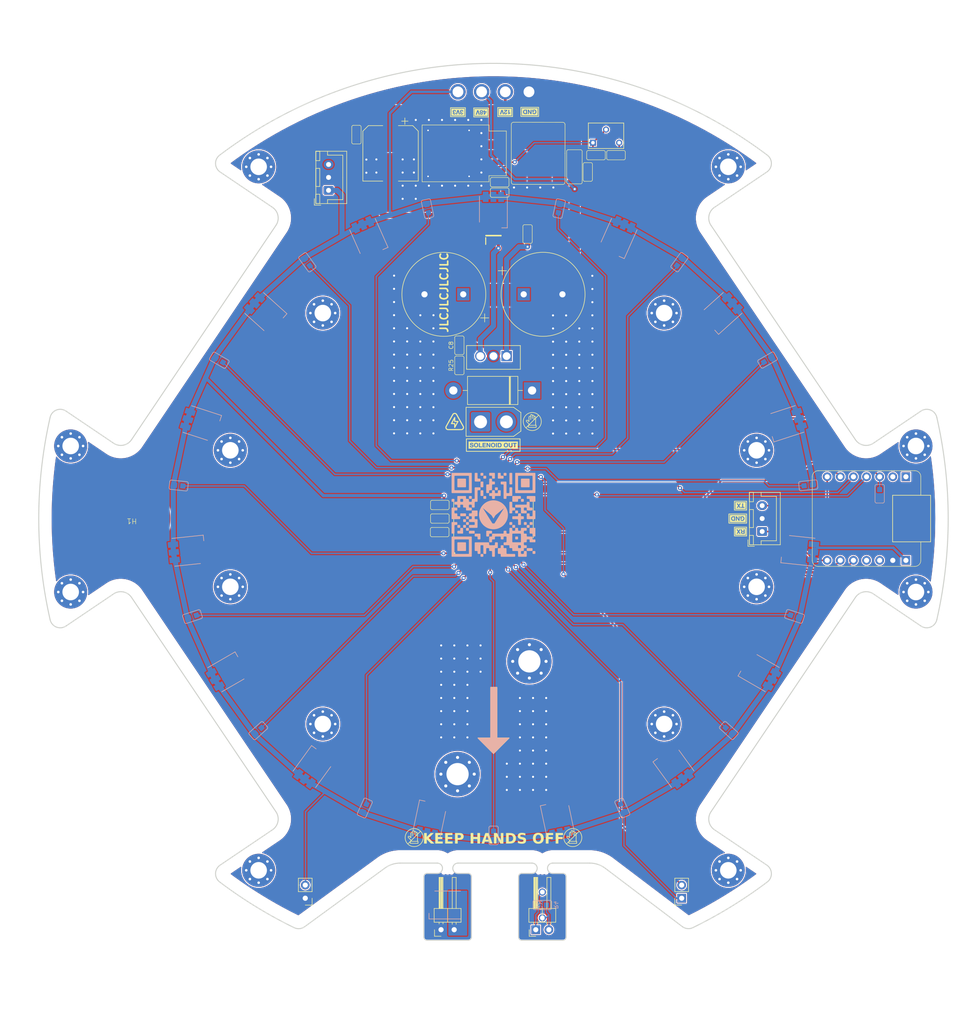
<source format=kicad_pcb>
(kicad_pcb (version 20221018) (generator pcbnew)
  (layers (0 "F.Cu" signal) (31 "B.Cu" signal) (34 "B.Paste" user) (35 "F.Paste" user) (36 "B.SilkS" user "B.Silkscreen") (37 "F.SilkS" user "F.Silkscreen") (38 "B.Mask" user) (39 "F.Mask" user) (44 "Edge.Cuts" user))
  (net 0 "")
  (net 1 "Net-(C6-Pad1)")
  (net 2 "Net-(C8-Pad1)")
  (net 3 "Net-(D2-A)")
  (net 4 "Net-(U2-I0)")
  (net 5 "Net-(U2-I7)")
  (net 6 "Net-(U2-I8)")
  (net 7 "Net-(Q1-G)")
  (net 8 "Net-(IC1-FDBK)")
  (net 9 "Net-(IC1-COMP)")
  (net 10 "Net-(U2-~{E})")
  (net 11 "GND")
  (net 13 "/Sol")
  (net 34 "/M1")
  (net 35 "/LG")
  (net 36 "+48V")
  (net 37 "+3V3")
  (net 38 "+12V")
  (net 39 "Net-(Q1-S)")
  (net 40 "/S0")
  (net 41 "/S1")
  (net 42 "/S3")
  (net 43 "/S2")
  (net 44 "/L1 RX")
  (net 45 "/L1 TX")
  (net 46 "GND1")
  (net 47 "+3.3VA")
  (net 48 "/LG Break")
  (net 49 "+3.3VP")
  (net 50 "Net-(U2-I14)")
  (net 51 "Net-(U2-I13)")
  (net 52 "Net-(U2-I12)")
  (net 53 "Net-(U2-I11)")
  (net 54 "Net-(U2-I10)")
  (net 55 "Net-(U2-I9)")
  (net 56 "Net-(U2-I3)")
  (net 57 "Net-(U2-I2)")
  (net 58 "Net-(U2-I1)")
  (net 59 "Net-(U2-I6)")
  (net 60 "Net-(U2-I5)")
  (net 61 "Net-(U2-I4)")
  (net 63 "Net-(D12-A)")
  (net 64 "Net-(R2-Pad2)")
  (footprint "2024l1 Single:cap0603" (layer "F.Cu") (at 125.75 45.25 90)
    (fp_text reference "C5" hide)
    (fp_text value "0.1u")
  )
  (footprint "2024l1 Single:res0603" (layer "F.Cu") (at 127.3375 42)
    (fp_text reference "R6" hide)
    (fp_text value "1k5")
  )
  (footprint "Capacitor_SMD:CP_Elec_10x10.5" (layer "F.Cu") (at 87.5875 41.65 -90)
    (fp_text reference "C2" hide)
    (fp_text value "100u")
  )
  (footprint "MountingHole:MountingHole_3.2mm_M3_Pad_Via" (layer "F.Cu") (at 158.42338 125.446163)
    (fp_text reference "MTH11" hide)
    (fp_text value "MountingHole_Pad" hide)
  )
  (footprint "2024l1 Single:res0603" (layer "F.Cu") (at 131.2125 42)
    (fp_text reference "R2" hide)
    (fp_text value "57k")
  )
  (footprint "Connector_PinHeader_2.54mm:PinHeader_1x02_P2.54mm_Horizontal" (layer "F.Cu") (at 97.355 191.734987 90)
    (fp_text reference "J4" hide)
    (fp_text value "Conn_01x02")
  )
  (footprint "MountingHole:MountingHole_3.2mm_M3_Pad_Via" (layer "F.Cu") (at 74.470793 151.975365)
    (fp_text reference "MTH6" hide)
    (fp_text value "MountingHole_Pad")
  )
  (footprint "2024l1 Single:TO255P1040X460X2890-3" (layer "F.Cu") (at 110.05 80.84 180)
    (fp_text reference "Q1" hide)
    (fp_text value "STP75NF75")
  )
  (footprint "Connector_JST:JST_XH_B3B-XH-A_1x03_P2.50mm_Vertical" (layer "F.Cu") (at 75.5875 48.8 90)
    (fp_text reference "J1" hide)
    (fp_text value "Conn_01x03")
  )
  (footprint "MountingHole:MountingHole_3.2mm_M3_Pad_Via" (layer "F.Cu") (at 189.260843 126.452036)
    (fp_text reference "MTH7" hide)
    (fp_text value "MountingHole_Pad")
  )
  (footprint "kibuzzard-64F1954C" (layer "F.Cu") (at 154.78 112.249999 180)
    (fp_text reference "kibuzzard-64F1954C" hide)
    (fp_text value "G***" hide)
  )
  (footprint "2024l1 Single:CD74HC4067M" (layer "F.Cu") (at 107.5 112.25 90)
    (fp_text reference "U2" hide)
    (fp_text value "CD74HC4067SM")
  )
  (footprint "2024l1 Single:res0603" (layer "F.Cu") (at 97.09 114.87)
    (fp_text reference "R22" hide)
    (fp_text value "3K24")
  )
  (footprint "MountingHole:MountingHole_3.2mm_M3_Pad_Via" (layer "F.Cu") (at 158.42338 99.053837)
    (fp_text reference "MTH4" hide)
    (fp_text value "MountingHole_Pad")
  )
  (footprint "2024l1 Single:Seeeduino XIAO SAMD 21 TFT" (layer "F.Cu") (at 179.7 112.25 -90)
    (fp_text reference "U1" hide)
    (fp_text value "Seeed Studio XIAO SAMD21" hide)
  )
  (footprint "2024l1:SEN QR" (layer "F.Cu") (at 107.5 112.25)
    (fp_text reference "REF**" hide)
    (fp_text value "SEN QR" hide)
  )
  (footprint "2024l1:CP_Radial_D16.0mm_P7.50mm" (layer "F.Cu") (at 113.35 68.9)
    (fp_text reference "C3" hide)
    (fp_text value "680uF")
  )
  (footprint "MountingHole:MountingHole_4.3mm_M4_Pad_Via" (layer "F.Cu") (at 114.45 139.859987)
    (fp_text reference "KM2" hide)
    (fp_text value "M4" hide)
  )
  (footprint "2024l1:mouse-bite-2mm-slot" (layer "F.Cu") (at 116.96 179.859987)
    (fp_text reference "mouse-bite-2mm-slot" hide)
    (fp_text value "VAL**" hide)
    (fp_arc (start -2 -1) (mid -1 0) (end -2 1) (stroke (width 0.2)) (layer "Edge.Cuts"))
    (fp_arc (start 2 1) (mid 1 0) (end 2 -1) (stroke (width 0.2)) (layer "Edge.Cuts"))
  )
  (footprint "MountingHole:MountingHole_3.2mm_M3_Pad_Via" (layer "F.Cu") (at 25.678557 98.223764)
    (fp_text reference "MTH8" hide)
    (fp_text value "MountingHole_Pad")
  )
  (footprint "MountingHole:MountingHole_3.2mm_M3_Pad_Via" (layer "F.Cu") (at 140.529207 151.975365)
    (fp_text reference "MTH12" hide)
    (fp_text value "MountingHole_Pad")
  )
  (footprint "2024l1:CP_Radial_D16.0mm_P7.50mm" (layer "F.Cu") (at 101.65 68.9 180)
    (fp_text reference "C4" hide)
    (fp_text value "680uF")
  )
  (footprint "MountingHole:MountingHole_3.2mm_M3_Pad_Via" (layer "F.Cu") (at 152.943605 44.248421)
    (fp_text reference "MTH14" hide)
    (fp_text value "MountingHole_Pad")
  )
  (footprint "2024l1 Single:cap0603" (layer "F.Cu") (at 80.98 38.03 90)
    (fp_text reference "C1" hide)
    (fp_text value "0.1u")
  )
  (footprint "MountingHole:MountingHole_3.2mm_M3_Pad_Via" (layer "F.Cu") (at 62.056395 44.248421)
    (fp_text reference "MTH10" hide)
    (fp_text value "MountingHole_Pad")
  )
  (footprint "MountingHole:MountingHole_4.3mm_M4_Pad_Via" (layer "F.Cu") (at 100.55 161.659987)
    (fp_text reference "KM1" hide)
    (fp_text value "M4")
  )
  (footprint "MountingHole:MountingHole_3.2mm_M3_Pad_Via" (layer "F.Cu") (at 140.529207 72.524635)
    (fp_text reference "MTH3" hide)
    (fp_text value "MountingHole_Pad")
  )
  (footprint "2024l1 Single:cap0603" (layer "F.Cu") (at 108.7025 49.25 180)
    (fp_text reference "C6" hide)
    (fp_text value "1u")
  )
  (footprint "MountingHole:MountingHole_3.2mm_M3_Pad_Via" (layer "F.Cu") (at 152.943605 180.251579)
    (fp_text reference "MTH2" hide)
    (fp_text value "MountingHole_Pad")
  )
  (footprint "2024l1 Single:res0603" (layer "F.Cu") (at 97.12 112.25)
    (fp_text reference "R23" hide)
    (fp_text value "10K")
  )
  (footprint "MountingHole:MountingHole_3.2mm_M3_Pad_Via" (layer "F.Cu") (at 74.470793 72.524635)
    (fp_text reference "MTH9" hide)
    (fp_text value "MountingHole_Pad")
  )
  (footprint "MountingHole:MountingHole_3.2mm_M3_Pad_Via" (layer "F.Cu") (at 189.260843 98.223764)
    (fp_text reference "MTH16" hide)
    (fp_text value "MountingHole_Pad")
  )
  (footprint "2024l1 Single:cap0603" (layer "F.Cu") (at 100.9 78.75 90)
    (fp_text reference "C8")
    (fp_text value "1500pF")
  )
  (footprint "MountingHole:MountingHole_3.2mm_M3_Pad_Via" (layer "F.Cu") (at 56.57662 99.053837)
    (fp_text reference "MTH13" hide)
    (fp_text value "MountingHole_Pad")
  )
  (footprint "kibuzzard-64F19209" (layer "F.Cu") (at 109.76 33.67 180)
    (fp_text reference "kibuzzard-64F19209" hide)
    (fp_text value "G***" hide)
  )
  (footprint "2024l1 Single:SMA (DO-214AC)" (layer "F.Cu") (at 123.1625 44.25 90)
    (fp_text reference "D2" hide)
    (fp_text value "SS510" hide)
  )
  (footprint "Connector_PinSocket_2.54mm:PinSocket_1x02_P2.54mm_Vertical" (layer "F.Cu") (at 143.925 185.65 180)
    (fp_text reference "R1" hide)
    (fp_text value "R_Photo")
  )
  (footprint "kibuzzard-64F1BF81" (layer "F.Cu") (at 155.315 109.75 180)
    (fp_text reference "kibuzzard-64F1BF81" hide)
    (fp_text value "G***" hide)
  )
  (footprint "Connector_PinHeader_2.54mm:PinHeader_1x02_P2.54mm_Vertical" (layer "F.Cu") (at 71.075 185.65 180)
    (fp_text reference "D1" hide)
    (fp_text value "LED")
  )
  (footprint "2024l1 Single:res0603" (layer "F.Cu") (at 100.9 82.64 90)
    (fp_text reference "R25")
    (fp_text value "20R")
  )
  (footprint "2024l1 Single:AMASS_XT30-F" (layer "F.Cu") (at 107.5 93.55)
    (fp_text reference "J5" hide)
    (fp_text value "XT30")
  )
  (footprint "2024l1 Single:14 AWG 4 Holes" (layer "F.Cu") (at 107.5 29.75 180)
    (fp_text reference "J6" hide)
    (fp_text value "Conn_01x04")
  )
  (footprint "2024l1 Single:SEN Logo Mini" (layer "F.Cu") (at 37.5 112.25 180)
    (fp_text reference "H1")
    (fp_text value "MountingHole")
  )
  (footprint "kibuzzard-64F1954C" (layer "F.Cu") (at 114.52 33.63 180)
    (fp_text reference "kibuzzard-64F1954C" hide)
    (fp_text value "G***" hide)
  )
  (footprint "2024l1 Single:TO170P1435X465-6N" (layer "F.Cu") (at 102.1875 41.65 180)
    (fp_text reference "IC1" hide)
    (fp_text value "LM2587S-ADJ" hide)
  )
  (footprint "2024l1 Single:cap0603" (layer "F.Cu") (at 97.12 109.63)
    (fp_text reference "C7" hide)
    (fp_text value "0.1u")
  )
  (footprint "MountingHole:MountingHole_3.2mm_M3_Pad_Via" (layer "F.Cu") (at 56.57662 125.446163)
    (fp_text reference "MTH15" hide)
    (fp_text value "MountingHole_Pad")
  )
  (footprint "Connector_JST:JST_XH_B3B-XH-A_1x03_P2.50mm_Vertical" (layer "F.Cu") (at 159.5 114.75 90)
    (fp_text reference "J2" hide)
    (fp_text value "Conn_01x03")
  )
  (footprint "kibuzzard-64F193E6" (layer "F.Cu") (at 105.11 33.74 180)
    (fp_text reference "kibuzzard-64F193E6" hide)
    (fp_text value "G***" hide)
  )
  (footprint "2024l1 Single:TRIM_3362W-1-203LF" (layer "F.Cu") (at 129.2875 38.32 180)
    (fp_text reference "RV1" hide)
    (fp_text value "10k")
  )
  (footprint "MountingHole:MountingHole_3.2mm_M3_Pad_Via" (layer "F.Cu") (at 62.056395 180.251579)
    (fp_text reference "MTH1" hide)
    (fp_text value "MountingHole_Pad")
  )
  (footprint "MountingHole:MountingHole_3.2mm_M3_Pad_Via" (layer "F.Cu") (at 25.678557 126.452036)
    (fp_text reference "MTH5" hide)
    (fp_text value "MountingHole_Pad")
  )
  (footprint "Diode_THT:D_DO-201AD_P15.24mm_Horizontal" (layer "F.Cu") (at 114.97 87.49 180)
    (fp_text reference "D12" hide)
    (fp_text value "1N5401" hide)
  )
  (footprint "2024l1 Single:SOT95P237X112-3N" (layer "F.Cu") (at 107.5 57.55 90)
    (fp_text reference "Q2" hide)
    (fp_text value "IRLML6344TRPBF" hide)
  )
  (footprint "2024l1 Single:1040 One Piece Inductor" (layer "F.Cu") (at 116.1475 41.65 90)
    (fp_text reference "L1" hide)
    (fp_text value "68uH" hide)
  )
  (footprint "Connector_PinHeader_2.54mm:PinHeader_1x02_P2.54mm_Horizontal" (layer "F.Cu") (at 115.685 191.734987 90)
    (fp_text reference "J3" hide)
    (fp_text value "Conn_01x02")
  )
  (footprint "2024l1 Single:res0603" (layer "F.Cu") (at 114.1 57.25 -90)
    (fp_text reference "R24" hide)
    (fp_text value "10K")
  )
  (footprint "2024l1:mouse-bite-2mm-slot" (layer "F.Cu") (at 98.63 179.859987)
    (fp_text reference "mouse-bite-2mm-slot" hide)
    (fp_text value "VAL**" hide)
    (fp_arc (start -2 -1) (mid -1 0) (end -2 1) (stroke (width 0.2)) (layer "Edge.Cuts"))
    (fp_arc (start 2 1) (mid 1 0) (end 2 -1) (stroke (width 0.2)) (layer "Edge.Cuts"))
  )
  (footprint "kibuzzard-64F194BD" (layer "F.Cu") (at 100.63 33.69 180)
    (fp_text reference "kibuzzard-64F194BD" hide)
    (fp_text value "G***" hide)
  )
  (footprint "kibuzzard-64C26A52" (layer "F.Cu") (at 107.45 98.05)
    (fp_text reference "kibuzzard-64C26A52" hide)
    (fp_text value "G***" hide)
  )
  (footprint "kibuzzard-64F1C247" (layer "F.Cu") (at 155.315 114.76 180)
    (fp_text reference "kibuzzard-64F1C247" hide)
    (fp_text value "G***" hide)
  )
  (footprint "2024l1 Single:res0603" (layer "F.Cu") (at 108.7025 47.215)
    (fp_text reference "R3" hide)
    (fp_text value "2k94")
  )
  (footprint "2024l1 Single:res0603" (layer "B.Cu") (at 182.24 107.45 -90)
    (fp_text reference "R26" hide)
    (fp_text value "1K")
  )
  (footprint "2024l1 Single:C146233" (layer "B.Cu") (at 160.534056 81.607679 -150)
    (fp_text reference "R20" hide)
    (fp_text value "C146233")
  )
  (footprint "2024l1 Single:C146233" (layer "B.Cu") (at 132.43089 168.196525 114)
    (fp_text reference "R9" hide)
    (fp_text value "C146233")
  )
  (footprint "2024l1 Single:C146233" (layer "B.Cu") (at 46.583443 105.867522 -6)
    (fp_text reference "R14" hide)
    (fp_text value "C146233")
  )
  (footprint "2024l1 Single:C146233" (layer "B.Cu") (at 107.52 173.5 90)
    (fp_text reference "R10" hide)
    (fp_text value "C146233")
  )
  (footprint "2024l1 Single:C146233" (layer "B.Cu") (at 120.215028 52.334301 -102)
    (fp_text reference "R18" hide)
    (fp_text value "C146233")
  )
  (footprint "2024l1 Single:C146233" (layer "B.Cu") (at 71.481973 62.709465 -54)
    (fp_text reference "R16" hide)
    (fp_text value "C146233")
  )
  (footprint "2024l1 Single:C146233" (layer "B.Cu") (at 143.485666 62.685953 -126)
    (fp_text reference "R19" hide)
    (fp_text value "C146233")
  )
  (footprint "2024l1 Single:C2843867" (layer "B.Cu") (at 50.621174 93.787016 162)
    (fp_text reference "D15" hide)
    (fp_text value "Xinglight_LED" hide)
  )
  (footprint "2024l1 Single:C146233" (layer "B.Cu") (at 168.412376 105.827741 -174)
    (fp_text reference "R21" hide)
    (fp_text value "C146233")
  )
  (footprint "2024l1 Single:C2843867" (layer "B.Cu") (at 142.663667 160.619403 -54)
    (fp_text reference "D5" hide)
    (fp_text value "Xinglight_LED" hide)
  )
  (footprint "2024l1 Single:C146233" (layer "B.Cu") (at 116.96 186.959987 180)
    (fp_text reference "R4")
    (fp_text value "C146233")
  )
  (footprint "2024l1 Single:C2843867" (layer "B.Cu") (at 55.719966 142.165058 -150)
    (fp_text reference "D17" hide)
    (fp_text value "Xinglight_LED" hide)
  )
  (footprint "2024l1 Single:C2843867" (layer "B.Cu") (at 164.368206 93.754333 18)
    (fp_text reference "D8" hide)
    (fp_text value "Xinglight_LED" hide)
  )
  (footprint "2024l1 Single:Through Hole LDR" (layer "B.Cu") (at 116.96 186.959987 -90)
    (fp_text reference "R5")
    (fp_text value "R_Photo")
  )
  (footprint "2024l1 Single:C2843867" (layer "B.Cu") (at 48.029035 118.517928 -174)
    (fp_text reference "D16" hide)
    (fp_text value "Xinglight_LED" hide)
  )
  (footprint "2024l1 Single:C146233" (layer "B.Cu") (at 94.745846 52.342618 -78)
    (fp_text reference "R17" hide)
    (fp_text value "C146233")
  )
  (footprint "2024l1 Single:C146233" (layer "B.Cu") (at 153.031003 153.219387 138)
    (fp_text reference "R8" hide)
    (fp_text value "C146233")
  )
  (footprint "2024l1 Single:C2843867" (layer "B.Cu") (at 95.083615 170.747145 -102)
    (fp_text reference "D19" hide)
    (fp_text value "Xinglight_LED" hide)
  )
  (footprint "2024l1 Single:C146233" (layer "B.Cu") (at 49.253969 131.196312 18)
    (fp_text reference "R13" hide)
    (fp_text value "C146233")
  )
  (footprint "2024l1 Single:C146233" (layer "B.Cu") (at 61.995762 153.249113 42)
    (fp_text reference "R12" hide)
    (fp_text value "C146233")
  )
  (footprint "2024l1 Single:C2843867" (layer "B.Cu") (at 63.048179 72.248522 138)
    (fp_text reference "D14" hide)
    (fp_text value "Xinglight_LED" hide)
  )
  (footprint "2024l1 Single:C146233" (layer "B.Cu") (at 165.758392 131.15827 162)
    (fp_text reference "R7" hide)
    (fp_text value "C146233")
  )
  (footprint "2024l1 Single:C2843867" (layer "B.Cu") (at 107.482817 52.449646 90)
    (fp_text reference "D11" hide)
    (fp_text value "Xinglight_LED" hide)
  )
  (footprint "2024l1 Single:C146233" (layer "B.Cu") (at 82.605652 168.212794 66)
    (fp_text reference "R11" hide)
    (fp_text value "C146233")
  )
  (footprint "2024l1 Single:C2843867" (layer "B.Cu") (at 131.807298 57.61267 66)
    (fp_text reference "D10" hide)
    (fp_text value "Xinglight_LED" hide)
  )
  (footprint "2024l1 Single:C2843867" (layer "B.Cu") (at 119.95 170.74 -78)
    (fp_text reference "D4" hide)
    (fp_text value "Xinglight_LED" hide)
  )
  (footprint "2024l1 Single:C2843867" (layer "B.Cu") (at 72.364135 160.639602 -126)
    (fp_text reference "D18" hide)
    (fp_text value "Xinglight_LED" hide)
  )
  (footprint "2024l1 Single:C146233" (layer "B.Cu") (at 54.445944 81.642321 -30)
    (fp_text reference "R15" hide)
    (fp_text value "C146233")
  )
  (footprint "2024l1 Single:C2843867" (layer "B.Cu") (at 151.928826 72.222984 42)
    (fp_text reference "D9" hide)
    (fp_text value "Xinglight_LED" hide)
  )
  (footprint "2024l1 Single:C2843867" (layer "B.Cu") (at 166.974557 118.48375 -6)
    (fp_text reference "D7" hide)
    (fp_text value "Xinglight_LED" hide)
  )
  (footprint "2024l1 Single:C2843867" (layer "B.Cu") (at 83.161308 57.626647 114)
    (fp_text reference "D13" hide)
    (fp_text value "Xinglight_LED" hide)
  )
  (footprint "2024l1 Single:C2843867" (layer "B.Cu") (at 159.297217 142.135296 -30)
    (fp_text reference "D6" hide)
    (fp_text value "Xinglight_LED" hide)
  )
  (footprint "2024l1 Single:C2843867" (layer "B.Cu") (at 98.63 186.959987)
    (fp_text reference "D3" hide)
    (fp_text value "Xinglight_LED" hide)
  )
  (gr_poly (pts (xy 104.5 154.68) (xy 107.5 157.68) (xy 110.5 154.68)) (stroke (width 0.15)) (fill solid) (layer "B.SilkS"))
  (gr_poly (pts (xy 106.96 154.69) (xy 108.16 154.69) (xy 108.16 144.89) (xy 106.96 144.89)) (stroke (width 0.15)) (fill solid) (layer "B.SilkS"))
  (gr_poly (pts (xy 115 91.69) (xy 115.058697 91.691268) (xy 115.171872 91.695457) (xy 115.21633 91.698114) (xy 115.246022 91.700969) (xy 115.297977 91.709013) (xy 115.349323 91.718326) (xy 115.400048 91.728901) (xy 115.450137 91.740734) (xy 115.499576 91.753819) (xy 115.548353 91.768153) (xy 115.596455 91.783728) (xy 115.643867 91.800541) (xy 115.690576 91.818585) (xy 115.736569 91.837857) (xy 115.781832 91.858349) (xy 115.826352 91.880059) (xy 115.870115 91.90298) (xy 115.913109 91.927107) (xy 115.955319 91.952434) (xy 115.996733 91.978958) (xy 116.108934 92.058715) (xy 116.213639 92.145294) (xy 116.310658 92.238258) (xy 116.399803 92.337171) (xy 116.480887 92.441594) (xy 116.553722 92.55109) (xy 116.618119 92.665224) (xy 116.67389 92.783556) (xy 116.720847 92.90565) (xy 116.758802 93.031069) (xy 116.787566 93.159376) (xy 116.806953 93.290134) (xy 116.816773 93.422904) (xy 116.816839 93.557251) (xy 116.806962 93.692737) (xy 116.786955 93.828924) (xy 116.773216 93.896423) (xy 116.756908 93.96302) (xy 116.738085 94.028658) (xy 116.716804 94.093283) (xy 116.667089 94.219274) (xy 116.608207 94.340552) (xy 116.540601 94.456673) (xy 116.464717 94.567199) (xy 116.380999 94.671686) (xy 116.289891 94.769695) (xy 116.191838 94.860783) (xy 116.087284 94.944509) (xy 115.976673 95.020431) (xy 115.86045 95.08811) (xy 115.73906 95.147102) (xy 115.612946 95.196968) (xy 115.548257 95.21834) (xy 115.482554 95.237265) (xy 115.415892 95.253688) (xy 115.348327 95.267553) (xy 115.236125 95.284746) (xy 115.124308 95.295099) (xy 115.01311 95.298685) (xy 114.902769 95.295576) (xy 114.793519 95.285844) (xy 114.685596 95.269561) (xy 114.579235 95.246801) (xy 114.474673 95.217634) (xy 114.372145 95.182134) (xy 114.271886 95.140373) (xy 114.174133 95.092423) (xy 114.079121 95.038357) (xy 113.987085 94.978247) (xy 113.898262 94.912165) (xy 113.812886 94.840183) (xy 113.731194 94.762375) (xy 113.697286 94.727097) (xy 113.867366 94.727097) (xy 113.89841 94.753908) (xy 113.964385 94.808286) (xy 114.031842 94.858962) (xy 114.100744 94.905921) (xy 114.171053 94.949149) (xy 114.24273 94.988631) (xy 114.315737 95.024354) (xy 114.390036 95.056302) (xy 114.465589 95.084461) (xy 114.542357 95.108817) (xy 114.620303 95.129355) (xy 114.699387 95.14606) (xy 114.779572 95.158919) (xy 114.86082 95.167916) (xy 114.943092 95.173038) (xy 115.026349 95.17427) (xy 115.110555 95.171597) (xy 115.144411 95.169514) (xy 115.178237 95.166709) (xy 115.21202 95.163187) (xy 115.245746 95.158952) (xy 115.279402 95.154011) (xy 115.312974 95.148367) (xy 115.379813 95.134996) (xy 115.446155 95.11888) (xy 115.511895 95.10006) (xy 115.576923 95.078578) (xy 115.641133 95.054475) (xy 115.693279 95.032896) (xy 115.743185 95.0103) (xy 115.767465 94.998531) (xy 115.791387 94.986398) (xy 115.815018 94.973867) (xy 115.838424 94.9609) (xy 115.884832 94.933517) (xy 115.931149 94.90396) (xy 115.977913 94.871938) (xy 116.02566 94.837163) (xy 116.093647 94.783192) (xy 116.15839 94.726132) (xy 116.219822 94.666104) (xy 116.277874 94.603228) (xy 116.332479 94.537623) (xy 116.383567 94.469409) (xy 116.431071 94.398707) (xy 116.474923 94.325636) (xy 116.515054 94.250316) (xy 116.551396 94.172866) (xy 116.583881 94.093408) (xy 116.61244 94.01206) (xy 116.637006 93.928943) (xy 116.65751 93.844177) (xy 116.673885 93.75788) (xy 116.686061 93.670174) (xy 116.690078 93.619967) (xy 116.692135 93.561673) (xy 116.692324 93.498055) (xy 116.690735 93.431873) (xy 116.687459 93.36589) (xy 116.682588 93.302867) (xy 116.676212 93.245565) (xy 116.672488 93.219923) (xy 116.668422 93.196747) (xy 116.656688 93.139494) (xy 116.643439 93.083343) (xy 116.628668 93.02827) (xy 116.612363 92.974254) (xy 116.594517 92.921272) (xy 116.575119 92.8693) (xy 116.55416 92.818317) (xy 116.531632 92.768298) (xy 116.507524 92.719223) (xy 116.481828 92.671067) (xy 116.454534 92.623808) (xy 116.425633 92.577423) (xy 116.395116 92.531891) (xy 116.362972 92.487187) (xy 116.329194 92.443289) (xy 116.293771 92.400175) (xy 116.285203 92.390122) (xy 116.277081 92.380739) (xy 116.269587 92.372232) (xy 116.262904 92.364809) (xy 116.257212 92.358675) (xy 116.254796 92.356156) (xy 116.252695 92.354038) (xy 116.250934 92.352345) (xy 116.249534 92.351104) (xy 116.248519 92.35034) (xy 116.248162 92.350146) (xy 116.247911 92.35008) (xy 116.225686 92.370861) (xy 116.168006 92.427427) (xy 115.981211 92.613252) (xy 115.718744 92.875719) (xy 115.718744 94.156302) (xy 115.753316 94.156302) (xy 115.75874 94.156339) (xy 115.763665 94.156461) (xy 115.76814 94.156688) (xy 115.772212 94.157041) (xy 115.774111 94.15727) (xy 115.775928 94.157538) (xy 115.777668 94.157847) (xy 115.779336 94.1582) (xy 115.78094 94.158599) (xy 115.782484 94.159046) (xy 115.783975 94.159544) (xy 115.785419 94.160095) (xy 115.786821 94.160702) (xy 115.788188 94.161367) (xy 115.789526 94.162093) (xy 115.79084 94.162883) (xy 115.792137 94.163737) (xy 115.793421 94.16466) (xy 115.794701 94.165654) (xy 115.79598 94.16672) (xy 115.797266 94.167862) (xy 115.798564 94.169082) (xy 115.801219 94.171765) (xy 115.803995 94.17479) (xy 115.806938 94.178175) (xy 115.825283 94.200752) (xy 115.823166 94.415241) (xy 115.821049 94.630436) (xy 115.801294 94.647369) (xy 115.781538 94.664302) (xy 114.244838 94.664302) (xy 114.205327 94.630436) (xy 114.201799 94.513314) (xy 114.198272 94.396191) (xy 114.032466 94.561997) (xy 113.867366 94.727097) (xy 113.697286 94.727097) (xy 113.692833 94.722465) (xy 113.656052 94.682082) (xy 113.620825 94.641182) (xy 113.587128 94.599722) (xy 113.554936 94.557659) (xy 113.524223 94.514948) (xy 113.494966 94.471547) (xy 113.46714 94.427412) (xy 113.440718 94.3825) (xy 113.415678 94.336768) (xy 113.391994 94.290171) (xy 113.369641 94.242667) (xy 113.348594 94.194212) (xy 113.328829 94.144763) (xy 113.31032 94.094276) (xy 113.293044 94.042708) (xy 113.262451 93.935914) (xy 113.238633 93.828189) (xy 113.221538 93.719822) (xy 113.211111 93.611106) (xy 113.207299 93.502333) (xy 113.208148 93.46878) (xy 113.335125 93.46878) (xy 113.336083 93.541764) (xy 113.337966 93.601355) (xy 113.341099 93.656152) (xy 113.34567 93.707508) (xy 113.351869 93.756782) (xy 113.359888 93.805327) (xy 113.369916 93.854501) (xy 113.382144 93.905659) (xy 113.39676 93.960158) (xy 113.409739 94.003423) (xy 113.424287 94.046885) (xy 113.440338 94.090428) (xy 113.457824 94.133934) (xy 113.476679 94.177288) (xy 113.496835 94.220372) (xy 113.518225 94.263069) (xy 113.540782 94.305263) (xy 113.564439 94.346837) (xy 113.589128 94.387674) (xy 113.614782 94.427657) (xy 113.641335 94.46667) (xy 113.668718 94.504595) (xy 113.696865 94.541317) (xy 113.725709 94.576717) (xy 113.755183 94.61068) (xy 113.779877 94.638197) (xy 113.990838 94.427236) (xy 114.033422 94.384459) (xy 114.073278 94.344046) (xy 114.109529 94.306908) (xy 114.139087 94.276247) (xy 114.328799 94.276247) (xy 114.328799 94.544358) (xy 115.697577 94.544358) (xy 115.697577 94.276247) (xy 114.328799 94.276247) (xy 114.139087 94.276247) (xy 114.141298 94.273954) (xy 114.167709 94.246093) (xy 114.187887 94.224234) (xy 114.200953 94.209288) (xy 114.204546 94.204691) (xy 114.206033 94.202164) (xy 114.206683 94.200294) (xy 114.207439 94.198393) (xy 114.209246 94.194521) (xy 114.211409 94.190595) (xy 114.213882 94.186663) (xy 114.216619 94.182773) (xy 114.219576 94.178971) (xy 114.222706 94.175306) (xy 114.225965 94.171825) (xy 114.229306 94.168575) (xy 114.232684 94.165604) (xy 114.236054 94.16296) (xy 114.23937 94.16069) (xy 114.240994 94.15971) (xy 114.242587 94.158842) (xy 114.244144 94.158091) (xy 114.24566 94.157463) (xy 114.247127 94.156964) (xy 114.248542 94.1566) (xy 114.249897 94.156378) (xy 114.251188 94.156302) (xy 114.43816 94.156302) (xy 115.591744 94.156302) (xy 115.591744 93.581275) (xy 115.591215 93.175227) (xy 115.590553 93.051645) (xy 115.589627 93.006247) (xy 115.013188 93.581275) (xy 114.43816 94.156302) (xy 114.251188 94.156302) (xy 114.251808 94.156272) (xy 114.252476 94.15618) (xy 114.253946 94.155823) (xy 114.255583 94.155242) (xy 114.257373 94.15445) (xy 114.259299 94.15346) (xy 114.261346 94.152284) (xy 114.263498 94.150934) (xy 114.26574 94.149423) (xy 114.268057 94.147763) (xy 114.270433 94.145967) (xy 114.272852 94.144047) (xy 114.275298 94.142015) (xy 114.277758 94.139884) (xy 114.280214 94.137666) (xy 114.282651 94.135374) (xy 114.285055 94.133019) (xy 114.292305 94.125356) (xy 114.29526 94.121952) (xy 114.29781 94.118677) (xy 114.299983 94.115414) (xy 114.30181 94.112047) (xy 114.303321 94.108459) (xy 114.304546 94.104532) (xy 114.305514 94.100151) (xy 114.306256 94.095199) (xy 114.306802 94.089558) (xy 114.307181 94.083112) (xy 114.307423 94.075744) (xy 114.30756 94.067338) (xy 114.307633 94.046941) (xy 114.307633 93.984147) (xy 114.064922 93.740025) (xy 113.990022 93.664755) (xy 113.959068 93.63349) (xy 113.932057 93.606046) (xy 113.9087 93.582104) (xy 113.888709 93.561344) (xy 113.871794 93.543447) (xy 113.857665 93.528093) (xy 113.846033 93.514964) (xy 113.841063 93.509133) (xy 113.836608 93.503739) (xy 113.832633 93.498741) (xy 113.829102 93.4941) (xy 113.825978 93.489775) (xy 113.823225 93.485727) (xy 113.820806 93.481915) (xy 113.818687 93.478301) (xy 113.81683 93.474843) (xy 113.815199 93.471502) (xy 113.813758 93.468237) (xy 113.812472 93.46501) (xy 113.810216 93.458508) (xy 113.807297 93.448358) (xy 113.804887 93.437795) (xy 113.802984 93.426887) (xy 113.801584 93.415701) (xy 113.800684 93.404304) (xy 113.800282 93.392763) (xy 113.800373 93.381146) (xy 113.800382 93.380963) (xy 113.920713 93.380963) (xy 113.92075 93.38705) (xy 113.921169 93.393396) (xy 113.921958 93.400035) (xy 113.923105 93.407002) (xy 113.924284 93.41145) (xy 113.926387 93.416493) (xy 113.929644 93.422377) (xy 113.934284 93.429349) (xy 113.948629 93.447546) (xy 113.971259 93.47306) (xy 114.00401 93.507868) (xy 114.048716 93.553945) (xy 114.181338 93.687813) (xy 114.254817 93.761682) (xy 114.312891 93.820502) (xy 114.336692 93.844858) (xy 114.35729 93.866159) (xy 114.374901 93.884641) (xy 114.389742 93.900538) (xy 114.402027 93.914088) (xy 114.411974 93.925525) (xy 114.419797 93.935085) (xy 114.422981 93.939235) (xy 114.425714 93.943004) (xy 114.428025 93.946422) (xy 114.42994 93.949517) (xy 114.431486 93.952321) (xy 114.432691 93.954861) (xy 114.433581 93.957167) (xy 114.434183 93.95927) (xy 114.434525 93.961198) (xy 114.434633 93.96298) (xy 114.435239 93.965627) (xy 114.437334 93.966425) (xy 114.44133 93.964983) (xy 114.447641 93.960908) (xy 114.468863 93.943285) (xy 114.504306 93.910416) (xy 114.631086 93.786371) (xy 114.854438 93.563636) (xy 115.274244 93.14383) (xy 115.274244 93.023886) (xy 115.393483 93.023886) (xy 115.492966 92.925108) (xy 115.591744 92.82633) (xy 115.591744 92.724025) (xy 115.591663 92.70415) (xy 115.591395 92.686239) (xy 115.590902 92.670155) (xy 115.590145 92.655762) (xy 115.589656 92.649157) (xy 115.589087 92.642924) (xy 115.588432 92.637045) (xy 115.587688 92.631503) (xy 115.58685 92.626282) (xy 115.585911 92.621364) (xy 115.584869 92.616733) (xy 115.583718 92.61237) (xy 115.582453 92.60826) (xy 115.58107 92.604385) (xy 115.579564 92.600729) (xy 115.577929 92.597273) (xy 115.576162 92.594001) (xy 115.574257 92.590896) (xy 115.572209 92.587941) (xy 115.570015 92.585118) (xy 115.567669 92.582412) (xy 115.565165 92.579804) (xy 115.562501 92.577278) (xy 115.55967 92.574816) (xy 115.556668 92.572402) (xy 115.55349 92.570019) (xy 115.550132 92.567648) (xy 115.546588 92.565275) (xy 115.542507 92.562746) (xy 115.538339 92.560452) (xy 115.534092 92.558391) (xy 115.529775 92.55656) (xy 115.525395 92.554959) (xy 115.52096 92.553585) (xy 115.51648 92.552439) (xy 115.511961 92.551516) (xy 115.507412 92.550817) (xy 115.502842 92.55034) (xy 115.498257 92.550083) (xy 115.493668 92.550045) (xy 115.48908 92.550223) (xy 115.484504 92.550617) (xy 115.479946 92.551225) (xy 115.475415 92.552045) (xy 115.47092 92.553077) (xy 115.466468 92.554317) (xy 115.462067 92.555765) (xy 115.457726 92.55742) (xy 115.453452 92.559279) (xy 115.449254 92.561341) (xy 115.44514 92.563605) (xy 115.441119 92.566068) (xy 115.437197 92.56873) (xy 115.433384 92.571589) (xy 115.429688 92.574644) (xy 115.426116 92.577892) (xy 115.422677 92.581332) (xy 115.419379 92.584963) (xy 115.41623 92.588784) (xy 115.413238 92.592791) (xy 115.408313 92.600468) (xy 115.40629 92.604563) (xy 115.404529 92.609229) (xy 115.403008 92.614767) (xy 115.401704 92.621478) (xy 115.399656 92.639623) (xy 115.398204 92.666068) (xy 115.397165 92.703222) (xy 115.395599 92.819275) (xy 115.393483 93.023886) (xy 115.274244 93.023886) (xy 115.274244 92.773414) (xy 115.274207 92.637564) (xy 115.274044 92.582811) (xy 115.273682 92.535928) (xy 115.273401 92.515223) (xy 115.273042 92.49623) (xy 115.272595 92.478861) (xy 115.272049 92.463032) (xy 115.271395 92.448658) (xy 115.270623 92.435652) (xy 115.269724 92.423929) (xy 115.268688 92.413404) (xy 115.267505 92.403991) (xy 115.266165 92.395604) (xy 115.26466 92.388158) (xy 115.262978 92.381568) (xy 115.262069 92.378567) (xy 115.261112 92.375748) (xy 115.260105 92.3731) (xy 115.259049 92.370613) (xy 115.257942 92.368275) (xy 115.256782 92.366076) (xy 115.255569 92.364005) (xy 115.254301 92.362053) (xy 115.252977 92.360207) (xy 115.251595 92.358457) (xy 115.248655 92.355204) (xy 115.245472 92.352208) (xy 115.242035 92.349383) (xy 115.238335 92.346644) (xy 115.234363 92.343905) (xy 115.225561 92.338086) (xy 115.221403 92.335497) (xy 115.217141 92.333155) (xy 115.212782 92.331057) (xy 115.208339 92.329201) (xy 115.203821 92.327586) (xy 115.199238 92.326209) (xy 115.194601 92.325068) (xy 115.189919 92.324162) (xy 115.185203 92.323488) (xy 115.180463 92.323045) (xy 115.17571 92.322831) (xy 115.170953 92.322843) (xy 115.166203 92.32308) (xy 115.161469 92.32354) (xy 115.156763 92.324221) (xy 115.152094 92.325121) (xy 115.147473 92.326238) (xy 115.14291 92.32757) (xy 115.138414 92.329115) (xy 115.133997 92.330872) (xy 115.129668 92.332837) (xy 115.125437 92.335011) (xy 115.121315 92.337389) (xy 115.117313 92.339971) (xy 115.113439 92.342754) (xy 115.109705 92.345738) (xy 115.106121 92.348918) (xy 115.102696 92.352295) (xy 115.099441 92.355865) (xy 115.096367 92.359627) (xy 115.093483 92.363579) (xy 115.090799 92.367719) (xy 115.086344 92.375979) (xy 115.082939 92.386306) (xy 115.080443 92.401627) (xy 115.078717 92.424869) (xy 115.077618 92.458959) (xy 115.077008 92.506824) (xy 115.076688 92.655586) (xy 115.076688 92.920169) (xy 115.058344 92.942041) (xy 115.056052 92.944673) (xy 115.053679 92.947143) (xy 115.051229 92.949451) (xy 115.048709 92.951598) (xy 115.046121 92.953583) (xy 115.043473 92.955406) (xy 115.040769 92.957068) (xy 115.038015 92.958567) (xy 115.035215 92.959904) (xy 115.032375 92.961078) (xy 115.029499 92.96209) (xy 115.026594 92.962939) (xy 115.023664 92.963626) (xy 115.020714 92.964149) (xy 115.017749 92.96451) (xy 115.014776 92.964707) (xy 115.011798 92.964741) (xy 115.008821 92.964612) (xy 115.005851 92.964319) (xy 115.002892 92.963863) (xy 114.999949 92.963242) (xy 114.997028 92.962458) (xy 114.994134 92.961509) (xy 114.991272 92.960397) (xy 114.988447 92.95912) (xy 114.985665 92.957678) (xy 114.98293 92.956072) (xy 114.980248 92.954302) (xy 114.977623 92.952366) (xy 114.975062 92.950266) (xy 114.972569 92.948) (xy 114.970149 92.945569) (xy 114.953216 92.927225) (xy 114.949688 92.587852) (xy 114.948473 92.466163) (xy 114.947843 92.417125) (xy 114.947109 92.375149) (xy 114.94668 92.356621) (xy 114.9462 92.339632) (xy 114.945659 92.324105) (xy 114.94505 92.309965) (xy 114.944363 92.297138) (xy 114.943589 92.285546) (xy 114.942722 92.275114) (xy 114.941751 92.265766) (xy 114.940668 92.257428) (xy 114.939466 92.250022) (xy 114.938134 92.243473) (xy 114.936666 92.237707) (xy 114.935877 92.235093) (xy 114.935052 92.232646) (xy 114.934187 92.230356) (xy 114.933283 92.228215) (xy 114.932338 92.226212) (xy 114.931352 92.224339) (xy 114.930322 92.222585) (xy 114.929249 92.220942) (xy 114.928131 92.219399) (xy 114.926967 92.217947) (xy 114.925755 92.216577) (xy 114.924496 92.21528) (xy 114.921828 92.212865) (xy 114.918955 92.210626) (xy 114.915868 92.208486) (xy 114.912559 92.206372) (xy 114.905238 92.201914) (xy 114.902512 92.20036) (xy 114.899631 92.198876) (xy 114.896608 92.197467) (xy 114.893453 92.196137) (xy 114.890179 92.194889) (xy 114.886796 92.193728) (xy 114.883316 92.192658) (xy 114.87975 92.191683) (xy 114.87611 92.190807) (xy 114.872406 92.190035) (xy 114.868651 92.18937) (xy 114.864856 92.188817) (xy 114.861032 92.188379) (xy 114.85719 92.188062) (xy 114.853342 92.187868) (xy 114.849499 92.187802) (xy 114.844532 92.187854) (xy 114.839923 92.188019) (xy 114.835635 92.188309) (xy 114.831629 92.18874) (xy 114.827867 92.189323) (xy 114.82431 92.190072) (xy 114.820921 92.191001) (xy 114.817661 92.192124) (xy 114.814492 92.193453) (xy 114.811376 92.195003) (xy 114.808274 92.196786) (xy 114.805149 92.198816) (xy 114.801961 92.201106) (xy 114.798673 92.203671) (xy 114.795247 92.206522) (xy 114.791644 92.209675) (xy 114.789 92.212027) (xy 114.786371 92.214571) (xy 114.783771 92.217282) (xy 114.781215 92.220137) (xy 114.778716 92.223111) (xy 114.77629 92.226182) (xy 114.77395 92.229325) (xy 114.771712 92.232517) (xy 114.769589 92.235733) (xy 114.767597 92.238951) (xy 114.765749 92.242146) (xy 114.764061 92.245294) (xy 114.762546 92.248372) (xy 114.761219 92.251356) (xy 114.760095 92.254222) (xy 114.759188 92.256947) (xy 114.75767 92.270239) (xy 114.7563 92.297538) (xy 114.754073 92.391708) (xy 114.75264 92.534561) (xy 114.752133 92.721202) (xy 114.752133 93.159352) (xy 114.734494 93.17558) (xy 114.732014 93.177757) (xy 114.729473 93.179789) (xy 114.726876 93.181675) (xy 114.724227 93.183417) (xy 114.721532 93.185014) (xy 114.718796 93.186465) (xy 114.716022 93.187771) (xy 114.713217 93.188931) (xy 114.710385 93.189945) (xy 114.707531 93.190814) (xy 114.70466 93.191536) (xy 114.701776 93.192112) (xy 114.698886 93.192543) (xy 114.695993 93.192826) (xy 114.693103 93.192964) (xy 114.69022 93.192954) (xy 114.68735 93.192798) (xy 114.684497 93.192495) (xy 114.681666 93.192045) (xy 114.678862 93.191448) (xy 114.676091 93.190704) (xy 114.673356 93.189812) (xy 114.670663 93.188773) (xy 114.668017 93.187586) (xy 114.665423 93.186251) (xy 114.662885 93.184768) (xy 114.660409 93.183137) (xy 114.657999 93.181358) (xy 114.65566 93.179431) (xy 114.653398 93.177355) (xy 114.651217 93.175131) (xy 114.649122 93.172758) (xy 114.632188 93.153708) (xy 114.632188 92.891241) (xy 114.632105 92.812171) (xy 114.631791 92.750141) (xy 114.631516 92.724785) (xy 114.631146 92.702812) (xy 114.630669 92.68393) (xy 114.630072 92.667845) (xy 114.629342 92.654265) (xy 114.628468 92.642898) (xy 114.627436 92.633452) (xy 114.626235 92.625633) (xy 114.625567 92.622242) (xy 114.624852 92.619149) (xy 114.624089 92.616317) (xy 114.623275 92.613709) (xy 114.62241 92.611288) (xy 114.621491 92.609018) (xy 114.619488 92.604786) (xy 114.616025 92.59843) (xy 114.612261 92.592459) (xy 114.608216 92.586874) (xy 114.603908 92.581676) (xy 114.599355 92.576866) (xy 114.594575 92.572444) (xy 114.589587 92.568411) (xy 114.584409 92.564768) (xy 114.579059 92.561515) (xy 114.573556 92.558654) (xy 114.567919 92.556185) (xy 114.562165 92.55411) (xy 114.556312 92.552428) (xy 114.55038 92.55114) (xy 114.544386 92.550248) (xy 114.538349 92.549752) (xy 114.532288 92.549653) (xy 114.526219 92.549952) (xy 114.520163 92.550649) (xy 114.514137 92.551745) (xy 114.50816 92.553241) (xy 114.502249 92.555138) (xy 114.496424 92.557437) (xy 114.490702 92.560137) (xy 114.485103 92.563241) (xy 114.479643 92.566749) (xy 114.474342 92.570661) (xy 114.469219 92.574979) (xy 114.46429 92.579703) (xy 114.459576 92.584833) (xy 114.455093 92.590372) (xy 114.450861 92.596319) (xy 114.434633 92.620308) (xy 114.434633 93.526947) (xy 114.416288 93.548819) (xy 114.413689 93.551855) (xy 114.411167 93.554621) (xy 114.408704 93.557126) (xy 114.406278 93.55938) (xy 114.403869 93.561395) (xy 114.401455 93.563181) (xy 114.399017 93.564747) (xy 114.396533 93.566105) (xy 114.393983 93.567264) (xy 114.391346 93.568236) (xy 114.388601 93.569029) (xy 114.385729 93.569655) (xy 114.382707 93.570124) (xy 114.379517 93.570446) (xy 114.376136 93.570632) (xy 114.372544 93.570691) (xy 114.36828 93.57055) (xy 114.364101 93.570026) (xy 114.359824 93.568966) (xy 114.355269 93.567219) (xy 114.350255 93.564632) (xy 114.344601 93.561055) (xy 114.338127 93.556334) (xy 114.330651 93.550318) (xy 114.321993 93.542856) (xy 114.311972 93.533794) (xy 114.287116 93.510267) (xy 114.254637 93.478521) (xy 114.213088 93.437341) (xy 114.185708 93.410384) (xy 114.159543 93.384932) (xy 114.135214 93.361563) (xy 114.11334 93.340857) (xy 114.094543 93.323391) (xy 114.079441 93.309746) (xy 114.068655 93.300499) (xy 114.065074 93.297706) (xy 114.062805 93.29623) (xy 114.061064 93.295445) (xy 114.059035 93.294681) (xy 114.05674 93.293942) (xy 114.054206 93.293232) (xy 114.048517 93.291914) (xy 114.042167 93.290762) (xy 114.035354 93.289809) (xy 114.028277 93.289087) (xy 114.021133 93.288629) (xy 114.014122 93.288469) (xy 114.009061 93.288514) (xy 114.004426 93.288666) (xy 114.000163 93.288948) (xy 113.996218 93.289384) (xy 113.992538 93.289998) (xy 113.989069 93.290813) (xy 113.987396 93.291304) (xy 113.985757 93.291854) (xy 113.984143 93.292466) (xy 113.982548 93.293143) (xy 113.980966 93.293889) (xy 113.979389 93.294706) (xy 113.976226 93.296565) (xy 113.973004 93.298745) (xy 113.969672 93.301268) (xy 113.966173 93.30416) (xy 113.962456 93.307443) (xy 113.958466 93.311142) (xy 113.954149 93.31528) (xy 113.948724 93.321008) (xy 113.943815 93.326572) (xy 113.939414 93.332008) (xy 113.935507 93.337351) (xy 113.932084 93.342636) (xy 113.929134 93.347898) (xy 113.926644 93.353173) (xy 113.924604 93.358495) (xy 113.923002 93.3639) (xy 113.921827 93.369423) (xy 113.921068 93.375099) (xy 113.920713 93.380963) (xy 113.800382 93.380963) (xy 113.800956 93.36952) (xy 113.802026 93.357951) (xy 113.803581 93.346508) (xy 113.805617 93.335257) (xy 113.808132 93.324265) (xy 113.811123 93.3136) (xy 113.814586 93.303328) (xy 113.818518 93.293518) (xy 113.822916 93.284236) (xy 113.8305 93.270572) (xy 113.838938 93.257641) (xy 113.848194 93.245464) (xy 113.858227 93.234064) (xy 113.869 93.223462) (xy 113.880475 93.213679) (xy 113.892614 93.204737) (xy 113.905378 93.196659) (xy 113.918729 93.189465) (xy 113.932629 93.183177) (xy 113.947039 93.177818) (xy 113.961921 93.173408) (xy 113.977238 93.16997) (xy 113.992951 93.167526) (xy 114.009021 93.166096) (xy 114.02541 93.165702) (xy 114.038326 93.166048) (xy 114.050454 93.166879) (xy 114.061946 93.168285) (xy 114.072958 93.170355) (xy 114.083644 93.173176) (xy 114.094157 93.17684) (xy 114.104651 93.181433) (xy 114.115281 93.187045) (xy 114.1262 93.193766) (xy 114.137562 93.201683) (xy 114.149522 93.210886) (xy 114.162233 93.221463) (xy 114.17585 93.233504) (xy 114.190526 93.247098) (xy 114.206415 93.262332) (xy 114.223672 93.279297) (xy 114.306927 93.361141) (xy 114.309044 92.980847) (xy 114.31116 92.600552) (xy 114.334444 92.55328) (xy 114.337162 92.547984) (xy 114.340015 92.542691) (xy 114.342991 92.537424) (xy 114.346074 92.532202) (xy 114.349253 92.527046) (xy 114.352514 92.521977) (xy 114.355843 92.517015) (xy 114.359226 92.512182) (xy 114.362651 92.507497) (xy 114.366104 92.502982) (xy 114.369572 92.498657) (xy 114.37304 92.494543) (xy 114.376496 92.49066) (xy 114.379926 92.48703) (xy 114.383317 92.483672) (xy 114.386655 92.480608) (xy 114.397543 92.471978) (xy 114.409005 92.464087) (xy 114.420986 92.456946) (xy 114.433431 92.450567) (xy 114.446285 92.444961) (xy 114.459494 92.440139) (xy 114.473002 92.436113) (xy 114.486756 92.432895) (xy 114.500699 92.430495) (xy 114.514778 92.428925) (xy 114.528938 92.428196) (xy 114.543123 92.42832) (xy 114.557279 92.429308) (xy 114.571352 92.431171) (xy 114.585286 92.433921) (xy 114.599027 92.437569) (xy 114.632188 92.447447) (xy 114.632188 92.345847) (xy 114.632304 92.316457) (xy 114.632717 92.292236) (xy 114.633067 92.281776) (xy 114.633528 92.272264) (xy 114.634113 92.263585) (xy 114.634834 92.255624) (xy 114.635704 92.248267) (xy 114.636736 92.241398) (xy 114.637941 92.234904) (xy 114.639332 92.228669) (xy 114.640922 92.222579) (xy 114.642722 92.216519) (xy 114.644746 92.210374) (xy 114.647005 92.20403) (xy 114.650769 92.195024) (xy 114.65516 92.186023) (xy 114.660142 92.177066) (xy 114.66568 92.16819) (xy 114.671739 92.159434) (xy 114.678284 92.150837) (xy 114.685279 92.142435) (xy 114.69269 92.134268) (xy 114.700481 92.126374) (xy 114.708617 92.118792) (xy 114.717063 92.111558) (xy 114.725785 92.104712) (xy 114.734746 92.098292) (xy 114.743911 92.092336) (xy 114.753246 92.086882) (xy 114.762716 92.081969) (xy 114.772636 92.077636) (xy 114.783038 92.073898) (xy 114.79386 92.070753) (xy 114.805038 92.0682) (xy 114.81651 92.066238) (xy 114.828213 92.064866) (xy 114.840083 92.064084) (xy 114.852057 92.063889) (xy 114.864073 92.064282) (xy 114.876067 92.06526) (xy 114.887976 92.066824) (xy 114.899737 92.068971) (xy 114.911288 92.071702) (xy 114.922564 92.075014) (xy 114.933504 92.078907) (xy 114.944044 92.08338) (xy 114.952845 92.087708) (xy 114.961502 92.092471) (xy 114.969988 92.097641) (xy 114.978274 92.103191) (xy 114.986333 92.109092) (xy 114.994137 92.115316) (xy 115.001657 92.121836) (xy 115.008867 92.128624) (xy 115.015737 92.135651) (xy 115.022241 92.142891) (xy 115.028349 92.150314) (xy 115.034035 92.157893) (xy 115.039271 92.165601) (xy 115.044027 92.173409) (xy 115.048278 92.181289) (xy 115.051994 92.189213) (xy 115.054626 92.195412) (xy 115.057175 92.20123) (xy 115.061695 92.211262) (xy 115.0635 92.215245) (xy 115.064892 92.218384) (xy 115.065788 92.220564) (xy 115.066024 92.221258) (xy 115.066105 92.221669) (xy 115.0664 92.221744) (xy 115.067008 92.221708) (xy 115.069093 92.221316) (xy 115.072219 92.220528) (xy 115.076247 92.219376) (xy 115.081036 92.217893) (xy 115.086445 92.216113) (xy 115.092333 92.214068) (xy 115.098561 92.211791) (xy 115.101952 92.210742) (xy 115.105747 92.209715) (xy 115.11438 92.207745) (xy 115.124122 92.205925) (xy 115.134632 92.204295) (xy 115.145572 92.202896) (xy 115.156603 92.20177) (xy 115.167387 92.200959) (xy 115.177583 92.200502) (xy 115.188447 92.200787) (xy 115.1992 92.201632) (xy 115.209828 92.203021) (xy 115.220314 92.204941) (xy 115.230644 92.207376) (xy 115.240802 92.210311) (xy 115.250773 92.213732) (xy 115.260541 92.217623) (xy 115.270091 92.22197) (xy 115.279407 92.226758) (xy 115.288474 92.231972) (xy 115.297278 92.237598) (xy 115.305802 92.243619) (xy 115.31403 92.250023) (xy 115.321949 92.256793) (xy 115.329542 92.263914) (xy 115.336794 92.271373) (xy 115.343689 92.279153) (xy 115.350212 92.287241) (xy 115.356349 92.295621) (xy 115.362083 92.304279) (xy 115.367398 92.3132) (xy 115.372281 92.322368) (xy 115.376715 92.331769) (xy 115.380685 92.341388) (xy 115.384175 92.35121) (xy 115.387171 92.361221) (xy 115.389656 92.371405) (xy 115.391616 92.381748) (xy 115.393035 92.392235) (xy 115.393897 92.402851) (xy 115.394188 92.41358) (xy 115.394221 92.420768) (xy 115.394321 92.427427) (xy 115.394486 92.433424) (xy 115.394717 92.438627) (xy 115.394858 92.44089) (xy 115.395015 92.442905) (xy 115.395189 92.444655) (xy 115.395379 92.446124) (xy 115.395586 92.447295) (xy 115.395809 92.448152) (xy 115.395927 92.448458) (xy 115.396049 92.448679) (xy 115.396175 92.448813) (xy 115.396305 92.448858) (xy 115.397144 92.448635) (xy 115.39905 92.447998) (xy 115.405565 92.445683) (xy 115.425938 92.438275) (xy 115.438648 92.43427) (xy 115.451851 92.431238) (xy 115.465458 92.429162) (xy 115.479384 92.428022) (xy 115.493541 92.4278) (xy 115.507843 92.428477) (xy 115.522203 92.430034) (xy 115.536534 92.432454) (xy 115.550749 92.435717) (xy 115.564762 92.439804) (xy 115.578485 92.444698) (xy 115.591832 92.450379) (xy 115.604716 92.45683) (xy 115.61705 92.46403) (xy 115.628748 92.471963) (xy 115.639722 92.480608) (xy 115.647019 92.487431) (xy 115.654081 92.494907) (xy 115.660886 92.502994) (xy 115.667415 92.511652) (xy 115.673645 92.52084) (xy 115.679558 92.530515) (xy 115.685131 92.540637) (xy 115.690345 92.551164) (xy 115.695179 92.562054) (xy 115.699611 92.573267) (xy 115.703622 92.584761) (xy 115.70719 92.596495) (xy 115.710296 92.608428) (xy 115.712918 92.620517) (xy 115.715035 92.632723) (xy 115.716627 92.645002) (xy 115.722272 92.695802) (xy 115.940288 92.477786) (xy 116.15901 92.259064) (xy 116.124438 92.228725) (xy 116.077239 92.188613) (xy 116.028557 92.150322) (xy 115.978466 92.113888) (xy 115.927037 92.079345) (xy 115.874343 92.046729) (xy 115.820457 92.016074) (xy 115.76545 91.987416) (xy 115.709395 91.96079) (xy 115.652365 91.936231) (xy 115.594431 91.913774) (xy 115.535666 91.893455) (xy 115.476143 91.875308) (xy 115.415933 91.859368) (xy 115.35511 91.845671) (xy 115.293745 91.834253) (xy 115.23191 91.825147) (xy 115.169863 91.818388) (xy 115.107373 91.813971) (xy 115.044575 91.811873) (xy 114.981604 91.812072) (xy 114.918595 91.814545) (xy 114.855685 91.819268) (xy 114.793009 91.82622) (xy 114.730701 91.835377) (xy 114.668898 91.846718) (xy 114.607735 91.860218) (xy 114.547347 91.875856) (xy 114.487869 91.893608) (xy 114.429437 91.913452) (xy 114.372187 91.935365) (xy 114.316253 91.959325) (xy 114.261772 91.985308) (xy 114.223807 92.005037) (xy 114.185435 92.026562) (xy 114.146825 92.049743) (xy 114.108148 92.074439) (xy 114.069574 92.100513) (xy 114.031274 92.127823) (xy 113.993418 92.156231) (xy 113.956178 92.185598) (xy 113.919723 92.215782) (xy 113.884224 92.246646) (xy 113.849851 92.278049) (xy 113.816775 92.309853) (xy 113.785168 92.341916) (xy 113.755198 92.374101) (xy 113.727037 92.406267) (xy 113.700855 92.438275) (xy 113.674898 92.472024) (xy 113.649699 92.506555) (xy 113.625291 92.541808) (xy 113.601702 92.577721) (xy 113.578966 92.614234) (xy 113.557112 92.651285) (xy 113.536171 92.688814) (xy 113.516176 92.726759) (xy 113.497156 92.765059) (xy 113.479142 92.803655) (xy 113.462167 92.842483) (xy 113.44626 92.881485) (xy 113.431452 92.920598) (xy 113.417776 92.959762) (xy 113.405261 92.998915) (xy 113.393938 93.037997) (xy 113.37707 93.103109) (xy 113.363368 93.164137) (xy 113.352626 93.222817) (xy 113.348301 93.251818) (xy 113.344638 93.280884) (xy 113.341611 93.310231) (xy 113.339196 93.340077) (xy 113.336094 93.40213) (xy 113.335125 93.46878) (xy 113.208148 93.46878) (xy 113.210047 93.393793) (xy 113.219303 93.285777) (xy 113.235012 93.178579) (xy 113.25712 93.072488) (xy 113.285575 92.967797) (xy 113.320321 92.864796) (xy 113.361306 92.763778) (xy 113.408476 92.665034) (xy 113.461776 92.568855) (xy 113.521154 92.475532) (xy 113.586555 92.385358) (xy 113.599385 92.369279) (xy 113.613924 92.351874) (xy 113.647288 92.313943) (xy 113.684967 92.273266) (xy 113.725285 92.231547) (xy 113.766561 92.19049) (xy 113.807118 92.151797) (xy 113.845277 92.117172) (xy 113.862933 92.101918) (xy 113.87936 92.088319) (xy 113.933523 92.04617) (xy 113.98838 92.006486) (xy 114.044014 91.969232) (xy 114.100508 91.934376) (xy 114.157945 91.901884) (xy 114.216407 91.871725) (xy 114.275976 91.843863) (xy 114.336737 91.818268) (xy 114.398771 91.794904) (xy 114.46216 91.773741) (xy 114.526989 91.754743) (xy 114.593339 91.737878) (xy 114.661292 91.723114) (xy 114.730933 91.710417) (xy 114.802343 91.699754) (xy 114.875605 91.691091) (xy 114.903444 91.689779) (xy 114.946579 91.68946)) (fill solid) (layer "F.SilkS"))
  (gr_rect (start 112.8 32.75) (end 116.24 34.51) (stroke (width 0.15)) (fill none) (layer "F.SilkS"))
  (gr_poly (pts (xy 100.028947 91.81893) (xy 100.059926 91.82069) (xy 100.074673 91.822023) (xy 100.08874 91.823657) (xy 100.101991 91.825591) (xy 100.114287 91.827823) (xy 100.138576 91.833693) (xy 100.162713 91.840954) (xy 100.186629 91.849556) (xy 100.210254 91.859452) (xy 100.233519 91.870591) (xy 100.256356 91.882926) (xy 100.278695 91.896409) (xy 100.300466 91.91099) (xy 100.3216 91.926622) (xy 100.342029 91.943254) (xy 100.361682 91.96084) (xy 100.380491 91.97933) (xy 100.398387 91.998676) (xy 100.415299 92.018829) (xy 100.431159 92.03974) (xy 100.445898 92.061362) (xy 101.107886 93.245813) (xy 101.758232 94.42074) (xy 101.765482 94.438103) (xy 101.772146 94.455768) (xy 101.778217 94.473687) (xy 101.783687 94.491813) (xy 101.788549 94.510101) (xy 101.792797 94.528503) (xy 101.796422 94.546974) (xy 101.799418 94.565467) (xy 101.801778 94.583934) (xy 101.803493 94.60233) (xy 101.804558 94.620609) (xy 101.804964 94.638723) (xy 101.804704 94.656626) (xy 101.803772 94.674272) (xy 101.802159 94.691614) (xy 101.799859 94.708606) (xy 101.793647 94.742044) (xy 101.785613 94.774595) (xy 101.77579 94.806216) (xy 101.764207 94.836863) (xy 101.750896 94.866493) (xy 101.735888 94.895063) (xy 101.719214 94.922529) (xy 101.700905 94.948848) (xy 101.680992 94.973976) (xy 101.659506 94.99787) (xy 101.636478 95.020487) (xy 101.611939 95.041783) (xy 101.58592 95.061714) (xy 101.558452 95.080238) (xy 101.529566 95.097311) (xy 101.499293 95.11289) (xy 101.464995 95.129972) (xy 101.429035 95.142523) (xy 101.37037 95.151238) (xy 101.267959 95.15681) (xy 100.847723 95.161308) (xy 99.999987 95.161573) (xy 99.508934 95.161614) (xy 99.147478 95.161242) (xy 99.008614 95.160669) (xy 98.89407 95.159713) (xy 98.801152 95.158281) (xy 98.76196 95.157358) (xy 98.727165 95.156281) (xy 98.69643 95.155039) (xy 98.669417 95.15362) (xy 98.645791 95.152012) (xy 98.625215 95.150204) (xy 98.607352 95.148184) (xy 98.591865 95.145941) (xy 98.578417 95.143462) (xy 98.566673 95.140737) (xy 98.556295 95.137753) (xy 98.546947 95.1345) (xy 98.538292 95.130964) (xy 98.529993 95.127136) (xy 98.493626 95.108656) (xy 98.478914 95.10127) (xy 98.464667 95.093656) (xy 98.450867 95.0858) (xy 98.437501 95.077689) (xy 98.424553 95.069309) (xy 98.412006 95.060647) (xy 98.399846 95.051689) (xy 98.388057 95.042422) (xy 98.376624 95.032833) (xy 98.365531 95.022908) (xy 98.354762 95.012633) (xy 98.344302 95.001996) (xy 98.334136 94.990983) (xy 98.324247 94.97958) (xy 98.314622 94.967773) (xy 98.305243 94.955551) (xy 98.289832 94.934767) (xy 98.282998 94.925131) (xy 98.276679 94.915885) (xy 98.270827 94.906946) (xy 98.265394 94.898227) (xy 98.260331 94.889645) (xy 98.255589 94.881115) (xy 98.251121 94.872551) (xy 98.246876 94.86387) (xy 98.242807 94.854986) (xy 98.238865 94.845815) (xy 98.235002 94.836272) (xy 98.231169 94.826271) (xy 98.223398 94.804562) (xy 98.21613 94.781574) (xy 98.209936 94.758406) (xy 98.204815 94.735093) (xy 98.200765 94.711671) (xy 98.197787 94.688174) (xy 98.195878 94.664639) (xy 98.195037 94.641099) (xy 98.19516 94.628395) (xy 98.407828 94.628395) (xy 98.40813 94.64523) (xy 98.409224 94.662128) (xy 98.411104 94.679001) (xy 98.413762 94.695762) (xy 98.417191 94.712322) (xy 98.421384 94.728593) (xy 98.426333 94.744489) (xy 98.432032 94.75992) (xy 98.438473 94.7748) (xy 98.445648 94.78904) (xy 98.450994 94.798281) (xy 98.457195 94.807708) (xy 98.464179 94.817257) (xy 98.471875 94.826864) (xy 98.480212 94.836467) (xy 98.489119 94.846004) (xy 98.498523 94.855409) (xy 98.508355 94.864622) (xy 98.518542 94.873579) (xy 98.529013 94.882216) (xy 98.539697 94.89047) (xy 98.550523 94.898279) (xy 98.561419 94.90558) (xy 98.572313 94.912309) (xy 98.583136 94.918404) (xy 98.593815 94.9238) (xy 98.641793 94.946379) (xy 101.358887 94.946379) (xy 101.41251 94.919567) (xy 101.425853 94.912607) (xy 101.438757 94.905102) (xy 101.451214 94.897074) (xy 101.463213 94.888544) (xy 101.474746 94.879534) (xy 101.485804 94.870065) (xy 101.496378 94.86016) (xy 101.506459 94.849839) (xy 101.516037 94.839124) (xy 101.525104 94.828037) (xy 101.541668 94.804833) (xy 101.556077 94.780399) (xy 101.568261 94.754908) (xy 101.578146 94.728533) (xy 101.58566 94.701445) (xy 101.588505 94.687688) (xy 101.590731 94.673817) (xy 101.592327 94.659855) (xy 101.593286 94.645823) (xy 101.593598 94.631742) (xy 101.593253 94.617634) (xy 101.592244 94.603521) (xy 101.59056 94.589424) (xy 101.588194 94.575364) (xy 101.585135 94.561364) (xy 101.581375 94.547445) (xy 101.576904 94.533628) (xy 101.377496 94.168151) (xy 100.912976 93.330656) (xy 100.676299 92.905723) (xy 100.581637 92.735996) (xy 100.500965 92.59184) (xy 100.432939 92.471063) (xy 100.376215 92.371471) (xy 100.351671 92.328935) (xy 100.329448 92.290874) (xy 100.309378 92.257013) (xy 100.291293 92.227079) (xy 100.275026 92.200797) (xy 100.260407 92.177894) (xy 100.247268 92.158095) (xy 100.235443 92.141127) (xy 100.224762 92.126715) (xy 100.215058 92.114585) (xy 100.206162 92.104464) (xy 100.197907 92.096077) (xy 100.190124 92.089151) (xy 100.182645 92.083411) (xy 100.175302 92.078583) (xy 100.167927 92.074394) (xy 100.160353 92.070569) (xy 100.15241 92.066834) (xy 100.134748 92.058539) (xy 100.118359 92.050526) (xy 100.111161 92.047208) (xy 100.104443 92.044307) (xy 100.098068 92.04179) (xy 100.091898 92.039626) (xy 100.085797 92.037782) (xy 100.079627 92.036226) (xy 100.07325 92.034927) (xy 100.066529 92.033852) (xy 100.059326 92.032969) (xy 100.051504 92.032247) (xy 100.033453 92.031154) (xy 100.011276 92.030317) (xy 99.997196 92.030056) (xy 99.983995 92.030082) (xy 99.971578 92.030415) (xy 99.959848 92.031078) (xy 99.948709 92.032092) (xy 99.938065 92.03348) (xy 99.92782 92.035262) (xy 99.917878 92.037461) (xy 99.908143 92.040098) (xy 99.898518 92.043195) (xy 99.888908 92.046774) (xy 99.879216 92.050856) (xy 99.869346 92.055462) (xy 99.859203 92.060616) (xy 99.848689 92.066338) (xy 99.837709 92.072651) (xy 99.811964 92.088506) (xy 99.785598 92.113242) (xy 99.749194 92.162617) (xy 99.693335 92.252391) (xy 99.485582 92.616171) (xy 99.086998 93.330656) (xy 98.622478 94.168151) (xy 98.478688 94.429603) (xy 98.423071 94.533628) (xy 98.418464 94.54824) (xy 98.414693 94.563442) (xy 98.411752 94.579147) (xy 98.409632 94.595265) (xy 98.408326 94.611711) (xy 98.407828 94.628395) (xy 98.19516 94.628395) (xy 98.195264 94.61759) (xy 98.196558 94.594147) (xy 98.198917 94.570805) (xy 98.202341 94.5476) (xy 98.206829 94.524566) (xy 98.212379 94.50174) (xy 98.21899 94.479155) (xy 98.226662 94.456847) (xy 98.235393 94.434851) (xy 98.886268 93.256044) (xy 99.554076 92.061362) (xy 99.568457 92.040097) (xy 99.584028 92.019467) (xy 99.600704 91.999527) (xy 99.618403 91.980333) (xy 99.63704 91.961941) (xy 99.656532 91.944408) (xy 99.676795 91.927787) (xy 99.697745 91.912137) (xy 99.719299 91.897511) (xy 99.741372 91.883967) (xy 99.763882 91.871559) (xy 99.786744 91.860345) (xy 99.809875 91.850378) (xy 99.833191 91.841716) (xy 99.856608 91.834414) (xy 99.880043 91.828528) (xy 99.892216 91.826172) (xy 99.905359 91.824128) (xy 99.919335 91.822397) (xy 99.934007 91.820977) (xy 99.964887 91.819065) (xy 99.996901 91.818386)) (fill solid) (layer "F.SilkS"))
  (gr_poly (pts (xy 102.25 96.85) (xy 112.65 96.85) (xy 112.65 99.25) (xy 102.25 99.25)) (stroke (width 0.15)) (fill none) (layer "F.SilkS"))
  (gr_poly (pts (xy 106.96 154.69) (xy 108.16 154.69) (xy 108.16 144.89) (xy 106.96 144.89)) (stroke (width 0.15)) (fill solid) (layer "F.SilkS"))
  (gr_poly (pts (xy 122.838756 172.127476) (xy 122.897453 172.128744) (xy 123.010628 172.132933) (xy 123.055086 172.13559) (xy 123.084778 172.138445) (xy 123.136733 172.146489) (xy 123.188079 172.155802) (xy 123.238804 172.166377) (xy 123.288893 172.17821) (xy 123.338332 172.191295) (xy 123.387109 172.205629) (xy 123.435211 172.221204) (xy 123.482623 172.238017) (xy 123.529332 172.256061) (xy 123.575325 172.275333) (xy 123.620588 172.295825) (xy 123.665108 172.317535) (xy 123.708871 172.340456) (xy 123.751865 172.364583) (xy 123.794075 172.38991) (xy 123.835489 172.416434) (xy 123.94769 172.496191) (xy 124.052395 172.58277) (xy 124.149414 172.675734) (xy 124.238559 172.774647) (xy 124.319643 172.87907) (xy 124.392478 172.988566) (xy 124.456875 173.1027) (xy 124.512646 173.221032) (xy 124.559603 173.343126) (xy 124.597558 173.468545) (xy 124.626322 173.596852) (xy 124.645709 173.72761) (xy 124.655529 173.86038) (xy 124.655595 173.994727) (xy 124.645718 174.130213) (xy 124.625711 174.2664) (xy 124.611972 174.333899) (xy 124.595664 174.400496) (xy 124.576841 174.466134) (xy 124.55556 174.530759) (xy 124.505845 174.65675) (xy 124.446963 174.778028) (xy 124.379357 174.894149) (xy 124.303473 175.004675) (xy 124.219755 175.109162) (xy 124.128647 175.207171) (xy 124.030594 175.298259) (xy 123.92604 175.381985) (xy 123.815429 175.457907) (xy 123.699206 175.525586) (xy 123.577816 175.584578) (xy 123.451702 175.634444) (xy 123.387013 175.655816) (xy 123.32131 175.674741) (xy 123.254648 175.691164) (xy 123.187083 175.705029) (xy 123.074881 175.722222) (xy 122.963064 175.732575) (xy 122.851866 175.736161) (xy 122.741525 175.733052) (xy 122.632275 175.72332) (xy 122.524352 175.707037) (xy 122.417991 175.684277) (xy 122.313429 175.65511) (xy 122.210901 175.61961) (xy 122.110642 175.577849) (xy 122.012889 175.529899) (xy 121.917877 175.475833) (xy 121.825841 175.415723) (xy 121.737018 175.349641) (xy 121.651642 175.277659) (xy 121.56995 175.199851) (xy 121.536042 175.164573) (xy 121.706122 175.164573) (xy 121.737166 175.191384) (xy 121.803141 175.245762) (xy 121.870598 175.296438) (xy 121.9395 175.343397) (xy 122.009809 175.386625) (xy 122.081486 175.426107) (xy 122.154493 175.46183) (xy 122.228792 175.493778) (xy 122.304345 175.521937) (xy 122.381113 175.546293) (xy 122.459059 175.566831) (xy 122.538143 175.583536) (xy 122.618328 175.596395) (xy 122.699576 175.605392) (xy 122.781848 175.610514) (xy 122.865105 175.611746) (xy 122.949311 175.609073) (xy 122.983167 175.60699) (xy 123.016993 175.604185) (xy 123.050776 175.600663) (xy 123.084502 175.596428) (xy 123.118158 175.591487) (xy 123.15173 175.585843) (xy 123.218569 175.572472) (xy 123.284911 175.556356) (xy 123.350651 175.537536) (xy 123.415679 175.516054) (xy 123.479889 175.491951) (xy 123.532035 175.470372) (xy 123.581941 175.447776) (xy 123.606221 175.436007) (xy 123.630143 175.423874) (xy 123.653774 175.411343) (xy 123.67718 175.398376) (xy 123.723588 175.370993) (xy 123.769905 175.341436) (xy 123.816669 175.309414) (xy 123.864416 175.274639) (xy 123.932403 175.220668) (xy 123.997146 175.163608) (xy 124.058578 175.10358) (xy 124.11663 175.040704) (xy 124.171235 174.975099) (xy 124.222323 174.906885) (xy 124.269827 174.836183) (xy 124.313679 174.763112) (xy 124.35381 174.687792) (xy 124.390152 174.610342) (xy 124.422637 174.530884) (xy 124.451196 174.449536) (xy 124.475762 174.366419) (xy 124.496266 174.281653) (xy 124.512641 174.195356) (xy 124.524817 174.10765) (xy 124.528834 174.057443) (xy 124.530891 173.999149) (xy 124.53108 173.935531) (xy 124.529491 173.869349) (xy 124.526215 173.803366) (xy 124.521344 173.740343) (xy 124.514968 173.683041) (xy 124.511244 173.657399) (xy 124.507178 173.634223) (xy 124.495444 173.57697) (xy 124.482195 173.520819) (xy 124.467424 173.465746) (xy 124.451119 173.41173) (xy 124.433273 173.358748) (xy 124.413875 173.306776) (xy 124.392916 173.255793) (xy 124.370388 173.205774) (xy 124.34628 173.156699) (xy 124.320584 173.108543) (xy 124.29329 173.061284) (xy 124.264389 173.014899) (xy 124.233872 172.969367) (xy 124.201728 172.924663) (xy 124.16795 172.880765) (xy 124.132527 172.837651) (xy 124.123959 172.827598) (xy 124.115837 172.818215) (xy 124.108343 172.809708) (xy 124.10166 172.802285) (xy 124.095968 172.796151) (xy 124.093552 172.793632) (xy 124.091451 172.791514) (xy 124.08969 172.789821) (xy 124.08829 172.78858) (xy 124.087275 172.787816) (xy 124.086918 172.787622) (xy 124.086667 172.787556) (xy 124.064442 172.808337) (xy 124.006762 172.864903) (xy 123.819967 173.050728) (xy 123.5575 173.313195) (xy 123.5575 174.593778) (xy 123.592072 174.593778) (xy 123.597496 174.593815) (xy 123.602421 174.593937) (xy 123.606896 174.594164) (xy 123.610968 174.594517) (xy 123.612867 174.594746) (xy 123.614684 174.595014) (xy 123.616424 174.595323) (xy 123.618092 174.595676) (xy 123.619696 174.596075) (xy 123.62124 174.596522) (xy 123.622731 174.59702) (xy 123.624175 174.597571) (xy 123.625577 174.598178) (xy 123.626944 174.598843) (xy 123.628282 174.599569) (xy 123.629596 174.600359) (xy 123.630893 174.601213) (xy 123.632177 174.602136) (xy 123.633457 174.60313) (xy 123.634736 174.604196) (xy 123.636022 174.605338) (xy 123.63732 174.606558) (xy 123.639975 174.609241) (xy 123.642751 174.612266) (xy 123.645694 174.615651) (xy 123.664039 174.638228) (xy 123.661922 174.852717) (xy 123.659805 175.067912) (xy 123.64005 175.084845) (xy 123.620294 175.101778) (xy 122.083594 175.101778) (xy 122.044083 175.067912) (xy 122.040555 174.95079) (xy 122.037028 174.833667) (xy 121.871222 174.999473) (xy 121.706122 175.164573) (xy 121.536042 175.164573) (xy 121.531589 175.159941) (xy 121.494808 175.119558) (xy 121.459581 175.078658) (xy 121.425884 175.037198) (xy 121.393692 174.995135) (xy 121.362979 174.952424) (xy 121.333722 174.909023) (xy 121.305896 174.864888) (xy 121.279474 174.819976) (xy 121.254434 174.774244) (xy 121.23075 174.727647) (xy 121.208397 174.680143) (xy 121.18735 174.631688) (xy 121.167585 174.582239) (xy 121.149076 174.531752) (xy 121.1318 174.480184) (xy 121.101207 174.37339) (xy 121.077389 174.265665) (xy 121.060294 174.157298) (xy 121.049867 174.048582) (xy 121.046055 173.939809) (xy 121.046904 173.906256) (xy 121.173881 173.906256) (xy 121.174839 173.97924) (xy 121.176722 174.038831) (xy 121.179855 174.093628) (xy 121.184426 174.144984) (xy 121.190625 174.194258) (xy 121.198644 174.242803) (xy 121.208672 174.291977) (xy 121.2209 174.343135) (xy 121.235516 174.397634) (xy 121.248495 174.440899) (xy 121.263043 174.484361) (xy 121.279094 174.527904) (xy 121.29658 174.57141) (xy 121.315435 174.614764) (xy 121.335591 174.657848) (xy 121.356981 174.700545) (xy 121.379538 174.742739) (xy 121.403195 174.784313) (xy 121.427884 174.82515) (xy 121.453538 174.865133) (xy 121.480091 174.904146) (xy 121.507474 174.942071) (xy 121.535621 174.978793) (xy 121.564465 175.014193) (xy 121.593939 175.048156) (xy 121.618633 175.075673) (xy 121.829594 174.864712) (xy 121.872178 174.821935) (xy 121.912034 174.781522) (xy 121.948285 174.744384) (xy 121.977843 174.713723) (xy 122.167555 174.713723) (xy 122.167555 174.981834) (xy 123.536333 174.981834) (xy 123.536333 174.713723) (xy 122.167555 174.713723) (xy 121.977843 174.713723) (xy 121.980054 174.71143) (xy 122.006465 174.683569) (xy 122.026643 174.66171) (xy 122.039709 174.646764) (xy 122.043302 174.642167) (xy 122.044789 174.63964) (xy 122.045439 174.63777) (xy 122.046195 174.635869) (xy 122.048002 174.631997) (xy 122.050165 174.628071) (xy 122.052638 174.624139) (xy 122.055375 174.620249) (xy 122.058332 174.616447) (xy 122.061462 174.612782) (xy 122.064721 174.609301) (xy 122.068062 174.606051) (xy 122.07144 174.60308) (xy 122.07481 174.600436) (xy 122.078126 174.598166) (xy 122.07975 174.597186) (xy 122.081343 174.596318) (xy 122.0829 174.595567) (xy 122.084416 174.594939) (xy 122.085883 174.59444) (xy 122.087298 174.594076) (xy 122.088653 174.593854) (xy 122.089944 174.593778) (xy 122.276916 174.593778) (xy 123.4305 174.593778) (xy 123.4305 174.018751) (xy 123.429971 173.612703) (xy 123.429309 173.489121) (xy 123.428383 173.443723) (xy 122.851944 174.018751) (xy 122.276916 174.593778) (xy 122.089944 174.593778) (xy 122.090564 174.593748) (xy 122.091232 174.593656) (xy 122.092702 174.593299) (xy 122.094339 174.592718) (xy 122.096129 174.591926) (xy 122.098055 174.590936) (xy 122.100102 174.58976) (xy 122.102254 174.58841) (xy 122.104496 174.586899) (xy 122.106813 174.585239) (xy 122.109189 174.583443) (xy 122.111608 174.581523) (xy 122.114054 174.579491) (xy 122.116514 174.57736) (xy 122.11897 174.575142) (xy 122.121407 174.57285) (xy 122.123811 174.570495) (xy 122.131061 174.562832) (xy 122.134016 174.559428) (xy 122.136566 174.556153) (xy 122.138739 174.55289) (xy 122.140566 174.549523) (xy 122.142077 174.545935) (xy 122.143302 174.542008) (xy 122.14427 174.537627) (xy 122.145012 174.532675) (xy 122.145558 174.527034) (xy 122.145937 174.520588) (xy 122.146179 174.51322) (xy 122.146316 174.504814) (xy 122.146389 174.484417) (xy 122.146389 174.421623) (xy 121.903678 174.177501) (xy 121.828778 174.102231) (xy 121.797824 174.070966) (xy 121.770813 174.043522) (xy 121.747456 174.01958) (xy 121.727465 173.99882) (xy 121.71055 173.980923) (xy 121.696421 173.965569) (xy 121.684789 173.95244) (xy 121.679819 173.946609) (xy 121.675364 173.941215) (xy 121.671389 173.936217) (xy 121.667858 173.931576) (xy 121.664734 173.927251) (xy 121.661981 173.923203) (xy 121.659562 173.919391) (xy 121.657443 173.915777) (xy 121.655586 173.912319) (xy 121.653955 173.908978) (xy 121.652514 173.905713) (xy 121.651228 173.902486) (xy 121.648972 173.895984) (xy 121.646053 173.885834) (xy 121.643643 173.875271) (xy 121.64174 173.864363) (xy 121.64034 173.853177) (xy 121.63944 173.84178) (xy 121.639038 173.830239) (xy 121.639129 173.818622) (xy 121.639138 173.818439) (xy 121.759469 173.818439) (xy 121.759506 173.824526) (xy 121.759925 173.830872) (xy 121.760714 173.837511) (xy 121.761861 173.844478) (xy 121.76304 173.848926) (xy 121.765143 173.853969) (xy 121.7684 173.859853) (xy 121.77304 173.866825) (xy 121.787385 173.885022) (xy 121.810015 173.910536) (xy 121.842766 173.945344) (xy 121.887472 173.991421) (xy 122.020094 174.125289) (xy 122.093573 174.199158) (xy 122.151647 174.257978) (xy 122.175448 174.282334) (xy 122.196046 174.303635) (xy 122.213657 174.322117) (xy 122.228498 174.338014) (xy 122.240783 174.351564) (xy 122.25073 174.363001) (xy 122.258553 174.372561) (xy 122.261737 174.376711) (xy 122.26447 174.38048) (xy 122.266781 174.383898) (xy 122.268696 174.386993) (xy 122.270242 174.389797) (xy 122.271447 174.392337) (xy 122.272337 174.394643) (xy 122.272939 174.396746) (xy 122.273281 174.398674) (xy 122.273389 174.400456) (xy 122.273995 174.403103) (xy 122.27609 174.403901) (xy 122.280086 174.402459) (xy 122.286397 174.398384) (xy 122.307619 174.380761) (xy 122.343062 174.347892) (xy 122.469842 174.223847) (xy 122.693194 174.001112) (xy 123.113 173.581306) (xy 123.113 173.461362) (xy 123.232239 173.461362) (xy 123.331722 173.362584) (xy 123.4305 173.263806) (xy 123.4305 173.161501) (xy 123.430419 173.141626) (xy 123.430151 173.123715) (xy 123.429658 173.107631) (xy 123.428901 173.093238) (xy 123.428412 173.086633) (xy 123.427843 173.0804) (xy 123.427188 173.074521) (xy 123.426444 173.068979) (xy 123.425606 173.063758) (xy 123.424667 173.05884) (xy 123.423625 173.054209) (xy 123.422474 173.049846) (xy 123.421209 173.045736) (xy 123.419826 173.041861) (xy 123.41832 173.038205) (xy 123.416685 173.034749) (xy 123.414918 173.031477) (xy 123.413013 173.028372) (xy 123.410965 173.025417) (xy 123.408771 173.022594) (xy 123.406425 173.019888) (xy 123.403921 173.01728) (xy 123.401257 173.014754) (xy 123.398426 173.012292) (xy 123.395424 173.009878) (xy 123.392246 173.007495) (xy 123.388888 173.005124) (xy 123.385344 173.002751) (xy 123.381263 173.000222) (xy 123.377095 172.997928) (xy 123.372848 172.995867) (xy 123.368531 172.994036) (xy 123.364151 172.992435) (xy 123.359716 172.991061) (xy 123.355236 172.989915) (xy 123.350717 172.988992) (xy 123.346168 172.988293) (xy 123.341598 172.987816) (xy 123.337013 172.987559) (xy 123.332424 172.987521) (xy 123.327836 172.987699) (xy 123.32326 172.988093) (xy 123.318702 172.988701) (xy 123.314171 172.989521) (xy 123.309676 172.990553) (xy 123.305224 172.991793) (xy 123.300823 172.993241) (xy 123.296482 172.994896) (xy 123.292208 172.996755) (xy 123.28801 172.998817) (xy 123.283896 173.001081) (xy 123.279875 173.003544) (xy 123.275953 173.006206) (xy 123.27214 173.009065) (xy 123.268444 173.01212) (xy 123.264872 173.015368) (xy 123.261433 173.018808) (xy 123.258135 173.022439) (xy 123.254986 173.02626) (xy 123.251994 173.030267) (xy 123.247069 173.037944) (xy 123.245046 173.042039) (xy 123.243285 173.046705) (xy 123.241764 173.052243) (xy 123.24046 173.058954) (xy 123.238412 173.077099) (xy 123.23696 173.103544) (xy 123.235921 173.140698) (xy 123.234355 173.256751) (xy 123.232239 173.461362) (xy 123.113 173.461362) (xy 123.113 173.21089) (xy 123.112963 173.07504) (xy 123.1128 173.020287) (xy 123.112438 172.973404) (xy 123.112157 172.952699) (xy 123.111798 172.933706) (xy 123.111351 172.916337) (xy 123.110805 172.900508) (xy 123.110151 172.886134) (xy 123.109379 172.873128) (xy 123.10848 172.861405) (xy 123.107444 172.85088) (xy 123.106261 172.841467) (xy 123.104921 172.83308) (xy 123.103416 172.825634) (xy 123.101734 172.819044) (xy 123.100825 172.816043) (xy 123.099868 172.813224) (xy 123.098861 172.810576) (xy 123.097805 172.808089) (xy 123.096698 172.805751) (xy 123.095538 172.803552) (xy 123.094325 172.801481) (xy 123.093057 172.799529) (xy 123.091733 172.797683) (xy 123.090351 172.795933) (xy 123.087411 172.79268) (xy 123.084228 172.789684) (xy 123.080791 172.786859) (xy 123.077091 172.78412) (xy 123.073119 172.781381) (xy 123.064317 172.775562) (xy 123.060159 172.772973) (xy 123.055897 172.770631) (xy 123.051538 172.768533) (xy 123.047095 172.766677) (xy 123.042577 172.765062) (xy 123.037994 172.763685) (xy 123.033357 172.762544) (xy 123.028675 172.761638) (xy 123.023959 172.760964) (xy 123.019219 172.760521) (xy 123.014466 172.760307) (xy 123.009709 172.760319) (xy 123.004959 172.760556) (xy 123.000225 172.761016) (xy 122.995519 172.761697) (xy 122.99085 172.762597) (xy 122.986229 172.763714) (xy 122.981666 172.765046) (xy 122.97717 172.766591) (xy 122.972753 172.768348) (xy 122.968424 172.770313) (xy 122.964193 172.772487) (xy 122.960071 172.774865) (xy 122.956069 172.777447) (xy 122.952195 172.78023) (xy 122.948461 172.783214) (xy 122.944877 172.786394) (xy 122.941452 172.789771) (xy 122.938197 172.793341) (xy 122.935123 172.797103) (xy 122.932239 172.801055) (xy 122.929555 172.805195) (xy 122.9251 172.813455) (xy 122.921695 172.823782) (xy 122.919199 172.839103) (xy 122.917473 172.862345) (xy 122.916374 172.896435) (xy 122.915764 172.9443) (xy 122.915444 173.093062) (xy 122.915444 173.357645) (xy 122.8971 173.379517) (xy 122.894808 173.382149) (xy 122.892435 173.384619) (xy 122.889985 173.386927) (xy 122.887465 173.389074) (xy 122.884877 173.391059) (xy 122.882229 173.392882) (xy 122.879525 173.394544) (xy 122.876771 173.396043) (xy 122.873971 173.39738) (xy 122.871131 173.398554) (xy 122.868255 173.399566) (xy 122.86535 173.400415) (xy 122.86242 173.401102) (xy 122.85947 173.401625) (xy 122.856505 173.401986) (xy 122.853532 173.402183) (xy 122.850554 173.402217) (xy 122.847577 173.402088) (xy 122.844607 173.401795) (xy 122.841648 173.401339) (xy 122.838705 173.400718) (xy 122.835784 173.399934) (xy 122.83289 173.398985) (xy 122.830028 173.397873) (xy 122.827203 173.396596) (xy 122.824421 173.395154) (xy 122.821686 173.393548) (xy 122.819004 173.391778) (xy 122.816379 173.389842) (xy 122.813818 173.387742) (xy 122.811325 173.385476) (xy 122.808905 173.383045) (xy 122.791972 173.364701) (xy 122.788444 173.025328) (xy 122.787229 172.903639) (xy 122.786599 172.854601) (xy 122.785865 172.812625) (xy 122.785436 172.794097) (xy 122.784956 172.777108) (xy 122.784415 172.761581) (xy 122.783806 172.747441) (xy 122.783119 172.734614) (xy 122.782345 172.723022) (xy 122.781478 172.71259) (xy 122.780507 172.703242) (xy 122.779424 172.694904) (xy 122.778222 172.687498) (xy 122.77689 172.680949) (xy 122.775422 172.675183) (xy 122.774633 172.672569) (xy 122.773808 172.670122) (xy 122.772943 172.667832) (xy 122.772039 172.665691) (xy 122.771094 172.663688) (xy 122.770108 172.661815) (xy 122.769078 172.660061) (xy 122.768005 172.658418) (xy 122.766887 172.656875) (xy 122.765723 172.655423) (xy 122.764511 172.654053) (xy 122.763252 172.652756) (xy 122.760584 172.650341) (xy 122.757711 172.648102) (xy 122.754624 172.645962) (xy 122.751315 172.643848) (xy 122.743994 172.63939) (xy 122.741268 172.637836) (xy 122.738387 172.636352) (xy 122.735364 172.634943) (xy 122.732209 172.633613) (xy 122.728935 172.632365) (xy 122.725552 172.631204) (xy 122.722072 172.630134) (xy 122.718506 172.629159) (xy 122.714866 172.628283) (xy 122.711162 172.627511) (xy 122.707407 172.626846) (xy 122.703612 172.626293) (xy 122.699788 172.625855) (xy 122.695946 172.625538) (xy 122.692098 172.625344) (xy 122.688255 172.625278) (xy 122.683288 172.62533) (xy 122.678679 172.625495) (xy 122.674391 172.625785) (xy 122.670385 172.626216) (xy 122.666623 172.626799) (xy 122.663066 172.627548) (xy 122.659677 172.628477) (xy 122.656417 172.6296) (xy 122.653248 172.630929) (xy 122.650132 172.632479) (xy 122.64703 172.634262) (xy 122.643905 172.636292) (xy 122.640717 172.638582) (xy 122.637429 172.641147) (xy 122.634003 172.643998) (xy 122.6304 172.647151) (xy 122.627756 172.649503) (xy 122.625127 172.652047) (xy 122.622527 172.654758) (xy 122.619971 172.657613) (xy 122.617472 172.660587) (xy 122.615046 172.663658) (xy 122.612706 172.666801) (xy 122.610468 172.669993) (xy 122.608345 172.673209) (xy 122.606353 172.676427) (xy 122.604505 172.679622) (xy 122.602817 172.68277) (xy 122.601302 172.685848) (xy 122.599975 172.688832) (xy 122.598851 172.691698) (xy 122.597944 172.694423) (xy 122.596426 172.707715) (xy 122.595056 172.735014) (xy 122.592829 172.829184) (xy 122.591396 172.972037) (xy 122.590889 173.158678) (xy 122.590889 173.596828) (xy 122.57325 173.613056) (xy 122.57077 173.615233) (xy 122.568229 173.617265) (xy 122.565632 173.619151) (xy 122.562983 173.620893) (xy 122.560288 173.62249) (xy 122.557552 173.623941) (xy 122.554778 173.625247) (xy 122.551973 173.626407) (xy 122.549141 173.627421) (xy 122.546287 173.62829) (xy 122.543416 173.629012) (xy 122.540532 173.629588) (xy 122.537642 173.630019) (xy 122.534749 173.630302) (xy 122.531859 173.63044) (xy 122.528976 173.63043) (xy 122.526106 173.630274) (xy 122.523253 173.629971) (xy 122.520422 173.629521) (xy 122.517618 173.628924) (xy 122.514847 173.62818) (xy 122.512112 173.627288) (xy 122.509419 173.626249) (xy 122.506773 173.625062) (xy 122.504179 173.623727) (xy 122.501641 173.622244) (xy 122.499165 173.620613) (xy 122.496755 173.618834) (xy 122.494416 173.616907) (xy 122.492154 173.614831) (xy 122.489973 173.612607) (xy 122.487878 173.610234) (xy 122.470944 173.591184) (xy 122.470944 173.328717) (xy 122.470861 173.249647) (xy 122.470547 173.187617) (xy 122.470272 173.162261) (xy 122.469902 173.140288) (xy 122.469425 173.121406) (xy 122.468828 173.105321) (xy 122.468098 173.091741) (xy 122.467224 173.080374) (xy 122.466192 173.070928) (xy 122.464991 173.063109) (xy 122.464323 173.059718) (xy 122.463608 173.056625) (xy 122.462845 173.053793) (xy 122.462031 173.051185) (xy 122.461166 173.048764) (xy 122.460247 173.046494) (xy 122.458244 173.042262) (xy 122.454781 173.035906) (xy 122.451017 173.029935) (xy 122.446972 173.02435) (xy 122.442664 173.019152) (xy 122.438111 173.014342) (xy 122.433331 173.00992) (xy 122.428343 173.005887) (xy 122.423165 173.002244) (xy 122.417815 172.998991) (xy 122.412312 172.99613) (xy 122.406675 172.993661) (xy 122.400921 172.991586) (xy 122.395068 172.989904) (xy 122.389136 172.988616) (xy 122.383142 172.987724) (xy 122.377105 172.987228) (xy 122.371044 172.987129) (xy 122.364975 172.987428) (xy 122.358919 172.988125) (xy 122.352893 172.989221) (xy 122.346916 172.990717) (xy 122.341005 172.992614) (xy 122.33518 172.994913) (xy 122.329458 172.997613) (xy 122.323859 173.000717) (xy 122.318399 173.004225) (xy 122.313098 173.008137) (xy 122.307975 173.012455) (xy 122.303046 173.017179) (xy 122.298332 173.022309) (xy 122.293849 173.027848) (xy 122.289617 173.033795) (xy 122.273389 173.057784) (xy 122.273389 173.964423) (xy 122.255044 173.986295) (xy 122.252445 173.989331) (xy 122.249923 173.992097) (xy 122.24746 173.994602) (xy 122.245034 173.996856) (xy 122.242625 173.998871) (xy 122.240211 174.000657) (xy 122.237773 174.002223) (xy 122.235289 174.003581) (xy 122.232739 174.00474) (xy 122.230102 174.005712) (xy 122.227357 174.006505) (xy 122.224485 174.007131) (xy 122.221463 174.0076) (xy 122.218273 174.007922) (xy 122.214892 174.008108) (xy 122.2113 174.008167) (xy 122.207036 174.008026) (xy 122.202857 174.007502) (xy 122.19858 174.006442) (xy 122.194025 174.004695) (xy 122.189011 174.002108) (xy 122.183357 173.998531) (xy 122.176883 173.99381) (xy 122.169407 173.987794) (xy 122.160749 173.980332) (xy 122.150728 173.97127) (xy 122.125872 173.947743) (xy 122.093393 173.915997) (xy 122.051844 173.874817) (xy 122.024464 173.84786) (xy 121.998299 173.822408) (xy 121.97397 173.799039) (xy 121.952096 173.778333) (xy 121.933299 173.760867) (xy 121.918197 173.747222) (xy 121.907411 173.737975) (xy 121.90383 173.735182) (xy 121.901561 173.733706) (xy 121.89982 173.732921) (xy 121.897791 173.732157) (xy 121.895496 173.731418) (xy 121.892962 173.730708) (xy 121.887273 173.72939) (xy 121.880923 173.728238) (xy 121.87411 173.727285) (xy 121.867033 173.726563) (xy 121.859889 173.726105) (xy 121.852878 173.725945) (xy 121.847817 173.72599) (xy 121.843182 173.726142) (xy 121.838919 173.726424) (xy 121.834974 173.72686) (xy 121.831294 173.727474) (xy 121.827825 173.728289) (xy 121.826152 173.72878) (xy 121.824513 173.72933) (xy 121.822899 173.729942) (xy 121.821304 173.730619) (xy 121.819722 173.731365) (xy 121.818145 173.732182) (xy 121.814982 173.734041) (xy 121.81176 173.736221) (xy 121.808428 173.738744) (xy 121.804929 173.741636) (xy 121.801212 173.744919) (xy 121.797222 173.748618) (xy 121.792905 173.752756) (xy 121.78748 173.758484) (xy 121.782571 173.764048) (xy 121.77817 173.769484) (xy 121.774263 173.774827) (xy 121.77084 173.780112) (xy 121.76789 173.785374) (xy 121.7654 173.790649) (xy 121.76336 173.795971) (xy 121.761758 173.801376) (xy 121.760583 173.806899) (xy 121.759824 173.812575) (xy 121.759469 173.818439) (xy 121.639138 173.818439) (xy 121.639712 173.806996) (xy 121.640782 173.795427) (xy 121.642337 173.783984) (xy 121.644373 173.772733) (xy 121.646888 173.761741) (xy 121.649879 173.751076) (xy 121.653342 173.740804) (xy 121.657274 173.730994) (xy 121.661672 173.721712) (xy 121.669256 173.708048) (xy 121.677694 173.695117) (xy 121.68695 173.68294) (xy 121.696983 173.67154) (xy 121.707756 173.660938) (xy 121.719231 173.651155) (xy 121.73137 173.642213) (xy 121.744134 173.634135) (xy 121.757485 173.626941) (xy 121.771385 173.620653) (xy 121.785795 173.615294) (xy 121.800677 173.610884) (xy 121.815994 173.607446) (xy 121.831707 173.605002) (xy 121.847777 173.603572) (xy 121.864166 173.603178) (xy 121.877082 173.603524) (xy 121.88921 173.604355) (xy 121.900702 173.605761) (xy 121.911714 173.607831) (xy 121.9224 173.610652) (xy 121.932913 173.614316) (xy 121.943407 173.618909) (xy 121.954037 173.624521) (xy 121.964956 173.631242) (xy 121.976318 173.639159) (xy 121.988278 173.648362) (xy 122.000989 173.658939) (xy 122.014606 173.67098) (xy 122.029282 173.684574) (xy 122.045171 173.699808) (xy 122.062428 173.716773) (xy 122.145683 173.798617) (xy 122.1478 173.418323) (xy 122.149916 173.038028) (xy 122.1732 172.990756) (xy 122.175918 172.98546) (xy 122.178771 172.980167) (xy 122.181747 172.9749) (xy 122.18483 172.969678) (xy 122.188009 172.964522) (xy 122.19127 172.959453) (xy 122.194599 172.954491) (xy 122.197982 172.949658) (xy 122.201407 172.944973) (xy 122.20486 172.940458) (xy 122.208328 172.936133) (xy 122.211796 172.932019) (xy 122.215252 172.928136) (xy 122.218682 172.924506) (xy 122.222073 172.921148) (xy 122.225411 172.918084) (xy 122.236299 172.909454) (xy 122.247761 172.901563) (xy 122.259742 172.894422) (xy 122.272187 172.888043) (xy 122.285041 172.882437) (xy 122.29825 172.877615) (xy 122.311758 172.873589) (xy 122.325512 172.870371) (xy 122.339455 172.867971) (xy 122.353534 172.866401) (xy 122.367694 172.865672) (xy 122.381879 172.865796) (xy 122.396035 172.866784) (xy 122.410108 172.868647) (xy 122.424042 172.871397) (xy 122.437783 172.875045) (xy 122.470944 172.884923) (xy 122.470944 172.783323) (xy 122.47106 172.753933) (xy 122.471473 172.729712) (xy 122.471823 172.719252) (xy 122.472284 172.70974) (xy 122.472869 172.701061) (xy 122.47359 172.6931) (xy 122.47446 172.685743) (xy 122.475492 172.678874) (xy 122.476697 172.67238) (xy 122.478088 172.666145) (xy 122.479678 172.660055) (xy 122.481478 172.653995) (xy 122.483502 172.64785) (xy 122.485761 172.641506) (xy 122.489525 172.6325) (xy 122.493916 172.623499) (xy 122.498898 172.614542) (xy 122.504436 172.605666) (xy 122.510495 172.59691) (xy 122.51704 172.588313) (xy 122.524035 172.579911) (xy 122.531446 172.571744) (xy 122.539237 172.56385) (xy 122.547373 172.556268) (xy 122.555819 172.549034) (xy 122.564541 172.542188) (xy 122.573502 172.535768) (xy 122.582667 172.529812) (xy 122.592002 172.524358) (xy 122.601472 172.519445) (xy 122.611392 172.515112) (xy 122.621794 172.511374) (xy 122.632616 172.508229) (xy 122.643794 172.505676) (xy 122.655266 172.503714) (xy 122.666969 172.502342) (xy 122.678839 172.50156) (xy 122.690813 172.501365) (xy 122.702829 172.501758) (xy 122.714823 172.502736) (xy 122.726732 172.5043) (xy 122.738493 172.506447) (xy 122.750044 172.509178) (xy 122.76132 172.51249) (xy 122.77226 172.516383) (xy 122.7828 172.520856) (xy 122.791601 172.525184) (xy 122.800258 172.529947) (xy 122.808744 172.535117) (xy 122.81703 172.540667) (xy 122.825089 172.546568) (xy 122.832893 172.552792) (xy 122.840413 172.559312) (xy 122.847623 172.5661) (xy 122.854493 172.573127) (xy 122.860997 172.580367) (xy 122.867105 172.58779) (xy 122.872791 172.595369) (xy 122.878027 172.603077) (xy 122.882783 172.610885) (xy 122.887034 172.618765) (xy 122.89075 172.626689) (xy 122.893382 172.632888) (xy 122.895931 172.638706) (xy 122.900451 172.648738) (xy 122.902256 172.652721) (xy 122.903648 172.65586) (xy 122.904544 172.65804) (xy 122.90478 172.658734) (xy 122.904861 172.659145) (xy 122.905156 172.65922) (xy 122.905764 172.659184) (xy 122.907849 172.658792) (xy 122.910975 172.658004) (xy 122.915003 172.656852) (xy 122.919792 172.655369) (xy 122.925201 172.653589) (xy 122.931089 172.651544) (xy 122.937317 172.649267) (xy 122.940708 172.648218) (xy 122.944503 172.647191) (xy 122.953136 172.645221) (xy 122.962878 172.643401) (xy 122.973388 172.641771) (xy 122.984328 172.640372) (xy 122.995359 172.639246) (xy 123.006143 172.638435) (xy 123.016339 172.637978) (xy 123.027203 172.638263) (xy 123.037956 172.639108) (xy 123.048584 172.640497) (xy 123.05907 172.642417) (xy 123.0694 172.644852) (xy 123.079558 172.647787) (xy 123.089529 172.651208) (xy 123.099297 172.655099) (xy 123.108847 172.659446) (xy 123.118163 172.664234) (xy 123.12723 172.669448) (xy 123.136034 172.675074) (xy 123.144558 172.681095) (xy 123.152786 172.687499) (xy 123.160705 172.694269) (xy 123.168298 172.70139) (xy 123.17555 172.708849) (xy 123.182445 172.716629) (xy 123.188968 172.724717) (xy 123.195105 172.733097) (xy 123.200839 172.741755) (xy 123.206154 172.750676) (xy 123.211037 172.759844) (xy 123.215471 172.769245) (xy 123.219441 172.778864) (xy 123.222931 172.788686) (xy 123.225927 172.798697) (xy 123.228412 172.808881) (xy 123.230372 172.819224) (xy 123.231791 172.829711) (xy 123.232653 172.840327) (xy 123.232944 172.851056) (xy 123.232977 172.858244) (xy 123.233077 172.864903) (xy 123.233242 172.8709) (xy 123.233473 172.876103) (xy 123.233614 172.878366) (xy 123.233771 172.880381) (xy 123.233945 172.882131) (xy 123.234135 172.8836) (xy 123.234342 172.884771) (xy 123.234565 172.885628) (xy 123.234683 172.885934) (xy 123.234805 172.886155) (xy 123.234931 172.886289) (xy 123.235061 172.886334) (xy 123.2359 172.886111) (xy 123.237806 172.885474) (xy 123.244321 172.883159) (xy 123.264694 172.875751) (xy 123.277404 172.871746) (xy 123.290607 172.868714) (xy 123.304214 172.866638) (xy 123.31814 172.865498) (xy 123.332297 172.865276) (xy 123.346599 172.865953) (xy 123.360959 172.86751) (xy 123.37529 172.86993) (xy 123.389505 172.873193) (xy 123.403518 172.87728) (xy 123.417241 172.882174) (xy 123.430588 172.887855) (xy 123.443472 172.894306) (xy 123.455806 172.901506) (xy 123.467504 172.909439) (xy 123.478478 172.918084) (xy 123.485775 172.924907) (xy 123.492837 172.932383) (xy 123.499642 172.94047) (xy 123.506171 172.949128) (xy 123.512401 172.958316) (xy 123.518314 172.967991) (xy 123.523887 172.978113) (xy 123.529101 172.98864) (xy 123.533935 172.99953) (xy 123.538367 173.010743) (xy 123.542378 173.022237) (xy 123.545946 173.033971) (xy 123.549052 173.045904) (xy 123.551674 173.057993) (xy 123.553791 173.070199) (xy 123.555383 173.082478) (xy 123.561028 173.133278) (xy 123.779044 172.915262) (xy 123.997766 172.69654) (xy 123.963194 172.666201) (xy 123.915995 172.626089) (xy 123.867313 172.587798) (xy 123.817222 172.551364) (xy 123.765793 172.516821) (xy 123.713099 172.484205) (xy 123.659213 172.45355) (xy 123.604206 172.424892) (xy 123.548151 172.398266) (xy 123.491121 172.373707) (xy 123.433187 172.35125) (xy 123.374422 172.330931) (xy 123.314899 172.312784) (xy 123.254689 172.296844) (xy 123.193866 172.283147) (xy 123.132501 172.271729) (xy 123.070666 172.262623) (xy 123.008619 172.255864) (xy 122.946129 172.251447) (xy 122.883331 172.249349) (xy 122.82036 172.249548) (xy 122.757351 172.252021) (xy 122.694441 172.256744) (xy 122.631765 172.263696) (xy 122.569457 172.272853) (xy 122.507654 172.284194) (xy 122.446491 172.297694) (xy 122.386103 172.313332) (xy 122.326625 172.331084) (xy 122.268193 172.350928) (xy 122.210943 172.372841) (xy 122.155009 172.396801) (xy 122.100528 172.422784) (xy 122.062563 172.442513) (xy 122.024191 172.464038) (xy 121.985581 172.487219) (xy 121.946904 172.511915) (xy 121.90833 172.537989) (xy 121.87003 172.565299) (xy 121.832174 172.593707) (xy 121.794934 172.623074) (xy 121.758479 172.653258) (xy 121.72298 172.684122) (xy 121.688607 172.715525) (xy 121.655531 172.747329) (xy 121.623924 172.779392) (xy 121.593954 172.811577) (xy 121.565793 172.843743) (xy 121.539611 172.875751) (xy 121.513654 172.9095) (xy 121.488455 172.944031) (xy 121.464047 172.979284) (xy 121.440458 173.015197) (xy 121.417722 173.05171) (xy 121.395868 173.088761) (xy 121.374927 173.12629) (xy 121.354932 173.164235) (xy 121.335912 173.202535) (xy 121.317898 173.241131) (xy 121.300923 173.279959) (xy 121.285016 173.318961) (xy 121.270208 173.358074) (xy 121.256532 173.397238) (xy 121.244017 173.436391) (xy 121.232694 173.475473) (xy 121.215826 173.540585) (xy 121.202124 173.601613) (xy 121.191382 173.660293) (xy 121.187057 173.689294) (xy 121.183394 173.71836) (xy 121.180367 173.747707) (xy 121.177952 173.777553) (xy 121.17485 173.839606) (xy 121.173881 173.906256) (xy 121.046904 173.906256) (xy 121.048803 173.831269) (xy 121.058059 173.723253) (xy 121.073768 173.616055) (xy 121.095876 173.509964) (xy 121.124331 173.405273) (xy 121.159077 173.302272) (xy 121.200062 173.201254) (xy 121.247232 173.10251) (xy 121.300532 173.006331) (xy 121.35991 172.913008) (xy 121.425311 172.822834) (xy 121.438141 172.806755) (xy 121.45268 172.78935) (xy 121.486044 172.751419) (xy 121.523723 172.710742) (xy 121.564041 172.669023) (xy 121.605317 172.627966) (xy 121.645874 172.589273) (xy 121.684033 172.554648) (xy 121.701689 172.539394) (xy 121.718116 172.525795) (xy 121.772279 172.483646) (xy 121.827136 172.443962) (xy 121.88277 172.406708) (xy 121.939264 172.371852) (xy 121.996701 172.33936) (xy 122.055163 172.309201) (xy 122.114732 172.281339) (xy 122.175493 172.255744) (xy 122.237527 172.23238) (xy 122.300916 172.211217) (xy 122.365745 172.192219) (xy 122.432095 172.175354) (xy 122.500048 172.16059) (xy 122.569689 172.147893) (xy 122.641099 172.13723) (xy 122.714361 172.128567) (xy 122.7422 172.127255) (xy 122.785335 172.126936)) (fill solid) (layer "F.SilkS"))
  (gr_poly (pts (xy 100.011301 92.629315) (xy 100.018258 92.630032) (xy 100.025057 92.63112) (xy 100.031631 92.63258) (xy 100.037919 92.634413) (xy 100.043855 92.636623) (xy 100.049376 92.639212) (xy 100.051548 92.640375) (xy 100.053818 92.641736) (xy 100.056168 92.64328) (xy 100.058581 92.644988) (xy 100.06104 92.646846) (xy 100.063527 92.648836) (xy 100.066024 92.650942) (xy 100.068514 92.653146) (xy 100.070979 92.655434) (xy 100.073402 92.657788) (xy 100.075765 92.660191) (xy 100.07805 92.662627) (xy 100.080241 92.66508) (xy 100.082318 92.667533) (xy 100.084266 92.669969) (xy 100.086065 92.672373) (xy 100.102293 92.695656) (xy 100.10441 93.032206) (xy 100.106526 93.369462) (xy 100.387337 93.369462) (xy 100.479871 93.369493) (xy 100.517424 93.369569) (xy 100.549758 93.369715) (xy 100.577318 93.369957) (xy 100.600546 93.370318) (xy 100.610674 93.37055) (xy 100.619886 93.370821) (xy 100.628236 93.371133) (xy 100.635781 93.37149) (xy 100.642575 93.371895) (xy 100.648675 93.37235) (xy 100.654135 93.372859) (xy 100.659011 93.373424) (xy 100.663358 93.374048) (xy 100.667232 93.374735) (xy 100.670688 93.375487) (xy 100.673782 93.376308) (xy 100.676569 93.3772) (xy 100.679104 93.378166) (xy 100.681443 93.379209) (xy 100.683642 93.380333) (xy 100.685755 93.38154) (xy 100.687838 93.382833) (xy 100.692137 93.385689) (xy 100.698048 93.389828) (xy 100.703601 93.394293) (xy 100.708789 93.399061) (xy 100.713602 93.404111) (xy 100.71803 93.409422) (xy 100.722064 93.414971) (xy 100.725696 93.420738) (xy 100.728914 93.4267) (xy 100.731712 93.432835) (xy 100.734078 93.439123) (xy 100.736004 93.445541) (xy 100.73748 93.452067) (xy 100.738498 93.45868) (xy 100.739047 93.465358) (xy 100.739119 93.47208) (xy 100.738704 93.478823) (xy 100.733849 93.493478) (xy 100.72037 93.523041) (xy 100.664532 93.632546) (xy 100.56517 93.818647) (xy 100.416265 94.092656) (xy 100.186783 94.511756) (xy 100.113846 94.643916) (xy 100.083243 94.698023) (xy 100.079321 94.703139) (xy 100.075108 94.707904) (xy 100.070624 94.712319) (xy 100.065889 94.716385) (xy 100.060922 94.720102) (xy 100.055742 94.723471) (xy 100.050369 94.726492) (xy 100.044823 94.729166) (xy 100.039123 94.731495) (xy 100.033288 94.733477) (xy 100.027338 94.735115) (xy 100.021293 94.736408) (xy 100.015172 94.737358) (xy 100.008994 94.737964) (xy 100.00278 94.738229) (xy 99.996548 94.738151) (xy 99.990318 94.737733) (xy 99.984109 94.736974) (xy 99.977942 94.735875) (xy 99.971835 94.734437) (xy 99.965809 94.732661) (xy 99.959882 94.730547) (xy 99.954074 94.728096) (xy 99.948405 94.725308) (xy 99.942893 94.722184) (xy 99.93756 94.718725) (xy 99.932423 94.714932) (xy 99.927504 94.710804) (xy 99.92282 94.706343) (xy 99.918392 94.70155) (xy 99.91424 94.696424) (xy 99.910382 94.690967) (xy 99.906388 94.683355) (xy 99.903304 94.671609) (xy 99.900981 94.65252) (xy 99.899269 94.622881) (xy 99.897086 94.51912) (xy 99.895565 94.334662) (xy 99.893448 93.997406) (xy 99.612637 93.997406) (xy 99.520103 93.997375) (xy 99.482551 93.997299) (xy 99.450216 93.997153) (xy 99.422657 93.996911) (xy 99.399429 93.996551) (xy 99.3893 93.996318) (xy 99.380089 93.996047) (xy 99.371738 93.995735) (xy 99.364194 93.995378) (xy 99.357399 93.994973) (xy 99.3513 93.994518) (xy 99.34584 93.994009) (xy 99.340964 93.993444) (xy 99.336617 93.99282) (xy 99.332743 93.992133) (xy 99.329287 93.991381) (xy 99.326193 93.99056) (xy 99.323406 93.989668) (xy 99.320871 93.988702) (xy 99.318531 93.987659) (xy 99.316333 93.986535) (xy 99.31422 93.985328) (xy 99.312136 93.984035) (xy 99.307837 93.981179) (xy 99.301927 93.97704) (xy 99.296373 93.972575) (xy 99.291186 93.967807) (xy 99.286373 93.962757) (xy 99.281945 93.957446) (xy 99.27791 93.951897) (xy 99.274279 93.94613) (xy 99.27106 93.940168) (xy 99.268263 93.934032) (xy 99.265897 93.927745) (xy 99.263971 93.921327) (xy 99.262494 93.914801) (xy 99.261477 93.908188) (xy 99.260927 93.90151) (xy 99.260856 93.894788) (xy 99.261271 93.888045) (xy 99.266125 93.87339) (xy 99.279604 93.843827) (xy 99.312821 93.778684) (xy 99.549843 93.778684) (xy 99.550823 93.779345) (xy 99.554211 93.780003) (xy 99.567724 93.781297) (xy 99.618282 93.783711) (xy 99.69371 93.785729) (xy 99.786204 93.787151) (xy 99.860771 93.787906) (xy 99.891545 93.788286) (xy 99.918396 93.788694) (xy 99.941639 93.789152) (xy 99.961585 93.789681) (xy 99.978549 93.7903) (xy 99.992844 93.791031) (xy 100.004781 93.791895) (xy 100.009964 93.792382) (xy 100.014676 93.792911) (xy 100.018955 93.793483) (xy 100.02284 93.794101) (xy 100.026371 93.794767) (xy 100.029588 93.795485) (xy 100.032528 93.796256) (xy 100.035231 93.797084) (xy 100.037737 93.797971) (xy 100.040084 93.798919) (xy 100.042312 93.799931) (xy 100.044459 93.80101) (xy 100.048671 93.803378) (xy 100.051223 93.804921) (xy 100.05384 93.806628) (xy 100.056504 93.808479) (xy 100.059199 93.810456) (xy 100.061906 93.812541) (xy 100.064608 93.814714) (xy 100.067287 93.816958) (xy 100.069926 93.819253) (xy 100.072506 93.821582) (xy 100.075012 93.823925) (xy 100.077424 93.826264) (xy 100.079726 93.82858) (xy 100.0819 93.830855) (xy 100.083928 93.83307) (xy 100.085792 93.835206) (xy 100.087476 93.837245) (xy 100.092171 93.844376) (xy 100.094107 93.848291) (xy 100.095799 93.852756) (xy 100.097273 93.858011) (xy 100.098551 93.864295) (xy 100.100617 93.880901) (xy 100.102187 93.904486) (xy 100.10345 93.93696) (xy 100.105821 94.036212) (xy 100.109348 94.214717) (xy 100.278682 93.904273) (xy 100.398803 93.683257) (xy 100.450132 93.588184) (xy 100.449152 93.587523) (xy 100.445763 93.586865) (xy 100.43225 93.585571) (xy 100.381693 93.583157) (xy 100.306264 93.581139) (xy 100.213771 93.579717) (xy 100.139204 93.578962) (xy 100.10843 93.578582) (xy 100.081578 93.578174) (xy 100.058336 93.577716) (xy 100.038389 93.577187) (xy 100.021425 93.576568) (xy 100.007131 93.575837) (xy 99.995193 93.574973) (xy 99.99001 93.574486) (xy 99.985299 93.573957) (xy 99.98102 93.573385) (xy 99.977134 93.572767) (xy 99.973603 93.572101) (xy 99.970387 93.571383) (xy 99.967447 93.570612) (xy 99.964743 93.569784) (xy 99.962238 93.568897) (xy 99.95989 93.567949) (xy 99.957663 93.566937) (xy 99.955515 93.565858) (xy 99.951304 93.56349) (xy 99.948752 93.561947) (xy 99.946135 93.56024) (xy 99.94347 93.558389) (xy 99.940776 93.556412) (xy 99.938069 93.554327) (xy 99.935367 93.552154) (xy 99.932688 93.54991) (xy 99.930049 93.547615) (xy 99.927468 93.545286) (xy 99.924963 93.542943) (xy 99.92255 93.540604) (xy 99.920248 93.538288) (xy 99.918075 93.536013) (xy 99.916047 93.533798) (xy 99.914182 93.531662) (xy 99.912498 93.529623) (xy 99.907803 93.522492) (xy 99.905868 93.518577) (xy 99.904175 93.514112) (xy 99.902701 93.508857) (xy 99.901423 93.502573) (xy 99.899357 93.485967) (xy 99.897788 93.462382) (xy 99.896524 93.429908) (xy 99.894154 93.330656) (xy 99.890626 93.152151) (xy 99.721293 93.462595) (xy 99.601172 93.68361) (xy 99.549843 93.778684) (xy 99.312821 93.778684) (xy 99.335442 93.734322) (xy 99.434804 93.548221) (xy 99.583709 93.274212) (xy 99.812574 92.855465) (xy 99.91391 92.671667) (xy 99.915197 92.669901) (xy 99.916666 92.66805) (xy 99.9183 92.666131) (xy 99.920083 92.66416) (xy 99.921999 92.662151) (xy 99.92403 92.660121) (xy 99.92616 92.658084) (xy 99.928373 92.656057) (xy 99.930653 92.654054) (xy 99.932982 92.652092) (xy 99.935343 92.650186) (xy 99.937722 92.648351) (xy 99.9401 92.646603) (xy 99.942462 92.644957) (xy 99.944791 92.643429) (xy 99.947071 92.642034) (xy 99.952095 92.639165) (xy 99.957602 92.636646) (xy 99.963525 92.634478) (xy 99.969803 92.632663) (xy 99.976369 92.631204) (xy 99.983161 92.630103) (xy 99.990115 92.629361) (xy 99.997165 92.628981) (xy 100.004248 92.628965)) (fill solid) (layer "F.SilkS"))
  (gr_poly (pts (xy 154.13 115.61) (xy 154.13 113.91) (xy 156.5 113.91) (xy 156.5 115.61)) (stroke (width 0.15)) (fill none) (layer "F.SilkS"))
  (gr_poly (pts (xy 153.060001 111.369989) (xy 156.500001 111.369997) (xy 156.499999 113.129996) (xy 153.06 113.129986)) (stroke (width 0.15)) (fill none) (layer "F.SilkS"))
  (gr_rect (start 99.2 32.825) (end 102.06 34.555) (stroke (width 0.15)) (fill none) (layer "F.SilkS"))
  (gr_poly (pts (xy 92.138756 172.127476) (xy 92.197453 172.128744) (xy 92.310628 172.132933) (xy 92.355086 172.13559) (xy 92.384778 172.138445) (xy 92.436733 172.146489) (xy 92.488079 172.155802) (xy 92.538804 172.166377) (xy 92.588893 172.17821) (xy 92.638332 172.191295) (xy 92.687109 172.205629) (xy 92.735211 172.221204) (xy 92.782623 172.238017) (xy 92.829332 172.256061) (xy 92.875325 172.275333) (xy 92.920588 172.295825) (xy 92.965108 172.317535) (xy 93.008871 172.340456) (xy 93.051865 172.364583) (xy 93.094075 172.38991) (xy 93.135489 172.416434) (xy 93.24769 172.496191) (xy 93.352395 172.58277) (xy 93.449414 172.675734) (xy 93.538559 172.774647) (xy 93.619643 172.87907) (xy 93.692478 172.988566) (xy 93.756875 173.1027) (xy 93.812646 173.221032) (xy 93.859603 173.343126) (xy 93.897558 173.468545) (xy 93.926322 173.596852) (xy 93.945709 173.72761) (xy 93.955529 173.86038) (xy 93.955595 173.994727) (xy 93.945718 174.130213) (xy 93.925711 174.2664) (xy 93.911972 174.333899) (xy 93.895664 174.400496) (xy 93.876841 174.466134) (xy 93.85556 174.530759) (xy 93.805845 174.65675) (xy 93.746963 174.778028) (xy 93.679357 174.894149) (xy 93.603473 175.004675) (xy 93.519755 175.109162) (xy 93.428647 175.207171) (xy 93.330594 175.298259) (xy 93.22604 175.381985) (xy 93.115429 175.457907) (xy 92.999206 175.525586) (xy 92.877816 175.584578) (xy 92.751702 175.634444) (xy 92.687013 175.655816) (xy 92.62131 175.674741) (xy 92.554648 175.691164) (xy 92.487083 175.705029) (xy 92.374881 175.722222) (xy 92.263064 175.732575) (xy 92.151866 175.736161) (xy 92.041525 175.733052) (xy 91.932275 175.72332) (xy 91.824352 175.707037) (xy 91.717991 175.684277) (xy 91.613429 175.65511) (xy 91.510901 175.61961) (xy 91.410642 175.577849) (xy 91.312889 175.529899) (xy 91.217877 175.475833) (xy 91.125841 175.415723) (xy 91.037018 175.349641) (xy 90.951642 175.277659) (xy 90.86995 175.199851) (xy 90.836042 175.164573) (xy 91.006122 175.164573) (xy 91.037166 175.191384) (xy 91.103141 175.245762) (xy 91.170598 175.296438) (xy 91.2395 175.343397) (xy 91.309809 175.386625) (xy 91.381486 175.426107) (xy 91.454493 175.46183) (xy 91.528792 175.493778) (xy 91.604345 175.521937) (xy 91.681113 175.546293) (xy 91.759059 175.566831) (xy 91.838143 175.583536) (xy 91.918328 175.596395) (xy 91.999576 175.605392) (xy 92.081848 175.610514) (xy 92.165105 175.611746) (xy 92.249311 175.609073) (xy 92.283167 175.60699) (xy 92.316993 175.604185) (xy 92.350776 175.600663) (xy 92.384502 175.596428) (xy 92.418158 175.591487) (xy 92.45173 175.585843) (xy 92.518569 175.572472) (xy 92.584911 175.556356) (xy 92.650651 175.537536) (xy 92.715679 175.516054) (xy 92.779889 175.491951) (xy 92.832035 175.470372) (xy 92.881941 175.447776) (xy 92.906221 175.436007) (xy 92.930143 175.423874) (xy 92.953774 175.411343) (xy 92.97718 175.398376) (xy 93.023588 175.370993) (xy 93.069905 175.341436) (xy 93.116669 175.309414) (xy 93.164416 175.274639) (xy 93.232403 175.220668) (xy 93.297146 175.163608) (xy 93.358578 175.10358) (xy 93.41663 175.040704) (xy 93.471235 174.975099) (xy 93.522323 174.906885) (xy 93.569827 174.836183) (xy 93.613679 174.763112) (xy 93.65381 174.687792) (xy 93.690152 174.610342) (xy 93.722637 174.530884) (xy 93.751196 174.449536) (xy 93.775762 174.366419) (xy 93.796266 174.281653) (xy 93.812641 174.195356) (xy 93.824817 174.10765) (xy 93.828834 174.057443) (xy 93.830891 173.999149) (xy 93.83108 173.935531) (xy 93.829491 173.869349) (xy 93.826215 173.803366) (xy 93.821344 173.740343) (xy 93.814968 173.683041) (xy 93.811244 173.657399) (xy 93.807178 173.634223) (xy 93.795444 173.57697) (xy 93.782195 173.520819) (xy 93.767424 173.465746) (xy 93.751119 173.41173) (xy 93.733273 173.358748) (xy 93.713875 173.306776) (xy 93.692916 173.255793) (xy 93.670388 173.205774) (xy 93.64628 173.156699) (xy 93.620584 173.108543) (xy 93.59329 173.061284) (xy 93.564389 173.014899) (xy 93.533872 172.969367) (xy 93.501728 172.924663) (xy 93.46795 172.880765) (xy 93.432527 172.837651) (xy 93.423959 172.827598) (xy 93.415837 172.818215) (xy 93.408343 172.809708) (xy 93.40166 172.802285) (xy 93.395968 172.796151) (xy 93.393552 172.793632) (xy 93.391451 172.791514) (xy 93.38969 172.789821) (xy 93.38829 172.78858) (xy 93.387275 172.787816) (xy 93.386918 172.787622) (xy 93.386667 172.787556) (xy 93.364442 172.808337) (xy 93.306762 172.864903) (xy 93.119967 173.050728) (xy 92.8575 173.313195) (xy 92.8575 174.593778) (xy 92.892072 174.593778) (xy 92.897496 174.593815) (xy 92.902421 174.593937) (xy 92.906896 174.594164) (xy 92.910968 174.594517) (xy 92.912867 174.594746) (xy 92.914684 174.595014) (xy 92.916424 174.595323) (xy 92.918092 174.595676) (xy 92.919696 174.596075) (xy 92.92124 174.596522) (xy 92.922731 174.59702) (xy 92.924175 174.597571) (xy 92.925577 174.598178) (xy 92.926944 174.598843) (xy 92.928282 174.599569) (xy 92.929596 174.600359) (xy 92.930893 174.601213) (xy 92.932177 174.602136) (xy 92.933457 174.60313) (xy 92.934736 174.604196) (xy 92.936022 174.605338) (xy 92.93732 174.606558) (xy 92.939975 174.609241) (xy 92.942751 174.612266) (xy 92.945694 174.615651) (xy 92.964039 174.638228) (xy 92.961922 174.852717) (xy 92.959805 175.067912) (xy 92.94005 175.084845) (xy 92.920294 175.101778) (xy 91.383594 175.101778) (xy 91.344083 175.067912) (xy 91.340555 174.95079) (xy 91.337028 174.833667) (xy 91.171222 174.999473) (xy 91.006122 175.164573) (xy 90.836042 175.164573) (xy 90.831589 175.159941) (xy 90.794808 175.119558) (xy 90.759581 175.078658) (xy 90.725884 175.037198) (xy 90.693692 174.995135) (xy 90.662979 174.952424) (xy 90.633722 174.909023) (xy 90.605896 174.864888) (xy 90.579474 174.819976) (xy 90.554434 174.774244) (xy 90.53075 174.727647) (xy 90.508397 174.680143) (xy 90.48735 174.631688) (xy 90.467585 174.582239) (xy 90.449076 174.531752) (xy 90.4318 174.480184) (xy 90.401207 174.37339) (xy 90.377389 174.265665) (xy 90.360294 174.157298) (xy 90.349867 174.048582) (xy 90.346055 173.939809) (xy 90.346904 173.906256) (xy 90.473881 173.906256) (xy 90.474839 173.97924) (xy 90.476722 174.038831) (xy 90.479855 174.093628) (xy 90.484426 174.144984) (xy 90.490625 174.194258) (xy 90.498644 174.242803) (xy 90.508672 174.291977) (xy 90.5209 174.343135) (xy 90.535516 174.397634) (xy 90.548495 174.440899) (xy 90.563043 174.484361) (xy 90.579094 174.527904) (xy 90.59658 174.57141) (xy 90.615435 174.614764) (xy 90.635591 174.657848) (xy 90.656981 174.700545) (xy 90.679538 174.742739) (xy 90.703195 174.784313) (xy 90.727884 174.82515) (xy 90.753538 174.865133) (xy 90.780091 174.904146) (xy 90.807474 174.942071) (xy 90.835621 174.978793) (xy 90.864465 175.014193) (xy 90.893939 175.048156) (xy 90.918633 175.075673) (xy 91.129594 174.864712) (xy 91.172178 174.821935) (xy 91.212034 174.781522) (xy 91.248285 174.744384) (xy 91.277843 174.713723) (xy 91.467555 174.713723) (xy 91.467555 174.981834) (xy 92.836333 174.981834) (xy 92.836333 174.713723) (xy 91.467555 174.713723) (xy 91.277843 174.713723) (xy 91.280054 174.71143) (xy 91.306465 174.683569) (xy 91.326643 174.66171) (xy 91.339709 174.646764) (xy 91.343302 174.642167) (xy 91.344789 174.63964) (xy 91.345439 174.63777) (xy 91.346195 174.635869) (xy 91.348002 174.631997) (xy 91.350165 174.628071) (xy 91.352638 174.624139) (xy 91.355375 174.620249) (xy 91.358332 174.616447) (xy 91.361462 174.612782) (xy 91.364721 174.609301) (xy 91.368062 174.606051) (xy 91.37144 174.60308) (xy 91.37481 174.600436) (xy 91.378126 174.598166) (xy 91.37975 174.597186) (xy 91.381343 174.596318) (xy 91.3829 174.595567) (xy 91.384416 174.594939) (xy 91.385883 174.59444) (xy 91.387298 174.594076) (xy 91.388653 174.593854) (xy 91.389944 174.593778) (xy 91.576916 174.593778) (xy 92.7305 174.593778) (xy 92.7305 174.018751) (xy 92.729971 173.612703) (xy 92.729309 173.489121) (xy 92.728383 173.443723) (xy 92.151944 174.018751) (xy 91.576916 174.593778) (xy 91.389944 174.593778) (xy 91.390564 174.593748) (xy 91.391232 174.593656) (xy 91.392702 174.593299) (xy 91.394339 174.592718) (xy 91.396129 174.591926) (xy 91.398055 174.590936) (xy 91.400102 174.58976) (xy 91.402254 174.58841) (xy 91.404496 174.586899) (xy 91.406813 174.585239) (xy 91.409189 174.583443) (xy 91.411608 174.581523) (xy 91.414054 174.579491) (xy 91.416514 174.57736) (xy 91.41897 174.575142) (xy 91.421407 174.57285) (xy 91.423811 174.570495) (xy 91.431061 174.562832) (xy 91.434016 174.559428) (xy 91.436566 174.556153) (xy 91.438739 174.55289) (xy 91.440566 174.549523) (xy 91.442077 174.545935) (xy 91.443302 174.542008) (xy 91.44427 174.537627) (xy 91.445012 174.532675) (xy 91.445558 174.527034) (xy 91.445937 174.520588) (xy 91.446179 174.51322) (xy 91.446316 174.504814) (xy 91.446389 174.484417) (xy 91.446389 174.421623) (xy 91.203678 174.177501) (xy 91.128778 174.102231) (xy 91.097824 174.070966) (xy 91.070813 174.043522) (xy 91.047456 174.01958) (xy 91.027465 173.99882) (xy 91.01055 173.980923) (xy 90.996421 173.965569) (xy 90.984789 173.95244) (xy 90.979819 173.946609) (xy 90.975364 173.941215) (xy 90.971389 173.936217) (xy 90.967858 173.931576) (xy 90.964734 173.927251) (xy 90.961981 173.923203) (xy 90.959562 173.919391) (xy 90.957443 173.915777) (xy 90.955586 173.912319) (xy 90.953955 173.908978) (xy 90.952514 173.905713) (xy 90.951228 173.902486) (xy 90.948972 173.895984) (xy 90.946053 173.885834) (xy 90.943643 173.875271) (xy 90.94174 173.864363) (xy 90.94034 173.853177) (xy 90.93944 173.84178) (xy 90.939038 173.830239) (xy 90.939129 173.818622) (xy 90.939138 173.818439) (xy 91.059469 173.818439) (xy 91.059506 173.824526) (xy 91.059925 173.830872) (xy 91.060714 173.837511) (xy 91.061861 173.844478) (xy 91.06304 173.848926) (xy 91.065143 173.853969) (xy 91.0684 173.859853) (xy 91.07304 173.866825) (xy 91.087385 173.885022) (xy 91.110015 173.910536) (xy 91.142766 173.945344) (xy 91.187472 173.991421) (xy 91.320094 174.125289) (xy 91.393573 174.199158) (xy 91.451647 174.257978) (xy 91.475448 174.282334) (xy 91.496046 174.303635) (xy 91.513657 174.322117) (xy 91.528498 174.338014) (xy 91.540783 174.351564) (xy 91.55073 174.363001) (xy 91.558553 174.372561) (xy 91.561737 174.376711) (xy 91.56447 174.38048) (xy 91.566781 174.383898) (xy 91.568696 174.386993) (xy 91.570242 174.389797) (xy 91.571447 174.392337) (xy 91.572337 174.394643) (xy 91.572939 174.396746) (xy 91.573281 174.398674) (xy 91.573389 174.400456) (xy 91.573995 174.403103) (xy 91.57609 174.403901) (xy 91.580086 174.402459) (xy 91.586397 174.398384) (xy 91.607619 174.380761) (xy 91.643062 174.347892) (xy 91.769842 174.223847) (xy 91.993194 174.001112) (xy 92.413 173.581306) (xy 92.413 173.461362) (xy 92.532239 173.461362) (xy 92.631722 173.362584) (xy 92.7305 173.263806) (xy 92.7305 173.161501) (xy 92.730419 173.141626) (xy 92.730151 173.123715) (xy 92.729658 173.107631) (xy 92.728901 173.093238) (xy 92.728412 173.086633) (xy 92.727843 173.0804) (xy 92.727188 173.074521) (xy 92.726444 173.068979) (xy 92.725606 173.063758) (xy 92.724667 173.05884) (xy 92.723625 173.054209) (xy 92.722474 173.049846) (xy 92.721209 173.045736) (xy 92.719826 173.041861) (xy 92.71832 173.038205) (xy 92.716685 173.034749) (xy 92.714918 173.031477) (xy 92.713013 173.028372) (xy 92.710965 173.025417) (xy 92.708771 173.022594) (xy 92.706425 173.019888) (xy 92.703921 173.01728) (xy 92.701257 173.014754) (xy 92.698426 173.012292) (xy 92.695424 173.009878) (xy 92.692246 173.007495) (xy 92.688888 173.005124) (xy 92.685344 173.002751) (xy 92.681263 173.000222) (xy 92.677095 172.997928) (xy 92.672848 172.995867) (xy 92.668531 172.994036) (xy 92.664151 172.992435) (xy 92.659716 172.991061) (xy 92.655236 172.989915) (xy 92.650717 172.988992) (xy 92.646168 172.988293) (xy 92.641598 172.987816) (xy 92.637013 172.987559) (xy 92.632424 172.987521) (xy 92.627836 172.987699) (xy 92.62326 172.988093) (xy 92.618702 172.988701) (xy 92.614171 172.989521) (xy 92.609676 172.990553) (xy 92.605224 172.991793) (xy 92.600823 172.993241) (xy 92.596482 172.994896) (xy 92.592208 172.996755) (xy 92.58801 172.998817) (xy 92.583896 173.001081) (xy 92.579875 173.003544) (xy 92.575953 173.006206) (xy 92.57214 173.009065) (xy 92.568444 173.01212) (xy 92.564872 173.015368) (xy 92.561433 173.018808) (xy 92.558135 173.022439) (xy 92.554986 173.02626) (xy 92.551994 173.030267) (xy 92.547069 173.037944) (xy 92.545046 173.042039) (xy 92.543285 173.046705) (xy 92.541764 173.052243) (xy 92.54046 173.058954) (xy 92.538412 173.077099) (xy 92.53696 173.103544) (xy 92.535921 173.140698) (xy 92.534355 173.256751) (xy 92.532239 173.461362) (xy 92.413 173.461362) (xy 92.413 173.21089) (xy 92.412963 173.07504) (xy 92.4128 173.020287) (xy 92.412438 172.973404) (xy 92.412157 172.952699) (xy 92.411798 172.933706) (xy 92.411351 172.916337) (xy 92.410805 172.900508) (xy 92.410151 172.886134) (xy 92.409379 172.873128) (xy 92.40848 172.861405) (xy 92.407444 172.85088) (xy 92.406261 172.841467) (xy 92.404921 172.83308) (xy 92.403416 172.825634) (xy 92.401734 172.819044) (xy 92.400825 172.816043) (xy 92.399868 172.813224) (xy 92.398861 172.810576) (xy 92.397805 172.808089) (xy 92.396698 172.805751) (xy 92.395538 172.803552) (xy 92.394325 172.801481) (xy 92.393057 172.799529) (xy 92.391733 172.797683) (xy 92.390351 172.795933) (xy 92.387411 172.79268) (xy 92.384228 172.789684) (xy 92.380791 172.786859) (xy 92.377091 172.78412) (xy 92.373119 172.781381) (xy 92.364317 172.775562) (xy 92.360159 172.772973) (xy 92.355897 172.770631) (xy 92.351538 172.768533) (xy 92.347095 172.766677) (xy 92.342577 172.765062) (xy 92.337994 172.763685) (xy 92.333357 172.762544) (xy 92.328675 172.761638) (xy 92.323959 172.760964) (xy 92.319219 172.760521) (xy 92.314466 172.760307) (xy 92.309709 172.760319) (xy 92.304959 172.760556) (xy 92.300225 172.761016) (xy 92.295519 172.761697) (xy 92.29085 172.762597) (xy 92.286229 172.763714) (xy 92.281666 172.765046) (xy 92.27717 172.766591) (xy 92.272753 172.768348) (xy 92.268424 172.770313) (xy 92.264193 172.772487) (xy 92.260071 172.774865) (xy 92.256069 172.777447) (xy 92.252195 172.78023) (xy 92.248461 172.783214) (xy 92.244877 172.786394) (xy 92.241452 172.789771) (xy 92.238197 172.793341) (xy 92.235123 172.797103) (xy 92.232239 172.801055) (xy 92.229555 172.805195) (xy 92.2251 172.813455) (xy 92.221695 172.823782) (xy 92.219199 172.839103) (xy 92.217473 172.862345) (xy 92.216374 172.896435) (xy 92.215764 172.9443) (xy 92.215444 173.093062) (xy 92.215444 173.357645) (xy 92.1971 173.379517) (xy 92.194808 173.382149) (xy 92.192435 173.384619) (xy 92.189985 173.386927) (xy 92.187465 173.389074) (xy 92.184877 173.391059) (xy 92.182229 173.392882) (xy 92.179525 173.394544) (xy 92.176771 173.396043) (xy 92.173971 173.39738) (xy 92.171131 173.398554) (xy 92.168255 173.399566) (xy 92.16535 173.400415) (xy 92.16242 173.401102) (xy 92.15947 173.401625) (xy 92.156505 173.401986) (xy 92.153532 173.402183) (xy 92.150554 173.402217) (xy 92.147577 173.402088) (xy 92.144607 173.401795) (xy 92.141648 173.401339) (xy 92.138705 173.400718) (xy 92.135784 173.399934) (xy 92.13289 173.398985) (xy 92.130028 173.397873) (xy 92.127203 173.396596) (xy 92.124421 173.395154) (xy 92.121686 173.393548) (xy 92.119004 173.391778) (xy 92.116379 173.389842) (xy 92.113818 173.387742) (xy 92.111325 173.385476) (xy 92.108905 173.383045) (xy 92.091972 173.364701) (xy 92.088444 173.025328) (xy 92.087229 172.903639) (xy 92.086599 172.854601) (xy 92.085865 172.812625) (xy 92.085436 172.794097) (xy 92.084956 172.777108) (xy 92.084415 172.761581) (xy 92.083806 172.747441) (xy 92.083119 172.734614) (xy 92.082345 172.723022) (xy 92.081478 172.71259) (xy 92.080507 172.703242) (xy 92.079424 172.694904) (xy 92.078222 172.687498) (xy 92.07689 172.680949) (xy 92.075422 172.675183) (xy 92.074633 172.672569) (xy 92.073808 172.670122) (xy 92.072943 172.667832) (xy 92.072039 172.665691) (xy 92.071094 172.663688) (xy 92.070108 172.661815) (xy 92.069078 172.660061) (xy 92.068005 172.658418) (xy 92.066887 172.656875) (xy 92.065723 172.655423) (xy 92.064511 172.654053) (xy 92.063252 172.652756) (xy 92.060584 172.650341) (xy 92.057711 172.648102) (xy 92.054624 172.645962) (xy 92.051315 172.643848) (xy 92.043994 172.63939) (xy 92.041268 172.637836) (xy 92.038387 172.636352) (xy 92.035364 172.634943) (xy 92.032209 172.633613) (xy 92.028935 172.632365) (xy 92.025552 172.631204) (xy 92.022072 172.630134) (xy 92.018506 172.629159) (xy 92.014866 172.628283) (xy 92.011162 172.627511) (xy 92.007407 172.626846) (xy 92.003612 172.626293) (xy 91.999788 172.625855) (xy 91.995946 172.625538) (xy 91.992098 172.625344) (xy 91.988255 172.625278) (xy 91.983288 172.62533) (xy 91.978679 172.625495) (xy 91.974391 172.625785) (xy 91.970385 172.626216) (xy 91.966623 172.626799) (xy 91.963066 172.627548) (xy 91.959677 172.628477) (xy 91.956417 172.6296) (xy 91.953248 172.630929) (xy 91.950132 172.632479) (xy 91.94703 172.634262) (xy 91.943905 172.636292) (xy 91.940717 172.638582) (xy 91.937429 172.641147) (xy 91.934003 172.643998) (xy 91.9304 172.647151) (xy 91.927756 172.649503) (xy 91.925127 172.652047) (xy 91.922527 172.654758) (xy 91.919971 172.657613) (xy 91.917472 172.660587) (xy 91.915046 172.663658) (xy 91.912706 172.666801) (xy 91.910468 172.669993) (xy 91.908345 172.673209) (xy 91.906353 172.676427) (xy 91.904505 172.679622) (xy 91.902817 172.68277) (xy 91.901302 172.685848) (xy 91.899975 172.688832) (xy 91.898851 172.691698) (xy 91.897944 172.694423) (xy 91.896426 172.707715) (xy 91.895056 172.735014) (xy 91.892829 172.829184) (xy 91.891396 172.972037) (xy 91.890889 173.158678) (xy 91.890889 173.596828) (xy 91.87325 173.613056) (xy 91.87077 173.615233) (xy 91.868229 173.617265) (xy 91.865632 173.619151) (xy 91.862983 173.620893) (xy 91.860288 173.62249) (xy 91.857552 173.623941) (xy 91.854778 173.625247) (xy 91.851973 173.626407) (xy 91.849141 173.627421) (xy 91.846287 173.62829) (xy 91.843416 173.629012) (xy 91.840532 173.629588) (xy 91.837642 173.630019) (xy 91.834749 173.630302) (xy 91.831859 173.63044) (xy 91.828976 173.63043) (xy 91.826106 173.630274) (xy 91.823253 173.629971) (xy 91.820422 173.629521) (xy 91.817618 173.628924) (xy 91.814847 173.62818) (xy 91.812112 173.627288) (xy 91.809419 173.626249) (xy 91.806773 173.625062) (xy 91.804179 173.623727) (xy 91.801641 173.622244) (xy 91.799165 173.620613) (xy 91.796755 173.618834) (xy 91.794416 173.616907) (xy 91.792154 173.614831) (xy 91.789973 173.612607) (xy 91.787878 173.610234) (xy 91.770944 173.591184) (xy 91.770944 173.328717) (xy 91.770861 173.249647) (xy 91.770547 173.187617) (xy 91.770272 173.162261) (xy 91.769902 173.140288) (xy 91.769425 173.121406) (xy 91.768828 173.105321) (xy 91.768098 173.091741) (xy 91.767224 173.080374) (xy 91.766192 173.070928) (xy 91.764991 173.063109) (xy 91.764323 173.059718) (xy 91.763608 173.056625) (xy 91.762845 173.053793) (xy 91.762031 173.051185) (xy 91.761166 173.048764) (xy 91.760247 173.046494) (xy 91.758244 173.042262) (xy 91.754781 173.035906) (xy 91.751017 173.029935) (xy 91.746972 173.02435) (xy 91.742664 173.019152) (xy 91.738111 173.014342) (xy 91.733331 173.00992) (xy 91.728343 173.005887) (xy 91.723165 173.002244) (xy 91.717815 172.998991) (xy 91.712312 172.99613) (xy 91.706675 172.993661) (xy 91.700921 172.991586) (xy 91.695068 172.989904) (xy 91.689136 172.988616) (xy 91.683142 172.987724) (xy 91.677105 172.987228) (xy 91.671044 172.987129) (xy 91.664975 172.987428) (xy 91.658919 172.988125) (xy 91.652893 172.989221) (xy 91.646916 172.990717) (xy 91.641005 172.992614) (xy 91.63518 172.994913) (xy 91.629458 172.997613) (xy 91.623859 173.000717) (xy 91.618399 173.004225) (xy 91.613098 173.008137) (xy 91.607975 173.012455) (xy 91.603046 173.017179) (xy 91.598332 173.022309) (xy 91.593849 173.027848) (xy 91.589617 173.033795) (xy 91.573389 173.057784) (xy 91.573389 173.964423) (xy 91.555044 173.986295) (xy 91.552445 173.989331) (xy 91.549923 173.992097) (xy 91.54746 173.994602) (xy 91.545034 173.996856) (xy 91.542625 173.998871) (xy 91.540211 174.000657) (xy 91.537773 174.002223) (xy 91.535289 174.003581) (xy 91.532739 174.00474) (xy 91.530102 174.005712) (xy 91.527357 174.006505) (xy 91.524485 174.007131) (xy 91.521463 174.0076) (xy 91.518273 174.007922) (xy 91.514892 174.008108) (xy 91.5113 174.008167) (xy 91.507036 174.008026) (xy 91.502857 174.007502) (xy 91.49858 174.006442) (xy 91.494025 174.004695) (xy 91.489011 174.002108) (xy 91.483357 173.998531) (xy 91.476883 173.99381) (xy 91.469407 173.987794) (xy 91.460749 173.980332) (xy 91.450728 173.97127) (xy 91.425872 173.947743) (xy 91.393393 173.915997) (xy 91.351844 173.874817) (xy 91.324464 173.84786) (xy 91.298299 173.822408) (xy 91.27397 173.799039) (xy 91.252096 173.778333) (xy 91.233299 173.760867) (xy 91.218197 173.747222) (xy 91.207411 173.737975) (xy 91.20383 173.735182) (xy 91.201561 173.733706) (xy 91.19982 173.732921) (xy 91.197791 173.732157) (xy 91.195496 173.731418) (xy 91.192962 173.730708) (xy 91.187273 173.72939) (xy 91.180923 173.728238) (xy 91.17411 173.727285) (xy 91.167033 173.726563) (xy 91.159889 173.726105) (xy 91.152878 173.725945) (xy 91.147817 173.72599) (xy 91.143182 173.726142) (xy 91.138919 173.726424) (xy 91.134974 173.72686) (xy 91.131294 173.727474) (xy 91.127825 173.728289) (xy 91.126152 173.72878) (xy 91.124513 173.72933) (xy 91.122899 173.729942) (xy 91.121304 173.730619) (xy 91.119722 173.731365) (xy 91.118145 173.732182) (xy 91.114982 173.734041) (xy 91.11176 173.736221) (xy 91.108428 173.738744) (xy 91.104929 173.741636) (xy 91.101212 173.744919) (xy 91.097222 173.748618) (xy 91.092905 173.752756) (xy 91.08748 173.758484) (xy 91.082571 173.764048) (xy 91.07817 173.769484) (xy 91.074263 173.774827) (xy 91.07084 173.780112) (xy 91.06789 173.785374) (xy 91.0654 173.790649) (xy 91.06336 173.795971) (xy 91.061758 173.801376) (xy 91.060583 173.806899) (xy 91.059824 173.812575) (xy 91.059469 173.818439) (xy 90.939138 173.818439) (xy 90.939712 173.806996) (xy 90.940782 173.795427) (xy 90.942337 173.783984) (xy 90.944373 173.772733) (xy 90.946888 173.761741) (xy 90.949879 173.751076) (xy 90.953342 173.740804) (xy 90.957274 173.730994) (xy 90.961672 173.721712) (xy 90.969256 173.708048) (xy 90.977694 173.695117) (xy 90.98695 173.68294) (xy 90.996983 173.67154) (xy 91.007756 173.660938) (xy 91.019231 173.651155) (xy 91.03137 173.642213) (xy 91.044134 173.634135) (xy 91.057485 173.626941) (xy 91.071385 173.620653) (xy 91.085795 173.615294) (xy 91.100677 173.610884) (xy 91.115994 173.607446) (xy 91.131707 173.605002) (xy 91.147777 173.603572) (xy 91.164166 173.603178) (xy 91.177082 173.603524) (xy 91.18921 173.604355) (xy 91.200702 173.605761) (xy 91.211714 173.607831) (xy 91.2224 173.610652) (xy 91.232913 173.614316) (xy 91.243407 173.618909) (xy 91.254037 173.624521) (xy 91.264956 173.631242) (xy 91.276318 173.639159) (xy 91.288278 173.648362) (xy 91.300989 173.658939) (xy 91.314606 173.67098) (xy 91.329282 173.684574) (xy 91.345171 173.699808) (xy 91.362428 173.716773) (xy 91.445683 173.798617) (xy 91.4478 173.418323) (xy 91.449916 173.038028) (xy 91.4732 172.990756) (xy 91.475918 172.98546) (xy 91.478771 172.980167) (xy 91.481747 172.9749) (xy 91.48483 172.969678) (xy 91.488009 172.964522) (xy 91.49127 172.959453) (xy 91.494599 172.954491) (xy 91.497982 172.949658) (xy 91.501407 172.944973) (xy 91.50486 172.940458) (xy 91.508328 172.936133) (xy 91.511796 172.932019) (xy 91.515252 172.928136) (xy 91.518682 172.924506) (xy 91.522073 172.921148) (xy 91.525411 172.918084) (xy 91.536299 172.909454) (xy 91.547761 172.901563) (xy 91.559742 172.894422) (xy 91.572187 172.888043) (xy 91.585041 172.882437) (xy 91.59825 172.877615) (xy 91.611758 172.873589) (xy 91.625512 172.870371) (xy 91.639455 172.867971) (xy 91.653534 172.866401) (xy 91.667694 172.865672) (xy 91.681879 172.865796) (xy 91.696035 172.866784) (xy 91.710108 172.868647) (xy 91.724042 172.871397) (xy 91.737783 172.875045) (xy 91.770944 172.884923) (xy 91.770944 172.783323) (xy 91.77106 172.753933) (xy 91.771473 172.729712) (xy 91.771823 172.719252) (xy 91.772284 172.70974) (xy 91.772869 172.701061) (xy 91.77359 172.6931) (xy 91.77446 172.685743) (xy 91.775492 172.678874) (xy 91.776697 172.67238) (xy 91.778088 172.666145) (xy 91.779678 172.660055) (xy 91.781478 172.653995) (xy 91.783502 172.64785) (xy 91.785761 172.641506) (xy 91.789525 172.6325) (xy 91.793916 172.623499) (xy 91.798898 172.614542) (xy 91.804436 172.605666) (xy 91.810495 172.59691) (xy 91.81704 172.588313) (xy 91.824035 172.579911) (xy 91.831446 172.571744) (xy 91.839237 172.56385) (xy 91.847373 172.556268) (xy 91.855819 172.549034) (xy 91.864541 172.542188) (xy 91.873502 172.535768) (xy 91.882667 172.529812) (xy 91.892002 172.524358) (xy 91.901472 172.519445) (xy 91.911392 172.515112) (xy 91.921794 172.511374) (xy 91.932616 172.508229) (xy 91.943794 172.505676) (xy 91.955266 172.503714) (xy 91.966969 172.502342) (xy 91.978839 172.50156) (xy 91.990813 172.501365) (xy 92.002829 172.501758) (xy 92.014823 172.502736) (xy 92.026732 172.5043) (xy 92.038493 172.506447) (xy 92.050044 172.509178) (xy 92.06132 172.51249) (xy 92.07226 172.516383) (xy 92.0828 172.520856) (xy 92.091601 172.525184) (xy 92.100258 172.529947) (xy 92.108744 172.535117) (xy 92.11703 172.540667) (xy 92.125089 172.546568) (xy 92.132893 172.552792) (xy 92.140413 172.559312) (xy 92.147623 172.5661) (xy 92.154493 172.573127) (xy 92.160997 172.580367) (xy 92.167105 172.58779) (xy 92.172791 172.595369) (xy 92.178027 172.603077) (xy 92.182783 172.610885) (xy 92.187034 172.618765) (xy 92.19075 172.626689) (xy 92.193382 172.632888) (xy 92.195931 172.638706) (xy 92.200451 172.648738) (xy 92.202256 172.652721) (xy 92.203648 172.65586) (xy 92.204544 172.65804) (xy 92.20478 172.658734) (xy 92.204861 172.659145) (xy 92.205156 172.65922) (xy 92.205764 172.659184) (xy 92.207849 172.658792) (xy 92.210975 172.658004) (xy 92.215003 172.656852) (xy 92.219792 172.655369) (xy 92.225201 172.653589) (xy 92.231089 172.651544) (xy 92.237317 172.649267) (xy 92.240708 172.648218) (xy 92.244503 172.647191) (xy 92.253136 172.645221) (xy 92.262878 172.643401) (xy 92.273388 172.641771) (xy 92.284328 172.640372) (xy 92.295359 172.639246) (xy 92.306143 172.638435) (xy 92.316339 172.637978) (xy 92.327203 172.638263) (xy 92.337956 172.639108) (xy 92.348584 172.640497) (xy 92.35907 172.642417) (xy 92.3694 172.644852) (xy 92.379558 172.647787) (xy 92.389529 172.651208) (xy 92.399297 172.655099) (xy 92.408847 172.659446) (xy 92.418163 172.664234) (xy 92.42723 172.669448) (xy 92.436034 172.675074) (xy 92.444558 172.681095) (xy 92.452786 172.687499) (xy 92.460705 172.694269) (xy 92.468298 172.70139) (xy 92.47555 172.708849) (xy 92.482445 172.716629) (xy 92.488968 172.724717) (xy 92.495105 172.733097) (xy 92.500839 172.741755) (xy 92.506154 172.750676) (xy 92.511037 172.759844) (xy 92.515471 172.769245) (xy 92.519441 172.778864) (xy 92.522931 172.788686) (xy 92.525927 172.798697) (xy 92.528412 172.808881) (xy 92.530372 172.819224) (xy 92.531791 172.829711) (xy 92.532653 172.840327) (xy 92.532944 172.851056) (xy 92.532977 172.858244) (xy 92.533077 172.864903) (xy 92.533242 172.8709) (xy 92.533473 172.876103) (xy 92.533614 172.878366) (xy 92.533771 172.880381) (xy 92.533945 172.882131) (xy 92.534135 172.8836) (xy 92.534342 172.884771) (xy 92.534565 172.885628) (xy 92.534683 172.885934) (xy 92.534805 172.886155) (xy 92.534931 172.886289) (xy 92.535061 172.886334) (xy 92.5359 172.886111) (xy 92.537806 172.885474) (xy 92.544321 172.883159) (xy 92.564694 172.875751) (xy 92.577404 172.871746) (xy 92.590607 172.868714) (xy 92.604214 172.866638) (xy 92.61814 172.865498) (xy 92.632297 172.865276) (xy 92.646599 172.865953) (xy 92.660959 172.86751) (xy 92.67529 172.86993) (xy 92.689505 172.873193) (xy 92.703518 172.87728) (xy 92.717241 172.882174) (xy 92.730588 172.887855) (xy 92.743472 172.894306) (xy 92.755806 172.901506) (xy 92.767504 172.909439) (xy 92.778478 172.918084) (xy 92.785775 172.924907) (xy 92.792837 172.932383) (xy 92.799642 172.94047) (xy 92.806171 172.949128) (xy 92.812401 172.958316) (xy 92.818314 172.967991) (xy 92.823887 172.978113) (xy 92.829101 172.98864) (xy 92.833935 172.99953) (xy 92.838367 173.010743) (xy 92.842378 173.022237) (xy 92.845946 173.033971) (xy 92.849052 173.045904) (xy 92.851674 173.057993) (xy 92.853791 173.070199) (xy 92.855383 173.082478) (xy 92.861028 173.133278) (xy 93.079044 172.915262) (xy 93.297766 172.69654) (xy 93.263194 172.666201) (xy 93.215995 172.626089) (xy 93.167313 172.587798) (xy 93.117222 172.551364) (xy 93.065793 172.516821) (xy 93.013099 172.484205) (xy 92.959213 172.45355) (xy 92.904206 172.424892) (xy 92.848151 172.398266) (xy 92.791121 172.373707) (xy 92.733187 172.35125) (xy 92.674422 172.330931) (xy 92.614899 172.312784) (xy 92.554689 172.296844) (xy 92.493866 172.283147) (xy 92.432501 172.271729) (xy 92.370666 172.262623) (xy 92.308619 172.255864) (xy 92.246129 172.251447) (xy 92.183331 172.249349) (xy 92.12036 172.249548) (xy 92.057351 172.252021) (xy 91.994441 172.256744) (xy 91.931765 172.263696) (xy 91.869457 172.272853) (xy 91.807654 172.284194) (xy 91.746491 172.297694) (xy 91.686103 172.313332) (xy 91.626625 172.331084) (xy 91.568193 172.350928) (xy 91.510943 172.372841) (xy 91.455009 172.396801) (xy 91.400528 172.422784) (xy 91.362563 172.442513) (xy 91.324191 172.464038) (xy 91.285581 172.487219) (xy 91.246904 172.511915) (xy 91.20833 172.537989) (xy 91.17003 172.565299) (xy 91.132174 172.593707) (xy 91.094934 172.623074) (xy 91.058479 172.653258) (xy 91.02298 172.684122) (xy 90.988607 172.715525) (xy 90.955531 172.747329) (xy 90.923924 172.779392) (xy 90.893954 172.811577) (xy 90.865793 172.843743) (xy 90.839611 172.875751) (xy 90.813654 172.9095) (xy 90.788455 172.944031) (xy 90.764047 172.979284) (xy 90.740458 173.015197) (xy 90.717722 173.05171) (xy 90.695868 173.088761) (xy 90.674927 173.12629) (xy 90.654932 173.164235) (xy 90.635912 173.202535) (xy 90.617898 173.241131) (xy 90.600923 173.279959) (xy 90.585016 173.318961) (xy 90.570208 173.358074) (xy 90.556532 173.397238) (xy 90.544017 173.436391) (xy 90.532694 173.475473) (xy 90.515826 173.540585) (xy 90.502124 173.601613) (xy 90.491382 173.660293) (xy 90.487057 173.689294) (xy 90.483394 173.71836) (xy 90.480367 173.747707) (xy 90.477952 173.777553) (xy 90.47485 173.839606) (xy 90.473881 173.906256) (xy 90.346904 173.906256) (xy 90.348803 173.831269) (xy 90.358059 173.723253) (xy 90.373768 173.616055) (xy 90.395876 173.509964) (xy 90.424331 173.405273) (xy 90.459077 173.302272) (xy 90.500062 173.201254) (xy 90.547232 173.10251) (xy 90.600532 173.006331) (xy 90.65991 172.913008) (xy 90.725311 172.822834) (xy 90.738141 172.806755) (xy 90.75268 172.78935) (xy 90.786044 172.751419) (xy 90.823723 172.710742) (xy 90.864041 172.669023) (xy 90.905317 172.627966) (xy 90.945874 172.589273) (xy 90.984033 172.554648) (xy 91.001689 172.539394) (xy 91.018116 172.525795) (xy 91.072279 172.483646) (xy 91.127136 172.443962) (xy 91.18277 172.406708) (xy 91.239264 172.371852) (xy 91.296701 172.33936) (xy 91.355163 172.309201) (xy 91.414732 172.281339) (xy 91.475493 172.255744) (xy 91.537527 172.23238) (xy 91.600916 172.211217) (xy 91.665745 172.192219) (xy 91.732095 172.175354) (xy 91.800048 172.16059) (xy 91.869689 172.147893) (xy 91.941099 172.13723) (xy 92.014361 172.128567) (xy 92.0422 172.127255) (xy 92.085335 172.126936)) (fill solid) (layer "F.SilkS"))
  (gr_poly (pts (xy 104.51 154.68) (xy 107.51 157.68) (xy 110.51 154.68)) (stroke (width 0.15)) (fill solid) (layer "F.SilkS"))
  (gr_rect (start 103.68 32.875) (end 106.54 34.605) (stroke (width 0.15)) (fill none) (layer "F.SilkS"))
  (gr_poly (pts (xy 154.13 110.6) (xy 154.13 108.9) (xy 156.5 108.9) (xy 156.5 110.6)) (stroke (width 0.15)) (fill none) (layer "F.SilkS"))
  (gr_rect (start 108.33 32.805) (end 111.19 34.535) (stroke (width 0.15)) (fill none) (layer "F.SilkS"))
  (gr_arc (start 103.23 193.159987) (mid 103.054269 193.584259) (end 102.63 193.759987) (stroke (width 0.2)) (layer "Edge.Cuts"))
  (gr_arc (start 102.63 180.859987) (mid 103.054269 181.035722) (end 103.23 181.459987) (stroke (width 0.2)) (layer "Edge.Cuts"))
  (gr_line (start 120.96 193.759987) (end 112.96 193.759987) (stroke (width 0.2)) (layer "Edge.Cuts"))
  (gr_line (start 114.96 178.859987) (end 100.63 178.859987) (stroke (width 0.2)) (layer "Edge.Cuts"))
  (gr_arc (start 54.596187 45.247537) (mid 53.715267 43.642242) (end 54.51026 41.992705) (stroke (width 0.2)) (layer "Edge.Cuts"))
  (gr_line (start 54.596187 45.247537) (end 64.735279 52.086441) (stroke (width 0.2)) (layer "Edge.Cuts"))
  (gr_arc (start 149.59011 55.557017) (mid 149.208636 53.682013) (end 150.264721 52.086441) (stroke (width 0.2)) (layer "Edge.Cuts"))
  (gr_line (start 102.63 193.759987) (end 94.63 193.759987) (stroke (width 0.2)) (layer "Edge.Cuts"))
  (gr_arc (start 181.020331 97.683507) (mid 179.145327 98.064981) (end 177.549755 97.008896) (stroke (width 0.2)) (layer "Edge.Cuts"))
  (gr_arc (start 64.735279 52.086441) (mid 65.791363 53.682012) (end 65.40989 55.557017) (stroke (width 0.2)) (layer "Edge.Cuts"))
  (gr_line (start 94.03 193.159987) (end 94.03 181.459987) (stroke (width 0.2)) (layer "Edge.Cuts"))
  (gr_line (start 150.264721 52.086441) (end 160.403813 45.247537) (stroke (width 0.2)) (layer "Edge.Cuts"))
  (gr_arc (start 146.111717 191.326768) (mid 145.041222 191.520239) (end 144.027812 191.124774) (stroke (width 0.2)) (layer "Edge.Cuts"))
  (gr_line (start 129.147979 179.871973) (end 144.027812 191.124774) (stroke (width 0.2)) (layer "Edge.Cuts"))
  (gr_line (start 33.979669 97.683507) (end 24.770735 91.472003) (stroke (width 0.2)) (layer "Edge.Cuts"))
  (gr_line (start 103.23 193.159987) (end 103.23 181.459987) (stroke (width 0.2)) (layer "Edge.Cuts"))
  (gr_line (start 120.96 180.859987) (end 118.96 180.859987) (stroke (width 0.2)) (layer "Edge.Cuts"))
  (gr_line (start 114.96 180.859987) (end 112.96 180.859987) (stroke (width 0.2)) (layer "Edge.Cuts"))
  (gr_arc (start 54.51026 41.992705) (mid 107.5 24.25) (end 160.48974 41.992705) (stroke (width 0.2)) (layer "Edge.Cuts"))
  (gr_arc (start 21.702404 92.685429) (mid 22.916835 91.270283) (end 24.770735 91.472003) (stroke (width 0.2)) (layer "Edge.Cuts"))
  (gr_arc (start 160.403813 179.252463) (mid 161.284731 180.857757) (end 160.48974 182.507295) (stroke (width 0.2)) (layer "Edge.Cuts"))
  (gr_line (start 112.36 193.159987) (end 112.36 181.459987) (stroke (width 0.2)) (layer "Edge.Cuts"))
  (gr_arc (start 24.770735 133.027997) (mid 22.916803 133.229799) (end 21.702404 131.814571) (stroke (width 0.2)) (layer "Edge.Cuts"))
  (gr_line (start 64.735279 172.413559) (end 54.596187 179.252463) (stroke (width 0.2)) (layer "Edge.Cuts"))
  (gr_line (start 118.96 178.859987) (end 126.132063 178.859987) (stroke (width 0.2)) (layer "Edge.Cuts"))
  (gr_arc (start 37.450245 97.008896) (mid 35.854681 98.064943) (end 33.979669 97.683507) (stroke (width 0.2)) (layer "Edge.Cuts"))
  (gr_arc (start 33.979669 126.816493) (mid 35.854694 126.434988) (end 37.450245 127.491104) (stroke (width 0.2)) (layer "Edge.Cuts"))
  (gr_line (start 190.229265 91.472003) (end 181.020331 97.683507) (stroke (width 0.2)) (layer "Edge.Cuts"))
  (gr_arc (start 70.965684 191.155101) (mid 69.962872 191.531907) (end 68.909472 191.337111) (stroke (width 0.2)) (layer "Edge.Cuts"))
  (gr_arc (start 160.48974 41.992705) (mid 161.284731 43.642243) (end 160.403813 45.247537) (stroke (width 0.2)) (layer "Edge.Cuts"))
  (gr_arc (start 94.63 193.759987) (mid 94.205741 193.58425) (end 94.03 193.159987) (stroke (width 0.2)) (layer "Edge.Cuts"))
  (gr_line (start 37.450245 127.491104) (end 65.40989 168.942983) (stroke (width 0.2)) (layer "Edge.Cuts"))
  (gr_line (start 24.770735 133.027997) (end 33.979669 126.816493) (stroke (width 0.2)) (layer "Edge.Cuts"))
  (gr_arc (start 112.96 193.759987) (mid 112.535741 193.58425) (end 112.36 193.159987) (stroke (width 0.2)) (layer "Edge.Cuts"))
  (gr_line (start 89.437937 178.859987) (end 96.63 178.859987) (stroke (width 0.2)) (layer "Edge.Cuts"))
  (gr_arc (start 160.48974 182.507295) (mid 153.512526 187.262316) (end 146.111717 191.326768) (stroke (width 0.2)) (layer "Edge.Cuts"))
  (gr_line (start 102.63 180.859987) (end 100.63 180.859987) (stroke (width 0.2)) (layer "Edge.Cuts"))
  (gr_arc (start 94.03 181.459987) (mid 94.205741 181.035731) (end 94.63 180.859987) (stroke (width 0.2)) (layer "Edge.Cuts"))
  (gr_arc (start 177.549755 127.491104) (mid 179.145327 126.435019) (end 181.020331 126.816493) (stroke (width 0.2)) (layer "Edge.Cuts"))
  (gr_line (start 149.59011 168.942983) (end 177.549755 127.491104) (stroke (width 0.2)) (layer "Edge.Cuts"))
  (gr_line (start 181.020331 126.816493) (end 190.229265 133.027997) (stroke (width 0.2)) (layer "Edge.Cuts"))
  (gr_arc (start 112.36 181.459987) (mid 112.535741 181.035731) (end 112.96 180.859987) (stroke (width 0.2)) (layer "Edge.Cuts"))
  (gr_line (start 96.63 180.859987) (end 94.63 180.859987) (stroke (width 0.2)) (layer "Edge.Cuts"))
  (gr_arc (start 54.51026 182.507295) (mid 53.715269 180.857758) (end 54.596187 179.252463) (stroke (width 0.2)) (layer "Edge.Cuts"))
  (gr_line (start 70.965684 191.155101) (end 86.492648 179.821427) (stroke (width 0.2)) (layer "Edge.Cuts"))
  (gr_arc (start 68.909472 191.337111) (mid 61.497524 187.268479) (end 54.51026 182.507295) (stroke (width 0.2)) (layer "Edge.Cuts"))
  (gr_arc (start 120.96 180.859987) (mid 121.384269 181.035722) (end 121.56 181.459987) (stroke (width 0.2)) (layer "Edge.Cuts"))
  (gr_arc (start 150.264721 172.413559) (mid 149.208636 170.817987) (end 149.59011 168.942983) (stroke (width 0.2)) (layer "Edge.Cuts"))
  (gr_arc (start 21.702404 131.814571) (mid 19.5 112.25) (end 21.702404 92.685429) (stroke (width 0.2)) (layer "Edge.Cuts"))
  (gr_line (start 121.56 193.159987) (end 121.56 181.459987) (stroke (width 0.2)) (layer "Edge.Cuts"))
  (gr_line (start 177.549755 97.008896) (end 149.59011 55.557017) (stroke (width 0.2)) (layer "Edge.Cuts"))
  (gr_arc (start 193.297596 92.685429) (mid 195.5 112.25) (end 193.297596 131.814571) (stroke (width 0.2)) (layer "Edge.Cuts"))
  (gr_line (start 65.40989 55.557017) (end 37.450245 97.008896) (stroke (width 0.2)) (layer "Edge.Cuts"))
  (gr_line (start 160.403813 179.252463) (end 150.264721 172.413559) (stroke (width 0.2)) (layer "Edge.Cuts"))
  (gr_arc (start 193.297596 131.814571) (mid 192.08316 133.229768) (end 190.229265 133.027997) (stroke (width 0.2)) (layer "Edge.Cuts"))
  (gr_arc (start 121.56 193.159987) (mid 121.384269 193.584259) (end 120.96 193.759987) (stroke (width 0.2)) (layer "Edge.Cuts"))
  (gr_arc (start 190.229265 91.472003) (mid 192.08316 91.270232) (end 193.297596 92.685429) (stroke (width 0.2)) (layer "Edge.Cuts"))
  (gr_arc (start 65.40989 168.942983) (mid 65.791388 170.818002) (end 64.735279 172.413559) (stroke (width 0.2)) (layer "Edge.Cuts"))
  (gr_arc (start 86.492648 179.821427) (mid 87.890181 179.106431) (end 89.440534 178.859987) (stroke (width 0.2)) (layer "Edge.Cuts"))
  (gr_arc (start 126.132063 178.859987) (mid 127.72265 179.11973) (end 129.147979 179.871973) (stroke (width 0.2)) (layer "Edge.Cuts"))
  (gr_text "JLCJLCJLCJLC" (at 98.84 76.46 90) (layer "F.SilkS") (effects (font (size 1.5 1.5) (thickness 0.3) bold) (justify left bottom)))
  (gr_text "KEEP HANDS OFF" (at 107.5 174.25) (layer "F.SilkS") (effects (font (size 2 2) (thickness 0.3) bold)))
  (segment (start 109.5025 47.215) (end 109.5025 49.25) (width 0.3) (layer "F.Cu") (net 1))
  (segment (start 113.3135 121.1685) (end 110.67 118.525) (width 0.3) (layer "F.Cu") (net 4))
  (segment (start 110.67 118.525) (end 110.67 116.9) (width 0.3) (layer "F.Cu") (net 4))
  (via (at 113.3135 121.1685) (size 0.8) (drill 0.4) (layers "F.Cu" "B.Cu") (net 4))
  (segment (start 113.3135 121.1685) (end 122.995 130.85) (width 0.3) (layer "B.Cu") (net 4))
  (segment (start 164.936491 130.85) (end 164.997547 130.911056) (width 0.3) (layer "B.Cu") (net 4))
  (segment (start 122.995 130.85) (end 164.936491 130.85) (width 0.3) (layer "B.Cu") (net 4))
  (segment (start 101.39 118.96) (end 98 118.96) (width 0.3) (layer "F.Cu") (net 5))
  (segment (start 101.785 116.89) (end 101.785 118.565) (width 0.3) (layer "F.Cu") (net 5))
  (segment (start 97.98 118.96) (end 97.99 118.96) (width 0.3) (layer "F.Cu") (net 5))
  (segment (start 97.83 118.97) (end 97.98 118.96) (width 0.3) (layer "F.Cu") (net 5))
  (segment (start 98 118.96) (end 97.83 118.97) (width 0.3) (layer "F.Cu") (net 5))
  (segment (start 101.785 118.565) (end 101.39 118.96) (width 0.3) (layer "F.Cu") (net 5))
  (via (at 97.83 118.97) (size 0.8) (drill 0.4) (layers "F.Cu" "B.Cu") (net 5))
  (segment (start 72.29 118.97) (end 59.271145 105.951145) (width 0.3) (layer "B.Cu") (net 5))
  (segment (start 59.271145 105.951145) (end 47.379061 105.951145) (width 0.3) (layer "B.Cu") (net 5))
  (segment (start 97.83 118.97) (end 72.29 118.97) (width 0.3) (layer "B.Cu") (net 5))
  (segment (start 99.54 103.69) (end 98.61 103.69) (width 0.3) (layer "F.Cu") (net 6))
  (segment (start 101.785 107.61) (end 101.785 105.935) (width 0.3) (layer "F.Cu") (net 6))
  (segment (start 101.785 105.935) (end 99.54 103.69) (width 0.3) (layer "F.Cu") (net 6))
  (via (at 98.61 103.69) (size 0.8) (drill 0.4) (layers "F.Cu" "B.Cu") (net 6))
  (segment (start 76.786443 103.69) (end 55.138764 82.042321) (width 0.3) (layer "B.Cu") (net 6))
  (segment (start 98.61 103.69) (end 76.786443 103.69) (width 0.3) (layer "B.Cu") (net 6))
  (segment (start 114.1 59.71) (end 114.1 58.05) (width 1) (layer "F.Cu") (net 7))
  (via (at 114.1 59.71) (size 0.8) (drill 0.4) (layers "F.Cu" "B.Cu") (net 7))
  (segment (start 110.05 62.11) (end 110.05 80.84) (width 1) (layer "B.Cu") (net 7))
  (segment (start 114.1 59.71) (end 112.45 59.71) (width 1) (layer "B.Cu") (net 7))
  (segment (start 112.45 59.71) (end 110.05 62.11) (width 1) (layer "B.Cu") (net 7))
  (segment (start 126.7475 39.59) (end 126.7475 41.79) (width 0.3) (layer "F.Cu") (net 8))
  (segment (start 129.2875 37.05) (end 126.7475 39.59) (width 0.3) (layer "F.Cu") (net 8))
  (segment (start 126.7475 41.79) (end 126.5375 42) (width 0.3) (layer "F.Cu") (net 8))
  (segment (start 108.3875 43.35) (end 111.6125 43.35) (width 0.3) (layer "F.Cu") (net 8))
  (via (at 111.6125 43.35) (size 0.8) (drill 0.4) (layers "F.Cu" "B.Cu") (net 8))
  (segment (start 111.6125 43.35) (end 115.3725 39.59) (width 0.3) (layer "B.Cu") (net 8))
  (segment (start 115.3725 39.59) (end 126.7475 39.59) (width 0.3) (layer "B.Cu") (net 8))
  (segment (start 107.9025 46.2975) (end 107.9025 47.215) (width 0.3) (layer "F.Cu") (net 9))
  (segment (start 108.3875 45.05) (end 108.3875 45.8125) (width 0.3) (layer "F.Cu") (net 9))
  (segment (start 108.3875 45.8125) (end 107.9025 46.2975) (width 0.3) (layer "F.Cu") (net 9))
  (segment (start 111.945 109.815) (end 109.51 112.25) (width 0.3) (layer "F.Cu") (net 10))
  (segment (start 109.51 112.25) (end 97.92 112.25) (width 0.3) (layer "F.Cu") (net 10))
  (segment (start 111.945 107.61) (end 111.945 109.815) (width 0.3) (layer "F.Cu") (net 10))
  (via (at 95.88 80.56) (size 0.8) (drill 0.4) (layers "F.Cu" "B.Cu") (net 11))
  (via (at 110.08 164.72) (size 0.8) (drill 0.4) (layers "F.Cu" "B.Cu") (net 11))
  (via (at 124.11 78.04) (size 0.8) (drill 0.4) (layers "F.Cu" "B.Cu") (net 11))
  (via (at 117.7 159.64) (size 0.8) (drill 0.4) (layers "F.Cu" "B.Cu") (net 11))
  (via (at 121.57 95.82) (size 0.8) (drill 0.4) (layers "F.Cu" "B.Cu") (net 11))
  (via (at 90.79 75.46) (size 0.8) (drill 0.4) (layers "F.Cu" "B.Cu") (net 11))
  (via (at 126.65 80.58) (size 0.8) (drill 0.4) (layers "F.Cu" "B.Cu") (net 11))
  (via (at 119.09 48.25) (size 0.8) (drill 0.4) (layers "F.Cu" "B.Cu") (net 11))
  (via (at 95.88 78.02) (size 0.8) (drill 0.4) (layers "F.Cu" "B.Cu") (net 11))
  (via (at 126.64 72.96) (size 0.8) (drill 0.4) (layers "F.Cu" "B.Cu") (net 11))
  (via (at 95.88 93.25) (size 0.8) (drill 0.4) (layers "F.Cu" "B.Cu") (net 11))
  (via (at 117.7 149.48) (size 0.8) (drill 0.4) (layers "F.Cu" "B.Cu") (net 11))
  (via (at 88.26 80.55) (size 0.8) (drill 0.4) (layers "F.Cu" "B.Cu") (net 11))
  (via (at 112.62 159.64) (size 0.8) (drill 0.4) (layers "F.Cu" "B.Cu") (net 11))
  (via (at 90.8 78.01) (size 0.8) (drill 0.4) (layers "F.Cu" "B.Cu") (net 11))
  (via (at 126.64 67.869998) (size 0.8) (drill 0.4) (layers "F.Cu" "B.Cu") (net 11))
  (via (at 88.26 88.16) (size 0.8) (drill 0.4) (layers "F.Cu" "B.Cu") (net 11))
  (via (at 90.8 85.63) (size 0.8) (drill 0.4) (layers "F.Cu" "B.Cu") (net 11))
  (via (at 88.27 65.29) (size 0.8) (drill 0.4) (layers "F.Cu" "B.Cu") (net 11))
  (via (at 93.34 78.02) (size 0.8) (drill 0.4) (layers "F.Cu" "B.Cu") (net 11))
  (via (at 88.26 83.09) (size 0.8) (drill 0.4) (layers "F.Cu" "B.Cu") (net 11))
  (via (at 105 139.32) (size 0.8) (drill 0.4) (layers "F.Cu" "B.Cu") (net 11))
  (via (at 119.02 72.97) (size 0.8) (drill 0.4) (layers "F.Cu" "B.Cu") (net 11))
  (via (at 126.64 70.42) (size 0.8) (drill 0.4) (layers "F.Cu" "B.Cu") (net 11))
  (via (at 124.11 75.49) (size 0.8) (drill 0.4) (layers "F.Cu" "B.Cu") (net 11))
  (via (at 119.03 95.82) (size 0.8) (drill 0.4) (layers "F.Cu" "B.Cu") (net 11))
  (via (at 99.92 152.02) (size 0.8) (drill 0.4) (layers "F.Cu" "B.Cu") (net 11))
  (via (at 124.11 85.66) (size 0.8) (drill 0.4) (layers "F.Cu" "B.Cu") (net 11))
  (via (at 100.08 47.9) (size 0.8) (drill 0.4) (layers "F.Cu" "B.Cu") (net 11))
  (via (at 90.8 93.24) (size 0.8) (drill 0.4) (layers "F.Cu" "B.Cu") (net 11))
  (via (at 119.03 83.13) (size 0.8) (drill 0.4) (layers "F.Cu" "B.Cu") (net 11))
  (via (at 88.26 75.459998) (size 0.8) (drill 0.4) (layers "F.Cu" "B.Cu") (net 11))
  (via (at 102.46 139.32) (size 0.8) (drill 0.4) (layers "F.Cu" "B.Cu") (net 11))
  (via (at 88.26 95.78) (size 0.8) (drill 0.4) (layers "F.Cu" "B.Cu") (net 11))
  (via (at 117.7 164.72) (size 0.8) (drill 0.4) (layers "F.Cu" "B.Cu") (net 11))
  (via (at 112.62 162.18) (size 0.8) (drill 0.4) (layers "F.Cu" "B.Cu") (net 11))
  (via (at 126.63 65.32) (size 0.8) (drill 0.4) (layers "F.Cu" "B.Cu") (net 11))
  (via (at 117.7 162.18) (size 0.8) (drill 0.4) (layers "F.Cu" "B.Cu") (net 11))
  (via (at 112.62 164.72) (size 0.8) (drill 0.4) (layers "F.Cu" "B.Cu") (net 11))
  (via (at 88.26 70.39) (size 0.8) (drill 0.4) (layers "F.Cu" "B.Cu") (net 11))
  (via (at 126.65 95.81) (size 0.8) (drill 0.4) (layers "F.Cu" "B.Cu") (net 11))
  (via (at 119.03 80.59) (size 0.8) (drill 0.4) (layers "F.Cu" "B.Cu") (net 11))
  (via (at 95 47.9) (size 0.8) (drill 0.4) (layers "F.Cu" "B.Cu") (net 11))
  (via (at 110.08 159.64) (size 0.8) (drill 0.4) (layers "F.Cu" "B.Cu") (net 11))
  (via (at 112.62 146.94) (size 0.8) (drill 0.4) (layers "F.Cu" "B.Cu") (net 11))
  (via (at 105 136.78) (size 0.8) (drill 0.4) (layers "F.Cu" "B.Cu") (net 11))
  (via (at 92.1 42.82) (size 0.8) (drill 0.4) (layers "F.Cu" "B.Cu") (net 11))
  (via (at 111.47 48.25) (size 0.8) (drill 0.4) (layers "F.Cu" "B.Cu") (net 11))
  (via (at 89.92 47.9) (size 0.8) (drill 0.4) (layers "F.Cu" "B.Cu") (net 11))
  (via (at 112.62 157.1) (size 0.8) (drill 0.4) (layers "F.Cu" "B.Cu") (net 11))
  (via (at 99.92 144.4) (size 0.8) (drill 0.4) (layers "F.Cu" "B.Cu") (net 11))
  (via (at 126.65 90.73) (size 0.8) (drill 0.4) (layers "F.Cu" "B.Cu") (net 11))
  (via (at 93.34 80.56) (size 0.8) (drill 0.4) (layers "F.Cu" "B.Cu") (net 11))
  (via (at 105.16 37.73) (size 0.8) (drill 0.4) (layers "F.Cu" "B.Cu") (net 11))
  (via (at 124.11 90.74) (size 0.8) (drill 0.4) (layers "F.Cu" "B.Cu") (net 11))
  (via (at 97.38 136.78) (size 0.8) (drill 0.4) (layers "F.Cu" "B.Cu") (net 11))
  (via (at 95.88 85.64) (size 0.8) (drill 0.4) (layers "F.Cu" "B.Cu") (net 11))
  (via (at 102.62 47.9) (size 0.8) (drill 0.4) (layers "F.Cu" "B.Cu") (net 11))
  (via (at 126.65 75.489998) (size 0.8) (drill 0.4) (layers "F.Cu" "B.Cu") (net 11))
  (via (at 102.46 141.86) (size 0.8) (drill 0.4) (layers "F.Cu" "B.Cu") (net 11))
  (via (at 105.16 45.36) (size 0.8) (drill 0.4) (layers "F.Cu" "B.Cu") (net 11))
  (via (at 112.62 152.02) (size 0.8) (drill 0.4) (layers "F.Cu" "B.Cu") (net 11))
  (via (at 97.38 141.86) (size 0.8) (drill 0.4) (layers "F.Cu" "B.Cu") (net 11))
  (via (at 92.46 47.9) (size 0.8) (drill 0.4) (layers "F.Cu" "B.Cu") (net 11))
  (via (at 126.65 93.27) (size 0.8) (drill 0.4) (layers "F.Cu" "B.Cu") (net 11))
  (via (at 97.38 139.32) (size 0.8) (drill 0.4) (layers "F.Cu" "B.Cu") (net 11))
  (via (at 119.03 85.67) (size 0.8) (drill 0.4) (layers "F.Cu" "B.Cu") (net 11))
  (via (at 105 141.86) (size 0.8) (drill 0.4) (layers "F.Cu" "B.Cu") (net 11))
  (via (at 121.56 72.980002) (size 0.8) (drill 0.4) (layers "F.Cu" "B.Cu") (net 11))
  (via (at 97.38 149.48) (size 0.8) (drill 0.4) (layers "F.Cu" "B.Cu") (net 11))
  (via (at 92.46 50.44) (size 0.8) (drill 0.4) (layers "F.Cu" "B.Cu") (net 11))
  (via (at 90.8 88.17) (size 0.8) (drill 0.4) (layers "F.Cu" "B.Cu") (net 11))
  (via (at 95.88 90.72) (size 0.8) (drill 0.4) (layers "F.Cu" "B.Cu") (net 11))
  (via (at 93.34 88.17) (size 0.8) (drill 0.4) (layers "F.Cu" "B.Cu") (net 11))
  (via (at 97.38 146.94) (size 0.8) (drill 0.4) (layers "F.Cu" "B.Cu") (net 11))
  (via (at 97.38 152.02) (size 0.8) (drill 0.4) (layers "F.Cu" "B.Cu") (net 11))
  (via (at 99.92 136.78) (size 0.8) (drill 0.4) (layers "F.Cu" "B.Cu") (net 11))
  (via (at 105.16 35.19) (size 0.8) (drill 0.4) (layers "F.Cu" "B.Cu") (net 11))
  (via (at 116.55 48.25) (size 0.8) (drill 0.4) (layers "F.Cu" "B.Cu") (net 11))
  (via (at 97.38 144.4) (size 0.8) (drill 0.4) (layers "F.Cu" "B.Cu") (net 11))
  (via (at 110.08 162.18) (size 0.8) (drill 0.4) (layers "F.Cu" "B.Cu") (net 11))
  (via (at 90.8 83.09) (size 0.8) (drill 0.4) (layers "F.Cu" "B.Cu") (net 11))
  (via (at 99.92 141.86) (size 0.8) (drill 0.4) (layers "F.Cu" "B.Cu") (net 11))
  (via (at 115.16 149.48) (size 0.8) (drill 0.4) (layers "F.Cu" "B.Cu") (net 11))
  (via (at 92.45999 35.19) (size 0.8) (drill 0.4) (layers "F.Cu" "B.Cu") (net 11))
  (via (at 115.16 146.94) (size 0.8) (drill 0.4) (layers "F.Cu" "B.Cu") (net 11))
  (via (at 115.16 159.64) (size 0.8) (drill 0.4) (layers "F.Cu" "B.Cu") (net 11))
  (via (at 119.03 88.21) (size 0.8) (drill 0.4) (layers "F.Cu" "B.Cu") (net 11))
  (via (at 121.57 90.74) (size 0.8) (drill 0.4) (layers "F.Cu" "B.Cu") (net 11))
  (via (at 119.03 93.28) (size 0.8) (drill 0.4) (layers "F.Cu" "B.Cu") (net 11))
  (via (at 102.46 152.02) (size 0.8) (drill 0.4) (layers "F.Cu" "B.Cu") (net 11))
  (via (at 126.65 85.66) (size 0.8) (drill 0.4) (layers "F.Cu" "B.Cu") (net 11))
  (via (at 84.84 42.82) (size 0.8) (drill 0.4) (layers "F.Cu" "B.Cu") (net 11))
  (via (at 115.16 162.18) (size 0.8) (drill 0.4) (layers "F.Cu" "B.Cu") (net 11))
  (via (at 88.26 85.63) (size 0.8) (drill 0.4) (layers "F.Cu" "B.Cu") (net 11))
  (via (at 89.92 45.36) (size 0.8) (drill 0.4) (layers "F.Cu" "B.Cu") (net 11))
  (via (at 114.01 48.25) (size 0.8) (drill 0.4) (layers "F.Cu" "B.Cu") (net 11))
  (via (at 117.7 154.56) (size 0.8) (drill 0.4) (layers "F.Cu" "B.Cu") (net 11))
  (via (at 88.26 72.93) (size 0.8) (drill 0.4) (layers "F.Cu" "B.Cu") (net 11))
  (via (at 119.03 78.05) (size 0.8) (drill 0.4) (layers "F.Cu" "B.Cu") (net 11))
  (via (at 126.65 88.19) (size 0.8) (drill 0.4) (layers "F.Cu" "B.Cu") (net 11))
  (via (at 82.9 42.85) (size 0.8) (drill 0.4) (layers "F.Cu" "B.Cu") (net 11))
  (via (at 102.619998 35.19) (size 0.8) (drill 0.4) (layers "F.Cu" "B.Cu") (net 11))
  (via (at 95.88 83.1) (size 0.8) (drill 0.4) (layers "F.Cu" "B.Cu") (net 11))
  (via (at 88.26 93.24) (size 0.8) (drill 0.4) (layers "F.Cu" "B.Cu") (net 11))
  (via (at 84.84 45.36) (size 0.8) (drill 0.4) (layers "F.Cu" "B.Cu") (net 11))
  (via (at 124.11 80.58) (size 0.8) (drill 0.4) (layers "F.Cu" "B.Cu") (net 11))
  (via (at 93.34 83.1) (size 0.8) (drill 0.4) (layers "F.Cu" "B.Cu") (net 11))
  (via (at 102.46 149.48) (size 0.8) (drill 0.4) (layers "F.Cu" "B.Cu") (net 11))
  (via (at 93.34 90.71) (size 0.8) (drill 0.4) (layers "F.Cu" "B.Cu") (net 11))
  (via (at 95.88 95.79) (size 0.8) (drill 0.4) (layers "F.Cu" "B.Cu") (net 11))
  (via (at 99.92 146.94) (size 0.8) (drill 0.4) (layers "F.Cu" "B.Cu") (net 11))
  (via (at 102.46 154.56) (size 0.8) (drill 0.4) (layers "F.Cu" "B.Cu") (net 11))
  (via (at 90.8 90.71) (size 0.8) (drill 0.4) (layers "F.Cu" "B.Cu") (net 11))
  (via (at 102.46 144.4) (size 0.8) (drill 0.4) (layers "F.Cu" "B.Cu") (net 11))
  (via (at 94.999992 35.19) (size 0.8) (drill 0.4) (layers "F.Cu" "B.Cu") (net 11))
  (via (at 93.34 85.64) (size 0.8) (drill 0.4) (layers "F.Cu" "B.Cu") (net 11))
  (via (at 126.65 78.04) (size 0.8) (drill 0.4) (layers "F.Cu" "B.Cu") (net 11))
  (via (at 102.46 136.78) (size 0.8) (drill 0.4) (layers "F.Cu" "B.Cu") (net 11))
  (via (at 93.35 72.950002) (size 0.8) (drill 0.4) (layers "F.Cu" "B.Cu") (net 11))
  (via (at 117.7 157.1) (size 0.8) (drill 0.4) (layers "F.Cu" "B.Cu") (net 11))
  (via (at 117.7 152.02) (size 0.8) (drill 0.4) (layers "F.Cu" "B.Cu") (net 11))
  (via (at 121.57 93.28) (size 0.8) (drill 0.4) (layers "F.Cu" "B.Cu") (net 11))
  (via (at 119.03 75.499998) (size 0.8) (drill 0.4) (layers "F.Cu" "B.Cu") (net 11))
  (via (at 112.62 149.48) (size 0.8) (drill 0.4) (layers "F.Cu" "B.Cu") (net 11))
  (via (at 82.9 45.39) (size 0.8) (drill 0.4) (layers "F.Cu" "B.Cu") (net 11))
  (via (at 88.26 78.01) (size 0.8) (drill 0.4) (layers "F.Cu" "B.Cu") (net 11))
  (via (at 112.62 154.56) (size 0.8) (drill 0.4) (layers "F.Cu" "B.Cu") (net 11))
  (via (at 115.16 164.72) (size 0.8) (drill 0.4) (layers "F.Cu" "B.Cu") (net 11))
  (via (at 121.57 85.67) (size 0.8) (drill 0.4) (layers "F.Cu" "B.Cu") (net 11))
  (via (at 121.57 78.05) (size 0.8) (drill 0.4) (layers "F.Cu" "B.Cu") (net 11))
  (via (at 115.16 154.56) (size 0.8) (drill 0.4) (layers "F.Cu" "B.Cu") (net 11))
  (via (at 124.11 83.12) (size 0.8) (drill 0.4) (layers "F.Cu" "B.Cu") (net 11))
  (via (at 97.38 154.56) (size 0.8) (drill 0.4) (layers "F.Cu" "B.Cu") (net 11))
  (via (at 121.57 88.2) (size 0.8) (drill 0.4) (layers "F.Cu" "B.Cu") (net 11))
  (via (at 121.57 83.13) (size 0.8) (drill 0.4) (layers "F.Cu" "B.Cu") (net 11))
  (via (at 89.92 42.82) (size 0.8) (drill 0.4) (layers "F.Cu" "B.Cu") (net 11))
  (via (at 99.92 154.56) (size 0.8) (drill 0.4) (layers "F.Cu" "B.Cu") (net 11))
  (via (at 95.88 88.18) (size 0.8) (drill 0.4) (layers "F.Cu" "B.Cu") (net 11))
  (via (at 119.03 90.75) (size 0.8) (drill 0.4) (layers "F.Cu" "B.Cu") (net 11))
  (via (at 97.539994 35.19) (size 0.8) (drill 0.4) (layers "F.Cu" "B.Cu") (net 11))
  (via (at 99.92 149.48) (size 0.8) (drill 0.4) (layers "F.Cu" "B.Cu") (net 11))
  (via (at 99.92 139.32) (size 0.8) (drill 0.4) (layers "F.Cu" "B.Cu") (net 11))
  (via (at 92.1 45.36) (size 0.8) (drill 0.4) (layers "F.Cu" "B.Cu") (net 11))
  (via (at 88.26 67.839998) (size 0.8) (drill 0.4) (layers "F.Cu" "B.Cu") (net 11))
  (via (at 88.26 90.7) (size 0.8) (drill 0.4) (layers "F.Cu" "B.Cu") (net 11))
  (via (at 97.54 47.9) (size 0.8) (drill 0.4) (layers "F.Cu" "B.Cu") (net 11))
  (via (at 93.34 95.79) (size 0.8) (drill 0.4) (layers "F.Cu" "B.Cu") (net 11))
  (via (at 115.16 152.02) (size 0.8) (drill 0.4) (layers "F.Cu" "B.Cu") (net 11))
  (via (at 126.65 83.12) (size 0.8) (drill 0.4) (layers "F.Cu" "B.Cu") (net 11))
  (via (at 95.89 72.94) (size 0.8) (drill 0.4) (layers "F.Cu" "B.Cu") (net 11))
  (via (at 90.8 80.55) (size 0.8) (drill 0.4) (layers "F.Cu" "B.Cu") (net 11))
  (via (at 124.11 93.27) (size 0.8) (drill 0.4) (layers "F.Cu" "B.Cu") (net 11))
  (via (at 105.16 40.27) (size 0.8) (drill 0.4) (layers "F.Cu" "B.Cu") (net 11))
  (via (at 89.92 50.44) (size 0.8) (drill 0.4) (layers "F.Cu" "B.Cu") (net 11))
  (via (at 93.34 93.25) (size 0.8) (drill 0.4) (layers "F.Cu" "B.Cu") (net 11))
  (via (at 100.079996 35.19) (size 0.8) (drill 0.4) (layers "F.Cu" "B.Cu") (net 11))
  (via (at 117.7 146.94) (size 0.8) (drill 0.4) (layers "F.Cu" "B.Cu") (net 11))
  (via (at 124.11 88.2) (size 0.8) (drill 0.4) (layers "F.Cu" "B.Cu") (net 11))
  (via (at 124.11 95.81) (size 0.8) (drill 0.4) (layers "F.Cu" "B.Cu") (net 11))
  (via (at 121.57 80.59) (size 0.8) (drill 0.4) (layers "F.Cu" "B.Cu") (net 11))
  (via (at 115.16 157.1) (size 0.8) (drill 0.4) (layers "F.Cu" "B.Cu") (net 11))
  (via (at 90.8 95.78) (size 0.8) (drill 0.4) (layers "F.Cu" "B.Cu") (net 11))
  (via (at 105.16 47.9) (size 0.8) (drill 0.4) (layers "F.Cu" "B.Cu") (net 11))
  (via (at 105.16 42.81) (size 0.8) (drill 0.4) (layers "F.Cu" "B.Cu") (net 11))
  (via (at 95.88 75.469998) (size 0.8) (drill 0.4) (layers "F.Cu" "B.Cu") (net 11))
  (via (at 102.46 146.94) (size 0.8) (drill 0.4) (layers "F.Cu" "B.Cu") (net 11))
  (segment (start 179.9225 101.85) (end 177.025 101.85) (width 0.3) (layer "F.Cu") (net 13))
  (segment (start 86.32 97.25) (end 86.32 65.3) (width 0.3) (layer "F.Cu") (net 13))
  (segment (start 91.45 60.17) (end 105.88 60.17) (width 0.3) (layer "F.Cu") (net 13))
  (segment (start 106.55 59.5) (end 106.55 58.6) (width 0.3) (layer "F.Cu") (net 13))
  (segment (start 87.99 98.92) (end 86.32 97.25) (width 0.3) (layer "F.Cu") (net 13))
  (segment (start 182.24 104.1675) (end 179.9225 101.85) (width 0.3) (layer "F.Cu") (net 13))
  (segment (start 86.32 65.3) (end 91.45 60.17) (width 0.3) (layer "F.Cu") (net 13))
  (segment (start 177.025 101.85) (end 167.975 92.8) (width 0.3) (layer "F.Cu") (net 13))
  (segment (start 105.88 60.17) (end 106.55 59.5) (width 0.3) (layer "F.Cu") (net 13))
  (segment (start 148.74 98.92) (end 87.99 98.92) (width 0.3) (layer "F.Cu") (net 13))
  (segment (start 154.86 92.8) (end 148.74 98.92) (width 0.3) (layer "F.Cu") (net 13))
  (segment (start 167.975 92.8) (end 154.86 92.8) (width 0.3) (layer "F.Cu") (net 13))
  (segment (start 182.24 106.65) (end 182.24 104.1675) (width 0.3) (layer "B.Cu") (net 13))
  (segment (start 165.7 104.85) (end 151.7 104.85) (width 0.3) (layer "F.Cu") (net 34))
  (segment (start 100.515 115.395) (end 99.99 114.87) (width 0.3) (layer "F.Cu") (net 34))
  (segment (start 151.7 104.85) (end 141.68 114.87) (width 0.3) (layer "F.Cu") (net 34))
  (segment (start 171.9025 101.45) (end 169.1 101.45) (width 0.3) (layer "F.Cu") (net 34))
  (segment (start 99.99 114.87) (end 97.89 114.87) (width 0.3) (layer "F.Cu") (net 34))
  (segment (start 141.68 114.87) (end 99.99 114.87) (width 0.3) (layer "F.Cu") (net 34))
  (segment (start 169.1 101.45) (end 165.7 104.85) (width 0.3) (layer "F.Cu") (net 34))
  (segment (start 174.62 104.1675) (end 171.9025 101.45) (width 0.3) (layer "F.Cu") (net 34))
  (segment (start 100.515 116.89) (end 100.515 115.395) (width 0.3) (layer "F.Cu") (net 34))
  (segment (start 116.67 104.19) (end 112.85 104.19) (width 0.3) (layer "F.Cu") (net 35))
  (segment (start 132.1 134.06) (end 121.04 123) (width 0.3) (layer "F.Cu") (net 35))
  (segment (start 143.925 183.11) (end 132.1 171.285) (width 0.3) (layer "F.Cu") (net 35))
  (segment (start 132.1 171.285) (end 132.1 134.06) (width 0.3) (layer "F.Cu") (net 35))
  (segment (start 110.675 106.365) (end 110.675 107.61) (width 0.3) (layer "F.Cu") (net 35))
  (segment (start 112.85 104.19) (end 110.675 106.365) (width 0.3) (layer "F.Cu") (net 35))
  (via (at 116.67 104.19) (size 0.8) (drill 0.4) (layers "F.Cu" "B.Cu") (net 35))
  (via (at 121.04 123) (size 0.8) (drill 0.4) (layers "F.Cu" "B.Cu") (net 35))
  (segment (start 117.48 110.59) (end 117.48 105) (width 0.3) (layer "B.Cu") (net 35))
  (segment (start 121.04 114.15) (end 117.48 110.59) (width 0.3) (layer "B.Cu") (net 35))
  (segment (start 117.48 105) (end 116.67 104.19) (width 0.3) (layer "B.Cu") (net 35))
  (segment (start 121.04 123) (end 121.04 114.15) (width 0.3) (layer "B.Cu") (net 35))
  (segment (start 123.1625 46.25) (end 123.1875 46.275) (width 0.3) (layer "F.Cu") (net 36))
  (segment (start 130.4125 42) (end 130.4125 43.5) (width 0.3) (layer "F.Cu") (net 36))
  (segment (start 123.2125 46.3) (end 123.2125 48.55) (width 2) (layer "F.Cu") (net 36))
  (segment (start 127.8625 46.05) (end 125.75 46.05) (width 0.3) (layer "F.Cu") (net 36))
  (segment (start 123.1875 46.275) (end 123.2125 46.3) (width 1) (layer "F.Cu") (net 36))
  (segment (start 130.4125 43.5) (end 127.8625 46.05) (width 0.3) (layer "F.Cu") (net 36))
  (segment (start 123.2125 48.55) (end 123.2125 61.0575) (width 2) (layer "F.Cu") (net 36))
  (segment (start 115.37 68.9) (end 113.35 68.9) (width 2) (layer "F.Cu") (net 36))
  (segment (start 123.2125 61.0575) (end 115.37 68.9) (width 2) (layer "F.Cu") (net 36))
  (via (at 123.2125 48.55) (size 0.8) (drill 0.4) (layers "F.Cu" "B.Cu") (net 36))
  (segment (start 121.2875 46.625) (end 111.645 46.625) (width 0.5) (layer "B.Cu") (net 36))
  (segment (start 107.02 31.56) (end 105.21 29.75) (width 0.5) (layer "B.Cu") (net 36))
  (segment (start 107.02 42) (end 107.02 31.56) (width 0.5) (layer "B.Cu") (net 36))
  (segment (start 123.2125 48.55) (end 121.2875 46.625) (width 0.5) (layer "B.Cu") (net 36))
  (segment (start 111.645 46.625) (end 107.02 42) (width 0.5) (layer "B.Cu") (net 36))
  (segment (start 100.515 109.135) (end 100.02 109.63) (width 0.6) (layer "F.Cu") (net 37))
  (segment (start 100.02 109.63) (end 97.92 109.63) (width 0.6) (layer "F.Cu") (net 37))
  (segment (start 97.92 109.63) (end 97.92 107.82) (width 0.6) (layer "F.Cu") (net 37))
  (segment (start 100.515 107.61) (end 100.515 109.135) (width 0.6) (layer "F.Cu") (net 37))
  (via (at 97.93 107.81) (size 0.8) (drill 0.4) (layers "F.Cu" "B.Cu") (net 37))
  (segment (start 74.57 107.81) (end 51.789514 85.029514) (width 0.6) (layer "B.Cu") (net 37))
  (segment (start 97.93 107.81) (end 74.57 107.81) (width 0.6) (layer "B.Cu") (net 37))
  (segment (start 153.53112 70.18419) (end 161.463169 81.101697) (width 1) (layer "B.Cu") (net 37))
  (segment (start 184.8875 117.9) (end 187.32 120.3325) (width 0.5) (layer "B.Cu") (net 37))
  (segment (start 144.523807 162.426031) (end 132.836983 169.173437) (width 1) (layer "B.Cu") (net 37))
  (segment (start 143.779256 61.533021) (end 153.807848 70.562788) (width 1) (layer "B.Cu") (net 37))
  (segment (start 60.853069 70.868117) (end 70.881644 61.83833) (width 1) (layer "B.Cu") (net 37))
  (segment (start 77.25 48.8) (end 75.5875 48.8) (width 1) (layer "B.Cu") (net 37))
  (segment (start 154.146931 153.631883) (end 144.118356 162.66167) (width 1) (layer "B.Cu") (net 37))
  (segment (start 132.756279 175.481279) (end 142.925 185.65) (width 0.3) (layer "B.Cu") (net 37))
  (segment (start 91.61 29.75) (end 100.63 29.75) (width 0.5) (layer "B.Cu") (net 37))
  (segment (start 169.36141 118.734618) (end 170.196028 117.9) (width 0.5) (layer "B.Cu") (net 37))
  (segment (start 166.661227 92.543514) (end 169.466965 105.743408) (width 1) (layer "B.Cu") (net 37))
  (segment (start 71.125 168.925) (end 75 165.05) (width 0.3) (layer "B.Cu") (net 37))
  (segment (start 82.558185 169.401573) (end 70.871347 162.654189) (width 1) (layer "B.Cu") (net 37))
  (segment (start 161.731361 143.029147) (end 153.799333 153.946669) (width 1) (layer "B.Cu") (net 37))
  (segment (start 107.039843 49.89469) (end 120.460709 51.305267) (width 1) (layer "B.Cu") (net 37))
  (segment (start 94.0855 51.352976) (end 107.506363 49.942373) (width 1) (layer "B.Cu") (net 37))
  (segment (start 169.56182 118.310268) (end 166.756108 131.510167) (width 1) (layer "B.Cu") (net 37))
  (segment (start 120.9145 173.147024) (end 107.493637 174.557627) (width 1) (layer "B.Cu") (net 37))
  (segment (start 45.43818 106.189732) (end 48.243892 92.989833) (width 1) (layer "B.Cu") (net 37))
  (segment (start 133.282564 169.027247) (end 120.44826 173.197379) (width 1) (layer "B.Cu") (net 37))
  (segment (start 87.45 53.609627) (end 87.45 33.91) (width 0.5) (layer "B.Cu") (net 37))
  (segment (start 71.075 183.11) (end 71.125 183.06) (width 0.3) (layer "B.Cu") (net 37))
  (segment (start 94.985704 173.338369) (end 82.151392 169.168262) (width 1) (layer "B.Cu") (net 37))
  (segment (start 142.925 185.65) (end 143.925 185.65) (width 0.3) (layer "B.Cu") (net 37))
  (segment (start 81.717436 55.472753) (end 94.55174 51.302621) (width 1) (layer "B.Cu") (net 37))
  (segment (start 71.220744 162.966979) (end 61.192152 153.937212) (width 1) (layer "B.Cu") (net 37))
  (segment (start 161.271204 80.673837) (end 166.760042 93.001936) (width 1) (layer "B.Cu") (net 37))
  (segment (start 48.338773 131.956486) (end 45.533035 118.756592) (width 1) (layer "B.Cu") (net 37))
  (segment (start 53.268639 81.470853) (end 61.200667 70.553331) (width 1) (layer "B.Cu") (net 37))
  (segment (start 107.960157 174.60531) (end 94.539291 173.194733) (width 1) (layer "B.Cu") (net 37))
  (segment (start 78.19 57.62) (end 78.19 49.74) (width 1) (layer "B.Cu") (net 37))
  (segment (start 78.190248 57.620248) (end 78.19 57.62) (width 1) (layer "B.Cu") (net 37))
  (segment (start 48.05438 93.418785) (end 51.789514 85.029514) (width 1) (layer "B.Cu") (net 37))
  (segment (start 53.728796 143.826163) (end 48.239958 131.498064) (width 1) (layer "B.Cu") (net 37))
  (segment (start 170.196028 117.9) (end 184.8875 117.9) (width 0.5) (layer "B.Cu") (net 37))
  (segment (start 51.789514 85.029514) (end 53.543194 81.090675) (width 1) (layer "B.Cu") (net 37))
  (segment (start 87.45 33.91) (end 91.61 29.75) (width 0.5) (layer "B.Cu") (net 37))
  (segment (start 132.441815 55.098427) (end 144.128653 61.845811) (width 1) (layer "B.Cu") (net 37))
  (segment (start 70.476193 62.073969) (end 82.163017 55.326563) (width 1) (layer "B.Cu") (net 37))
  (segment (start 120.014296 51.161631) (end 132.848608 55.331738) (width 1) (layer "B.Cu") (net 37))
  (segment (start 61.46888 154.31581) (end 53.536831 143.398303) (width 1) (layer "B.Cu") (net 37))
  (segment (start 166.94562 131.081215) (end 161.456806 143.409325) (width 1) (layer "B.Cu") (net 37))
  (segment (start 132.756279 168.927361) (end 132.756279 175.481279) (width 0.3) (layer "B.Cu") (net 37))
  (segment (start 71.125 183.06) (end 71.125 168.925) (width 0.3) (layer "B.Cu") (net 37))
  (segment (start 45.534379 119.225541) (end 45.534366 105.730751) (width 1) (layer "B.Cu") (net 37))
  (segment (start 78.19 49.74) (end 77.25 48.8) (width 1) (layer "B.Cu") (net 37))
  (segment (start 112.55 53.65) (end 86.28 53.65) (width 1) (layer "F.Cu") (net 38))
  (segment (start 108.3875 35.4625) (end 108.3875 38.25) (width 0.5) (layer "F.Cu") (net 38))
  (segment (start 109.79 34.06) (end 108.3875 35.4625) (width 0.5) (layer "F.Cu") (net 38))
  (segment (start 114.1 55.2) (end 112.55 53.65) (width 1) (layer "F.Cu") (net 38))
  (segment (start 109.79 29.75) (end 109.79 34.06) (width 0.5) (layer "F.Cu") (net 38))
  (segment (start 114.1 56.45) (end 114.1 55.2) (width 1) (layer "F.Cu") (net 38))
  (segment (start 86.28 53.65) (end 76.43 43.8) (width 1) (layer "F.Cu") (net 38))
  (segment (start 76.43 43.8) (end 75.7875 43.8) (width 1) (layer "F.Cu") (net 38))
  (segment (start 116.7975 36.45) (end 116.1475 37.1) (width 1) (layer "F.Cu") (net 38))
  (segment (start 104.95 79.625) (end 103.265 77.94) (width 1) (layer "F.Cu") (net 39))
  (segment (start 103.265 77.94) (end 100.91 77.94) (width 1) (layer "F.Cu") (net 39))
  (segment (start 108.45 60) (end 108.45 58.6) (width 0.6) (layer "F.Cu") (net 39))
  (segment (start 100.91 77.94) (end 100.9 77.95) (width 1) (layer "F.Cu") (net 39))
  (segment (start 104.95 80.84) (end 104.95 79.625) (width 1) (layer "F.Cu") (net 39))
  (via (at 108.45 60) (size 0.8) (drill 0.4) (layers "F.Cu" "B.Cu") (net 39))
  (segment (start 108.45 60) (end 107.5 60.95) (width 1) (layer "B.Cu") (net 39))
  (segment (start 107.5 75.01) (end 104.95 77.56) (width 1) (layer "B.Cu") (net 39))
  (segment (start 104.95 77.56) (end 104.95 80.84) (width 1) (layer "B.Cu") (net 39))
  (segment (start 107.5 60.95) (end 107.5 75.01) (width 1) (layer "B.Cu") (net 39))
  (segment (start 174.29 123.25) (end 163.9 123.25) (width 0.3) (layer "F.Cu") (net 40))
  (segment (start 177.16 120.38) (end 174.29 123.25) (width 0.3) (layer "F.Cu") (net 40))
  (segment (start 111.945 118.135) (end 111.945 116.89) (width 0.3) (layer "F.Cu") (net 40))
  (segment (start 177.16 120.3325) (end 177.16 120.38) (width 0.3) (layer "F.Cu") (net 40))
  (segment (start 161.5 120.85) (end 114.66 120.85) (width 0.3) (layer "F.Cu") (net 40))
  (segment (start 163.9 123.25) (end 161.5 120.85) (width 0.3) (layer "F.Cu") (net 40))
  (segment (start 114.66 120.85) (end 111.945 118.135) (width 0.3) (layer "F.Cu") (net 40))
  (segment (start 165.5 122.05) (end 162.3 118.85) (width 0.3) (layer "F.Cu") (net 41))
  (segment (start 174.62 120.3325) (end 172.90125 122.05125) (width 0.3) (layer "F.Cu") (net 41))
  (segment (start 172.90125 122.05125) (end 172.9 122.05) (width 0.3) (layer "F.Cu") (net 41))
  (segment (start 172.9 122.05) (end 165.5 122.05) (width 0.3) (layer "F.Cu") (net 41))
  (segment (start 113.215 117.985) (end 113.215 116.89) (width 0.3) (layer "F.Cu") (net 41))
  (segment (start 162.3 118.85) (end 114.08 118.85) (width 0.3) (layer "F.Cu") (net 41))
  (segment (start 114.08 118.85) (end 113.215 117.985) (width 0.3) (layer "F.Cu") (net 41))
  (segment (start 127.5 107.6) (end 114.495 107.6) (width 0.3) (layer "F.Cu") (net 42))
  (segment (start 114.495 107.6) (end 114.485 107.61) (width 0.3) (layer "F.Cu") (net 42))
  (via (at 127.5 107.6) (size 0.8) (drill 0.4) (layers "F.Cu" "B.Cu") (net 42))
  (segment (start 127.75 107.85) (end 127.5 107.6) (width 0.3) (layer "B.Cu") (net 42))
  (segment (start 176.0175 107.85) (end 127.75 107.85) (width 0.3) (layer "B.Cu") (net 42))
  (segment (start 179.7 104.1675) (end 176.0175 107.85) (width 0.3) (layer "B.Cu") (net 42))
  (segment (start 142.68 105.43) (end 114.19 105.43) (width 0.3) (layer "F.Cu") (net 43))
  (segment (start 143.6 106.35) (end 142.68 105.43) (width 0.3) (layer "F.Cu") (net 43))
  (segment (start 114.19 105.43) (end 113.215 106.405) (width 0.3) (layer "F.Cu") (net 43))
  (segment (start 113.215 106.405) (end 113.215 107.61) (width 0.3) (layer "F.Cu") (net 43))
  (via (at 143.6 106.35) (size 0.8) (drill 0.4) (layers "F.Cu" "B.Cu") (net 43))
  (segment (start 174.1075 107.22) (end 177.16 104.1675) (width 0.3) (layer "B.Cu") (net 43))
  (segment (start 143.6 106.35) (end 144.47 107.22) (width 0.3) (layer "B.Cu") (net 43))
  (segment (start 144.47 107.22) (end 174.1075 107.22) (width 0.3) (layer "B.Cu") (net 43))
  (segment (start 169.5925 120.3325) (end 172.08 120.3325) (width 0.3) (layer "F.Cu") (net 44))
  (segment (start 159.495 114.76) (end 164.02 114.76) (width 0.3) (layer "F.Cu") (net 44))
  (segment (start 164.02 114.76) (end 169.5925 120.3325) (width 0.3) (layer "F.Cu") (net 44))
  (segment (start 159.505 109.75) (end 171.29 109.75) (width 0.3) (layer "F.Cu") (net 45))
  (segment (start 172.08 108.96) (end 172.08 104.1675) (width 0.3) (layer "F.Cu") (net 45))
  (segment (start 171.29 109.75) (end 172.08 108.96) (width 0.3) (layer "F.Cu") (net 45))
  (segment (start 116.16 185.259987) (end 116.96 184.459987) (width 0.25) (layer "B.Cu") (net 48))
  (segment (start 115.685 188.854987) (end 115.685 191.734987) (width 0.25) (layer "B.Cu") (net 48))
  (segment (start 116.16 186.959987) (end 116.16 185.259987) (width 0.25) (layer "B.Cu") (net 48))
  (segment (start 116.16 186.959987) (end 116.16 188.379987) (width 0.25) (layer "B.Cu") (net 48))
  (segment (start 116.16 188.379987) (end 115.685 188.854987) (width 0.25) (layer "B.Cu") (net 48))
  (segment (start 118.235 188.864987) (end 118.235 191.744987) (width 0.25) (layer "B.Cu") (net 49))
  (segment (start 117.76 188.389987) (end 118.235 188.864987) (width 0.25) (layer "B.Cu") (net 49))
  (segment (start 117.64 189.459987) (end 118.235 188.864987) (width 0.25) (layer "B.Cu") (net 49))
  (segment (start 117.76 186.969987) (end 117.76 188.389987) (width 0.25) (layer "B.Cu") (net 49))
  (segment (start 116.96 189.459987) (end 117.64 189.459987) (width 0.25) (layer "B.Cu") (net 49))
  (segment (start 113.088 102.598) (end 109.405 106.281) (width 0.3) (layer "F.Cu") (net 50))
  (segment (start 114.104 102.598) (end 113.088 102.598) (width 0.3) (layer "F.Cu") (net 50))
  (segment (start 109.405 106.281) (end 109.405 107.61) (width 0.3) (layer "F.Cu") (net 50))
  (via (at 114.104 102.598) (size 0.8) (drill 0.4) (layers "F.Cu" "B.Cu") (net 50))
  (segment (start 160.831364 105.911364) (end 167.616758 105.911364) (width 0.3) (layer "B.Cu") (net 50))
  (segment (start 119.992 104.93) (end 159.85 104.93) (width 0.3) (layer "B.Cu") (net 50))
  (segment (start 117.66 102.598) (end 119.992 104.93) (width 0.3) (layer "B.Cu") (net 50))
  (segment (start 159.85 104.93) (end 160.831364 105.911364) (width 0.3) (layer "B.Cu") (net 50))
  (segment (start 114.104 102.598) (end 117.66 102.598) (width 0.3) (layer "B.Cu") (net 50))
  (segment (start 112.072 101.368) (end 108.135 105.305) (width 0.3) (layer "F.Cu") (net 51))
  (segment (start 108.135 105.305) (end 108.135 107.61) (width 0.3) (layer "F.Cu") (net 51))
  (segment (start 112.072 101.328) (end 112.072 101.368) (width 0.3) (layer "F.Cu") (net 51))
  (via (at 112.072 101.328) (size 0.8) (drill 0.4) (layers "F.Cu" "B.Cu") (net 51))
  (segment (start 112.072 101.328) (end 140.520915 101.328) (width 0.3) (layer "B.Cu") (net 51))
  (segment (start 140.520915 101.328) (end 159.841236 82.007679) (width 0.3) (layer "B.Cu") (net 51))
  (segment (start 106.865 104.595) (end 106.865 107.61) (width 0.3) (layer "F.Cu") (net 52))
  (segment (start 110.721 100.739) (end 106.865 104.595) (width 0.3) (layer "F.Cu") (net 52))
  (via (at 110.721 100.739) (size 0.8) (drill 0.4) (layers "F.Cu" "B.Cu") (net 52))
  (segment (start 143.015438 63.634562) (end 143.015438 63.333167) (width 0.3) (layer "B.Cu") (net 52))
  (segment (start 110.721 100.739) (end 111.69 99.77) (width 0.3) (layer "B.Cu") (net 52))
  (segment (start 133.49 73.16) (end 143.015438 63.634562) (width 0.3) (layer "B.Cu") (net 52))
  (segment (start 130.46 99.77) (end 133.49 96.74) (width 0.3) (layer "B.Cu") (net 52))
  (segment (start 133.49 96.74) (end 133.49 73.16) (width 0.3) (layer "B.Cu") (net 52))
  (segment (start 111.69 99.77) (end 130.46 99.77) (width 0.3) (layer "B.Cu") (net 52))
  (segment (start 105.595 104.095) (end 105.595 107.61) (width 0.3) (layer "F.Cu") (net 53))
  (segment (start 109.328 100.362) (end 105.595 104.095) (width 0.3) (layer "F.Cu") (net 53))
  (via (at 109.328 100.362) (size 0.8) (drill 0.4) (layers "F.Cu" "B.Cu") (net 53))
  (segment (start 129.19 65.38) (end 120.048699 56.238699) (width 0.3) (layer "B.Cu") (net 53))
  (segment (start 109.328 100.362) (end 111.13 98.56) (width 0.3) (layer "B.Cu") (net 53))
  (segment (start 129.19 96.73) (end 129.19 65.38) (width 0.3) (layer "B.Cu") (net 53))
  (segment (start 111.13 98.56) (end 127.36 98.56) (width 0.3) (layer "B.Cu") (net 53))
  (segment (start 127.36 98.56) (end 129.19 96.73) (width 0.3) (layer "B.Cu") (net 53))
  (segment (start 120.048699 56.238699) (end 120.048699 53.116819) (width 0.3) (layer "B.Cu") (net 53))
  (segment (start 104.325 104.6375) (end 100.7375 101.05) (width 0.3) (layer "F.Cu") (net 54))
  (segment (start 100.7375 101.05) (end 100.388 101.05) (width 0.3) (layer "F.Cu") (net 54))
  (segment (start 104.325 107.61) (end 104.325 104.6375) (width 0.3) (layer "F.Cu") (net 54))
  (via (at 100.388 101.05) (size 0.8) (drill 0.4) (layers "F.Cu" "B.Cu") (net 54))
  (segment (start 87.69 101.05) (end 84.81 98.17) (width 0.3) (layer "B.Cu") (net 54))
  (segment (start 84.81 98.17) (end 84.81 65.47) (width 0.3) (layer "B.Cu") (net 54))
  (segment (start 100.388 101.05) (end 87.69 101.05) (width 0.3) (layer "B.Cu") (net 54))
  (segment (start 84.81 65.47) (end 94.912175 55.367825) (width 0.3) (layer "B.Cu") (net 54))
  (segment (start 94.912175 55.367825) (end 94.912175 53.125136) (width 0.3) (layer "B.Cu") (net 54))
  (segment (start 100.1175 102.41) (end 99.372 102.41) (width 0.3) (layer "F.Cu") (net 55))
  (segment (start 103.055 107.61) (end 103.055 105.3475) (width 0.3) (layer "F.Cu") (net 55))
  (segment (start 103.055 105.3475) (end 100.1175 102.41) (width 0.3) (layer "F.Cu") (net 55))
  (via (at 99.372 102.41) (size 0.8) (drill 0.4) (layers "F.Cu" "B.Cu") (net 55))
  (segment (start 79.66 71.064478) (end 71.952201 63.356679) (width 0.3) (layer "B.Cu") (net 55))
  (segment (start 79.66 97.22) (end 79.66 71.064478) (width 0.3) (layer "B.Cu") (net 55))
  (segment (start 99.372 102.41) (end 84.85 102.41) (width 0.3) (layer "B.Cu") (net 55))
  (segment (start 84.85 102.41) (end 79.66 97.22) (width 0.3) (layer "B.Cu") (net 55))
  (segment (start 106.865 122.664) (end 106.86 122.659) (width 0.3) (layer "F.Cu") (net 56))
  (segment (start 106.86 122.659) (end 106.86 116.9) (width 0.3) (layer "F.Cu") (net 56))
  (via (at 106.865 122.664) (size 0.8) (drill 0.4) (layers "F.Cu" "B.Cu") (net 56))
  (segment (start 107.52 124.46) (end 106.865 123.805) (width 0.3) (layer "B.Cu") (net 56))
  (segment (start 106.865 122.664) (end 106.865 123.805) (width 0.3) (layer "B.Cu") (net 56))
  (segment (start 107.52 172.7) (end 107.52 124.46) (width 0.3) (layer "B.Cu") (net 56))
  (segment (start 110.3325 122.1175) (end 108.13 119.915) (width 0.3) (layer "F.Cu") (net 57))
  (segment (start 108.13 119.915) (end 108.13 116.9) (width 0.3) (layer "F.Cu") (net 57))
  (via (at 110.3325 122.1175) (size 0.8) (drill 0.4) (layers "F.Cu" "B.Cu") (net 57))
  (segment (start 132.18 143.965) (end 132.18 167.39119) (width 0.3) (layer "B.Cu") (net 57))
  (segment (start 110.3325 122.1175) (end 132.18 143.965) (width 0.3) (layer "B.Cu") (net 57))
  (segment (start 111.8305 121.6355) (end 109.4 119.205) (width 0.3) (layer "F.Cu") (net 58))
  (segment (start 109.4 119.205) (end 109.4 116.9) (width 0.3) (layer "F.Cu") (net 58))
  (via (at 111.8305 121.6355) (size 0.8) (drill 0.4) (layers "F.Cu" "B.Cu") (net 58))
  (segment (start 111.8305 121.6355) (end 122.935 132.74) (width 0.3) (layer "B.Cu") (net 58))
  (segment (start 122.935 132.74) (end 132.492404 132.74) (width 0.3) (layer "B.Cu") (net 58))
  (segment (start 132.492404 132.74) (end 152.436487 152.684083) (width 0.3) (layer "B.Cu") (net 58))
  (segment (start 103.054999 116.89) (end 103.054999 118.365001) (width 0.3) (layer "F.Cu") (net 59))
  (segment (start 103.054999 118.365001) (end 99.88 121.54) (width 0.3) (layer "F.Cu") (net 59))
  (via (at 99.88 121.54) (size 0.8) (drill 0.4) (layers "F.Cu" "B.Cu") (net 59))
  (segment (start 99.88 121.54) (end 91.94 121.54) (width 0.3) (layer "B.Cu") (net 59))
  (segment (start 82.530902 130.949098) (end 50.014814 130.949098) (width 0.3) (layer "B.Cu") (net 59))
  (segment (start 91.94 121.54) (end 82.530902 130.949098) (width 0.3) (layer "B.Cu") (net 59))
  (segment (start 100.73025 122.75225) (end 104.2775 119.205) (width 0.3) (layer "F.Cu") (net 60))
  (segment (start 104.325 119.1575) (end 104.2775 119.205) (width 0.3) (layer "F.Cu") (net 60))
  (segment (start 104.325 116.89) (end 104.325 119.1575) (width 0.3) (layer "F.Cu") (net 60))
  (via (at 100.73025 122.75225) (size 0.8) (drill 0.4) (layers "F.Cu" "B.Cu") (net 60))
  (segment (start 91.954087 123.35) (end 62.590278 152.713809) (width 0.3) (layer "B.Cu") (net 60))
  (segment (start 100.1325 123.35) (end 91.954087 123.35) (width 0.3) (layer "B.Cu") (net 60))
  (segment (start 100.73025 122.75225) (end 100.1325 123.35) (width 0.3) (layer "B.Cu") (net 60))
  (segment (start 105.595 119.8675) (end 101.72025 123.74225) (width 0.3) (layer "F.Cu") (net 61))
  (segment (start 105.595 116.89) (end 105.595 119.8675) (width 0.3) (layer "F.Cu") (net 61))
  (via (at 101.72025 123.74225) (size 0.8) (drill 0.4) (layers "F.Cu" "B.Cu") (net 61))
  (segment (start 101.72025 123.74225) (end 82.931041 142.531459) (width 0.3) (layer "B.Cu") (net 61))
  (segment (start 82.931041 142.531459) (end 82.931041 167.481958) (width 0.3) (layer "B.Cu") (net 61))
  (segment (start 131.8275 41.815) (end 132.0125 42) (width 0.3) (layer "F.Cu") (net 64))
  (segment (start 131.8275 39.59) (end 131.8275 41.815) (width 0.3) (layer "F.Cu") (net 64))
  (zone (net 36) (net_name "+48V") (layer "F.Cu") (priority 4) (connect_pads yes (clearance 0.2)) (min_thickness 0.25) (fill yes (thermal_gap 0.5) (thermal_bridge_width 0.5) (smoothing fillet))
    (polygon (pts (xy 121.95 45.025) (xy 124.625 45.025) (xy 124.625 45.35) (xy 126.55 45.35) (xy 126.55 46.9) (xy 124.6 46.9) (xy 124.6 47.475) (xy 121.95 47.475)))
  )
  (zone (net 36) (net_name "+48V") (layer "F.Cu") (priority 1) (connect_pads yes (clearance 0.2)) (min_thickness 0.2) (fill yes (thermal_gap 0.5) (thermal_bridge_width 0.5) (smoothing fillet))
    (polygon (pts (xy 107.575 90.3) (xy 112.9 90.325) (xy 112.9 71.275) (xy 97.52 71.205) (xy 97.52 66.83) (xy 117.2 66.9) (xy 117.15 88.125) (xy 117.125 88.15) (xy 117.125 92.375) (xy 117.125 92.36) (xy 117.15 96.96) (xy 107.575 96.95)))
  )
  (zone (net 63) (net_name "Net-(D12-A)") (layer "F.Cu") (priority 8) (connect_pads yes (clearance 0.2)) (min_thickness 0.25) (fill yes (thermal_gap 0.5) (thermal_bridge_width 0.5) (smoothing fillet) (radius 0.2))
    (polygon (pts (xy 99.82 82.685) (xy 99.85 84.7) (xy 97.65 84.7) (xy 97.65 90.3) (xy 97.65 90.33) (xy 97.63 96.53) (xy 107.45 96.5) (xy 107.45 90.3) (xy 103.85 90.3) (xy 103.85 84.9) (xy 108.7 84.9) (xy 108.725 79.45) (xy 106.275 79.45) (xy 106.22 82.685)))
  )
  (zone (net 2) (net_name "Net-(C8-Pad1)") (layer "F.Cu") (priority 5) (connect_pads yes (clearance 0.2)) (min_thickness 0.2) (fill yes (thermal_gap 0.5) (thermal_bridge_width 0.5) (smoothing fillet))
    (polygon (pts (xy 99.85 82.575) (xy 101.7 82.575) (xy 101.7 78.8) (xy 99.85 78.8)))
  )
  (zone (net 3) (net_name "Net-(D2-A)") (layer "F.Cu") (priority 3) (connect_pads yes (clearance 0.2)) (min_thickness 0.2) (fill yes (thermal_gap 0.5) (thermal_bridge_width 0.5) (smoothing fillet))
    (polygon (pts (xy 106.4875 39.125) (xy 124.4125 39.125) (xy 124.4125 43.775) (xy 118.7375 43.775) (xy 118.7625 47.7) (xy 114.1125 47.7) (xy 114.0875 40.825) (xy 106.4875 40.825)))
  )
  (zone (net 38) (net_name "+12V") (layer "F.Cu") (priority 2) (connect_pads yes (clearance 0.2)) (min_thickness 0.2) (fill yes (thermal_gap 0.5) (thermal_bridge_width 0.5) (smoothing fillet))
    (polygon (pts (xy 74.1 45.07) (xy 79.56 45.08) (xy 79.56 41.39) (xy 91.71 41.39) (xy 91.775 34.525) (xy 106.625 34.525) (xy 106.58 39.08) (xy 121.08 39.09) (xy 121.09 37.37) (xy 121.1 37.36) (xy 121.1 32.34) (xy 83.735 32.325) (xy 83.83 38.15) (xy 74.1 38.16)))
  )
  (zone (net 46) (net_name "GND1") (layers "F&B.Cu") (priority 6) (connect_pads yes (clearance 0.2)) (min_thickness 0.2) (fill yes (thermal_gap 0.5) (thermal_bridge_width 0.5) (smoothing fillet))
    (polygon (pts (xy 91.875736 180.605723) (xy 103.745736 180.625723) (xy 103.765736 194.235723) (xy 91.815736 194.185723) (xy 91.735736 180.615723)))
  )
  (zone locked (net 11) (net_name "GND") (layers "F&B.Cu") (connect_pads yes (clearance 0.2)) (min_thickness 0.2) (fill yes (thermal_gap 0.54) (thermal_bridge_width 0.54) (smoothing fillet) (radius 2))
    (polygon (pts (xy 12 210) (xy 12 12) (xy 198 12) (xy 197.75 210)))
  )
  (zone (net 46) (net_name "GND1") (layers "F&B.Cu") (priority 6) (connect_pads yes (clearance 0.2)) (min_thickness 0.2) (fill yes (thermal_gap 0.5) (thermal_bridge_width 0.5) (smoothing fillet))
    (polygon (pts (xy 110.238197 180.67665) (xy 122.108197 180.69665) (xy 122.128197 194.30665) (xy 110.178197 194.25665) (xy 110.098197 180.68665)))
  )
  (zone (net 47) (net_name "+3.3VA") (layer "B.Cu") (priority 7) (connect_pads yes (clearance 0.2)) (min_thickness 0.2) (fill yes (thermal_gap 0.5) (thermal_bridge_width 0.5) (smoothing fillet))
    (polygon (pts (xy 98.75 192.889987) (xy 102.42 192.889987) (xy 102.43 184.179987) (xy 98.75 184.179987) (xy 98.75 190.229987)))
  )
)
</source>
